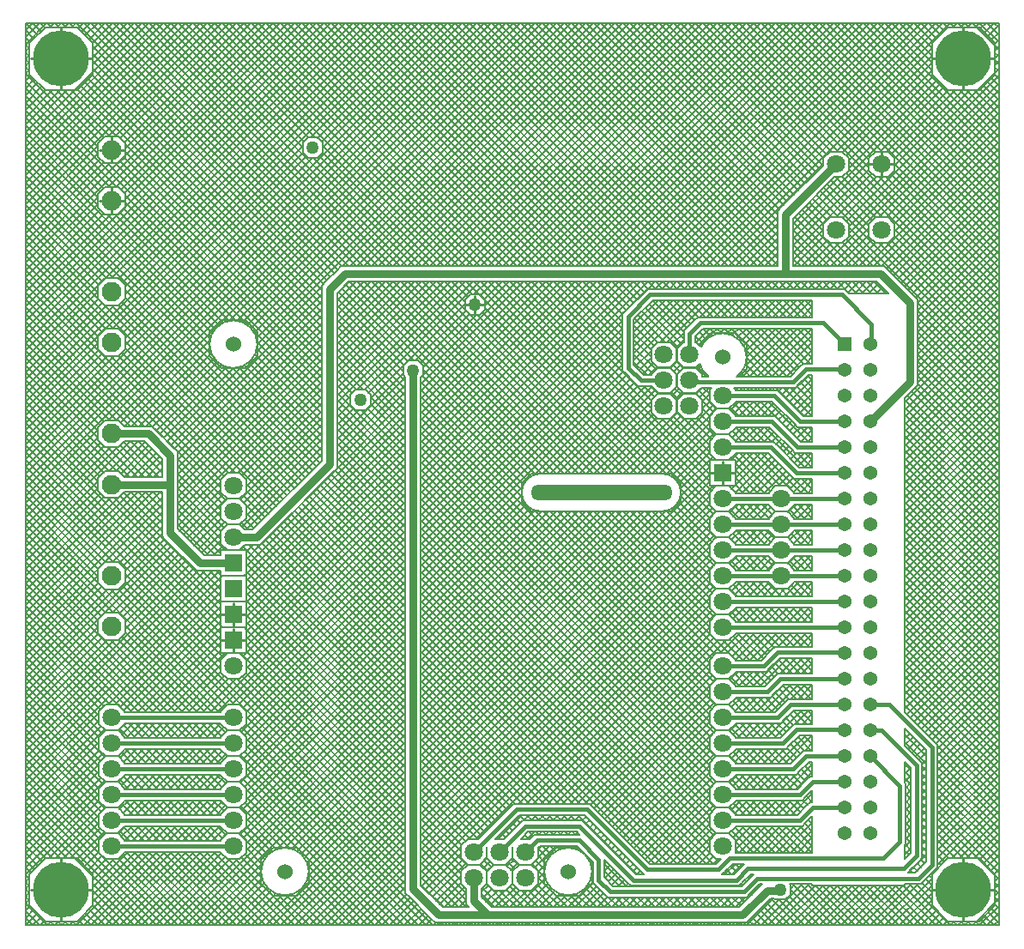
<source format=gbr>
%TF.GenerationSoftware,Altium Limited,Altium Designer,21.8.1 (53)*%
G04 Layer_Physical_Order=1*
G04 Layer_Color=255*
%FSLAX43Y43*%
%MOMM*%
%TF.SameCoordinates,E96829AD-C41B-4C4D-B55E-E99DFAFB1E42*%
%TF.FilePolarity,Positive*%
%TF.FileFunction,Copper,L1,Top,Signal*%
%TF.Part,Single*%
G01*
G75*
%TA.AperFunction,NonConductor*%
%ADD10C,0.203*%
%ADD11C,0.254*%
%TA.AperFunction,Conductor*%
%ADD12C,0.400*%
%ADD13C,0.800*%
%TA.AperFunction,ComponentPad*%
%ADD14C,1.524*%
%ADD15C,1.800*%
%ADD16O,14.000X1.524*%
%ADD17R,1.800X1.800*%
%ADD18R,1.370X1.370*%
%ADD19C,1.370*%
%TA.AperFunction,ViaPad*%
%ADD20C,5.500*%
%TA.AperFunction,ComponentPad*%
%ADD21C,1.950*%
%TA.AperFunction,ViaPad*%
%ADD22C,1.270*%
D10*
X71616Y56555D02*
G03*
X69260Y58911I-2356J0D01*
G01*
X70655Y54657D02*
G03*
X71616Y56555I-1395J1898D01*
G01*
X69260Y58911D02*
G03*
X67126Y57552I0J-2356D01*
G01*
X66995Y55907D02*
G03*
X67865Y54657I2265J648D01*
G01*
X65146Y43195D02*
G03*
X63290Y45051I-1856J0D01*
G01*
Y41339D02*
G03*
X65146Y43195I0J1856D01*
G01*
X51290Y45051D02*
G03*
X49434Y43195I0J-1856D01*
G01*
D02*
G03*
X51290Y41339I1856J0D01*
G01*
X23356Y57825D02*
G03*
X21000Y60181I-2356J0D01*
G01*
D02*
G03*
X18644Y57825I0J-2356D01*
G01*
D02*
G03*
X21000Y55469I2356J0D01*
G01*
D02*
G03*
X23356Y57825I0J2356D01*
G01*
X54020Y8151D02*
G03*
X51664Y5795I0J-2356D01*
G01*
X56376D02*
G03*
X54020Y8151I-2356J0D01*
G01*
Y3439D02*
G03*
X56376Y5795I0J2356D01*
G01*
X51664D02*
G03*
X54020Y3439I2356J0D01*
G01*
X26080D02*
G03*
X28436Y5795I0J2356D01*
G01*
D02*
G03*
X26080Y8151I-2356J0D01*
G01*
X23724Y5795D02*
G03*
X26080Y3439I2356J0D01*
G01*
Y8151D02*
G03*
X23724Y5795I0J-2356D01*
G01*
X96106Y87485D02*
X96517Y87896D01*
X96106Y87300D02*
X96517Y86888D01*
X96043Y89517D02*
X96517Y89043D01*
X95781Y87878D02*
X96517Y88615D01*
X96106Y86581D02*
X96517Y86169D01*
X96106Y86048D02*
X96517Y86460D01*
X96106Y84447D02*
Y87553D01*
Y86766D02*
X96517Y87178D01*
X94606Y89517D02*
X96517Y87606D01*
X95421Y88237D02*
X96517Y89333D01*
X95062Y88596D02*
X95983Y89517D01*
X95325D02*
X96517Y88325D01*
X84548Y89517D02*
X96517Y77548D01*
X83830Y89517D02*
X96517Y76830D01*
X94553Y89106D02*
X96106Y87553D01*
X94300Y89106D02*
X96106Y87300D01*
Y85144D02*
X96517Y84733D01*
X96106Y84611D02*
X96517Y85023D01*
X96106Y85863D02*
X96517Y85451D01*
X96106Y85329D02*
X96517Y85741D01*
X95377Y83718D02*
X96517Y82577D01*
X95017Y83359D02*
X96517Y81859D01*
X96095Y84437D02*
X96517Y84014D01*
X95736Y84077D02*
X96517Y83296D01*
X94553Y82894D02*
X96106Y84447D01*
X94658Y83000D02*
X96517Y81140D01*
X94389Y82894D02*
X96106Y84611D01*
X92608Y82894D02*
X96517Y78985D01*
X91890Y82894D02*
X96517Y78267D01*
X94045Y82894D02*
X96517Y80422D01*
X93327Y82894D02*
X96517Y79704D01*
X92451Y89517D02*
X92863Y89106D01*
X92698D02*
X93110Y89517D01*
X91732D02*
X92144Y89106D01*
X91979D02*
X92391Y89517D01*
X93416Y89106D02*
X93828Y89517D01*
X93888D02*
X94300Y89106D01*
X91014Y89517D02*
X91437Y89095D01*
X93169Y89517D02*
X93581Y89106D01*
X89577Y89517D02*
X90718Y88377D01*
X90296Y89517D02*
X91077Y88736D01*
X88140Y89517D02*
X90000Y87658D01*
X88859Y89517D02*
X90359Y88017D01*
X85985Y89517D02*
X89894Y85608D01*
X85267Y89517D02*
X89894Y84890D01*
X87422Y89517D02*
X89894Y87045D01*
X86704Y89517D02*
X89894Y86327D01*
X94703Y88956D02*
X95265Y89517D01*
X91447Y89106D02*
X94553D01*
X94135D02*
X94546Y89517D01*
X91447Y82894D02*
X94553D01*
X89894Y84447D02*
X91447Y82894D01*
X89894Y87553D02*
X91447Y89106D01*
X84746Y76844D02*
X91122Y83219D01*
X89894Y84447D02*
Y87553D01*
X84307Y76844D02*
X85563D01*
X85465D02*
X91515Y82894D01*
X85873Y76533D02*
X92234Y82894D01*
X83679Y76216D02*
X84307Y76844D01*
X85563D02*
X86191Y76216D01*
X86146Y64593D02*
X96517Y74965D01*
X86182Y74952D02*
X96517Y64617D01*
X85856Y70051D02*
X96517Y80712D01*
X86191Y75662D02*
X96517Y65335D01*
X87224Y63516D02*
X96517Y72810D01*
X87583Y63157D02*
X96517Y72091D01*
X86505Y64234D02*
X96517Y74246D01*
X86864Y63875D02*
X96517Y73528D01*
X85430Y70344D02*
X96517Y81431D01*
X85428Y65312D02*
X96517Y76402D01*
X83111Y89517D02*
X96517Y76111D01*
X84712Y70344D02*
X96517Y82149D01*
X85365Y74332D02*
X96517Y63180D01*
X84646Y74332D02*
X96517Y62461D01*
X85787Y64953D02*
X96517Y75683D01*
X85823Y74593D02*
X96517Y63898D01*
X88474Y59737D02*
X96517Y67781D01*
X88474Y59019D02*
X96517Y67062D01*
X88474Y61174D02*
X96517Y69217D01*
X88474Y60455D02*
X96517Y68499D01*
X88474Y56863D02*
X96517Y64907D01*
X88474Y56145D02*
X96517Y64188D01*
X88474Y58300D02*
X96517Y66344D01*
X88474Y57582D02*
X96517Y65625D01*
X88474Y61892D02*
X96517Y69936D01*
X86191Y69196D02*
X96517Y58869D01*
X87942Y62797D02*
X96517Y71373D01*
X88301Y62438D02*
X96517Y70654D01*
X85399Y67832D02*
X96517Y56714D01*
X84681Y67832D02*
X96517Y55996D01*
X86191Y68478D02*
X96517Y58151D01*
X85840Y68110D02*
X96517Y57432D01*
X86191Y76133D02*
X92952Y82894D01*
X86191Y75414D02*
X93671Y82894D01*
X86191Y74960D02*
Y76216D01*
Y68948D02*
X96517Y79275D01*
X84923Y65526D02*
X96517Y77120D01*
X86191Y69667D02*
X96517Y79994D01*
X85563Y74332D02*
X86191Y74960D01*
X83679D02*
Y76216D01*
X83486Y65526D02*
X96517Y78557D01*
X84205Y65526D02*
X96517Y77838D01*
X83679Y74960D02*
X84307Y74332D01*
X85563D01*
X86191Y68460D02*
Y69716D01*
X85563Y67832D02*
X86191Y68460D01*
X85563Y70344D02*
X86191Y69716D01*
X84458Y65526D02*
X85214D01*
X85592Y65148D02*
X88096Y62643D01*
X84458Y64014D02*
X85608Y62865D01*
X85214Y65526D02*
X85592Y65148D01*
X85214Y65526D02*
X85592Y65148D01*
X84307Y70344D02*
X85563D01*
X83679Y68460D02*
X84307Y67832D01*
X83679Y69716D02*
X84307Y70344D01*
X83679Y68460D02*
Y69716D01*
X84307Y67832D02*
X85563D01*
X84458Y65526D02*
X85214D01*
X82768D02*
X85075Y67832D01*
X81675Y89517D02*
X96517Y74675D01*
X80956Y89517D02*
X96517Y73956D01*
X82393Y89517D02*
X96517Y75393D01*
X80436Y76844D02*
X89894Y86302D01*
X78801Y89517D02*
X96517Y71801D01*
X78082Y89517D02*
X96517Y71082D01*
X80238Y89517D02*
X96517Y73238D01*
X79519Y89517D02*
X96517Y72519D01*
X71617Y89517D02*
X84299Y76835D01*
X72335Y89517D02*
X85009Y76844D01*
X70180Y89517D02*
X83679Y76018D01*
X70898Y89517D02*
X83940Y76476D01*
X76646Y89517D02*
X96517Y69646D01*
X75927Y89517D02*
X96517Y68927D01*
X69461Y89517D02*
X83679Y75299D01*
X77364Y89517D02*
X96517Y70364D01*
X81691Y75943D02*
X90044Y84297D01*
X81691Y75225D02*
X90404Y83938D01*
X81108Y76798D02*
X89894Y85584D01*
X81468Y76439D02*
X89894Y84865D01*
X81691Y69477D02*
X96517Y84304D01*
X81691Y68759D02*
X96517Y83586D01*
X81451Y69956D02*
X94389Y82894D01*
X81091Y70315D02*
X85109Y74332D01*
X80401Y70344D02*
X84390Y74332D01*
X81054D02*
X85043Y70344D01*
X80336Y74332D02*
X84325Y70344D01*
X79965Y73985D02*
X83957Y69993D01*
X76194Y69009D02*
X90763Y83579D01*
X79247Y73266D02*
X83679Y68834D01*
X79606Y73626D02*
X83679Y69552D01*
X81063Y70344D02*
X81691Y69716D01*
X68025Y89517D02*
X80698Y76844D01*
X79807D02*
X81063D01*
X66588Y89517D02*
X79534Y76571D01*
X67306Y89517D02*
X79980Y76844D01*
X65151Y89517D02*
X79179Y75489D01*
Y76216D02*
X79807Y76844D01*
X64433Y89517D02*
X78832Y75118D01*
X65869Y89517D02*
X79179Y76207D01*
X62996Y89517D02*
X78113Y74400D01*
X63714Y89517D02*
X78473Y74759D01*
X61559Y89517D02*
X77395Y73681D01*
X62277Y89517D02*
X77754Y74041D01*
X60122Y89517D02*
X76676Y72963D01*
X60840Y89517D02*
X77036Y73322D01*
X58685Y89517D02*
X75958Y72244D01*
X59404Y89517D02*
X76317Y72604D01*
X81063Y76844D02*
X81691Y76216D01*
Y74960D02*
Y76216D01*
X79179Y75466D02*
Y76216D01*
X80313Y74332D02*
X81063D01*
X81691Y74960D01*
X79807Y70344D02*
X81063D01*
X79179Y69716D02*
X79807Y70344D01*
X79179Y68460D02*
Y69716D01*
X76194Y70213D02*
X80313Y74332D01*
X78528Y72548D02*
X80733Y70344D01*
X75060Y71347D02*
X79179Y75466D01*
X78169Y72189D02*
X80014Y70344D01*
X76194Y69728D02*
X80798Y74332D01*
X77810Y71829D02*
X79551Y70088D01*
X77451Y71470D02*
X79192Y69729D01*
X77091Y71111D02*
X79179Y69023D01*
X74490Y89517D02*
X96517Y67490D01*
X73054Y89517D02*
X96517Y66054D01*
X65526Y65526D02*
X89517Y89517D01*
X75209D02*
X96517Y68209D01*
X66962Y65526D02*
X90954Y89517D01*
X67681Y65526D02*
X91673Y89517D01*
X65526Y65526D02*
X89517Y89517D01*
X66244Y65526D02*
X90236Y89517D01*
X61215Y65526D02*
X85207Y89517D01*
X61933Y65526D02*
X85925Y89517D01*
X59778Y65526D02*
X83770Y89517D01*
X60497Y65526D02*
X84488Y89517D01*
X64089Y65526D02*
X88081Y89517D01*
X64807Y65526D02*
X88799Y89517D01*
X62652Y65526D02*
X86644Y89517D01*
X63370Y65526D02*
X87362Y89517D01*
X81691Y68667D02*
X84832Y65526D01*
X82049D02*
X84356Y67832D01*
X81435Y68204D02*
X84114Y65526D01*
X81331D02*
X83972Y68167D01*
X81418Y74687D02*
X96517Y59588D01*
X81691Y69386D02*
X96517Y54559D01*
X81691Y75851D02*
X96517Y61025D01*
X81691Y75133D02*
X96517Y60306D01*
X73772Y89517D02*
X96517Y66772D01*
X68399Y65526D02*
X89894Y87021D01*
X76194Y66854D02*
X83990Y74650D01*
X76194Y65526D02*
X84458D01*
X68743Y89517D02*
X96517Y61743D01*
X78888Y72907D02*
X96517Y55277D01*
X79176Y65526D02*
X96517Y82867D01*
X75816Y64014D02*
X84458D01*
X76194Y69854D02*
X80522Y65526D01*
X81691Y68460D02*
Y69716D01*
X76194Y69135D02*
X79803Y65526D01*
X76194Y66136D02*
X79179Y69121D01*
X79894Y65526D02*
X83679Y69311D01*
X80612Y65526D02*
X83679Y68593D01*
X76732Y70752D02*
X81959Y65526D01*
X76373Y70393D02*
X81240Y65526D01*
X76194Y68291D02*
X83679Y75777D01*
X76194Y67573D02*
X83679Y75058D01*
X56905Y65526D02*
X80896Y89517D01*
X57623Y65526D02*
X81615Y89517D01*
X58341Y65526D02*
X82333Y89517D01*
X59060Y65526D02*
X83052Y89517D01*
X69118Y65526D02*
X79179Y75587D01*
X76194Y65526D02*
Y70213D01*
X81063Y67832D02*
X81691Y68460D01*
X79807Y67832D02*
X81063D01*
X79179Y68460D02*
X79807Y67832D01*
X78457Y65526D02*
X80764Y67832D01*
X81076Y67845D02*
X83395Y65526D01*
X80370Y67832D02*
X82677Y65526D01*
X78380Y63294D02*
X79101Y64014D01*
X78441D02*
X79162Y63294D01*
X76194Y68417D02*
X79085Y65526D01*
X76194Y67698D02*
X78366Y65526D01*
X76194Y66980D02*
X77648Y65526D01*
X76194Y66262D02*
X76930Y65526D01*
X77020D02*
X79567Y68072D01*
X77739Y65526D02*
X80046Y67832D01*
X76302Y65526D02*
X79208Y68432D01*
X84188Y64014D02*
X85338Y62865D01*
X85136D02*
X85372Y63101D01*
X83699Y62865D02*
X84653Y63819D01*
X84418Y62865D02*
X85013Y63460D01*
X88474Y55427D02*
X96517Y63470D01*
X88474Y54708D02*
X96517Y62752D01*
X88096Y62643D02*
X88474Y62265D01*
X88096Y62643D02*
X88474Y62265D01*
X82033Y64014D02*
X83182Y62865D01*
X81732D02*
X85608D01*
X81314Y64014D02*
X82464Y62865D01*
X81638Y62959D02*
X82693Y64014D01*
X82981Y62865D02*
X84130Y64014D01*
X83470D02*
X84619Y62865D01*
X82262D02*
X83412Y64014D01*
X82751D02*
X83901Y62865D01*
X88474Y61884D02*
X96517Y53840D01*
X88474Y53756D02*
Y54511D01*
Y61510D01*
Y53756D02*
Y54511D01*
Y59729D02*
X96517Y51685D01*
X88474Y59010D02*
X96517Y50967D01*
X88474Y61165D02*
X96517Y53122D01*
X88474Y60447D02*
X96517Y52404D01*
X88474Y53990D02*
X96517Y62033D01*
X88096Y53378D02*
X88474Y53756D01*
Y61510D02*
Y62265D01*
Y61510D02*
Y62265D01*
X87249Y52046D02*
X96517Y61315D01*
X87249Y51328D02*
X96517Y60596D01*
X88096Y53378D02*
X88474Y53756D01*
X87249Y52531D02*
X88096Y53378D01*
X81254Y63294D02*
X81975Y64014D01*
X80748Y63294D02*
X81304D01*
X80536D02*
X81257Y64014D01*
X80748Y63294D02*
X81304D01*
X80596Y64014D02*
X81745Y62865D01*
X81582Y63016D02*
X81732Y62865D01*
X81304Y63294D02*
X81582Y63016D01*
X81304Y63294D02*
X81582Y63016D01*
X77722Y64014D02*
X78443Y63294D01*
X79099D02*
X79820Y64014D01*
X77004D02*
X77725Y63294D01*
X77662D02*
X78383Y64014D01*
X79817Y63294D02*
X80538Y64014D01*
X79878D02*
X80598Y63294D01*
X79159Y64014D02*
X79880Y63294D01*
X78105Y60500D02*
Y62182D01*
X77480Y55928D02*
X78105Y56552D01*
X77748Y55928D02*
X78105D01*
X77742Y60500D02*
X78105Y60863D01*
X78038Y59388D02*
X78105Y59321D01*
Y50761D02*
Y54816D01*
X77664Y54733D02*
X78105Y54292D01*
Y55928D02*
Y59388D01*
X77748Y54816D02*
X78105D01*
X77023Y60500D02*
X78105Y61581D01*
X77319Y59388D02*
X78105Y58603D01*
X77399Y62182D02*
X78105Y61476D01*
X77192Y55928D02*
X77748D01*
X77342Y50761D02*
X78105Y51523D01*
X77200Y50761D02*
X78105D01*
X77192Y55928D02*
X77748D01*
X77305Y54374D02*
X78105Y53574D01*
X88474Y56855D02*
X96517Y48811D01*
X88474Y56137D02*
X96517Y48093D01*
X88474Y58292D02*
X96517Y50248D01*
X88474Y57573D02*
X96517Y49530D01*
X87249Y41988D02*
X96517Y51257D01*
X87249Y50896D02*
X96517Y41627D01*
X88474Y55418D02*
X96517Y47375D01*
X87249Y51614D02*
X96517Y42346D01*
X87249Y49173D02*
X96517Y58441D01*
X87249Y48454D02*
X96517Y57723D01*
X87249Y50610D02*
X96517Y59878D01*
X87249Y49891D02*
X96517Y59160D01*
X87249Y52332D02*
X96517Y43064D01*
X87249Y42707D02*
X96517Y51975D01*
X87249Y47736D02*
X96517Y57004D01*
X87249Y44862D02*
X96517Y54131D01*
X87249Y37678D02*
X96517Y46946D01*
X87249Y46585D02*
X96517Y37317D01*
X87249Y38396D02*
X96517Y47665D01*
X87249Y47304D02*
X96517Y38035D01*
X87249Y36241D02*
X96517Y45509D01*
X87249Y45148D02*
X96517Y35880D01*
X87249Y36960D02*
X96517Y46228D01*
X87249Y45867D02*
X96517Y36598D01*
X87249Y40552D02*
X96517Y49820D01*
X87249Y49459D02*
X96517Y40190D01*
X87249Y41270D02*
X96517Y50538D01*
X87249Y50177D02*
X96517Y40909D01*
X87249Y39115D02*
X96517Y48383D01*
X87249Y48022D02*
X96517Y38754D01*
X87249Y39833D02*
X96517Y49102D01*
X87249Y48740D02*
X96517Y39472D01*
X87249Y45581D02*
X96517Y54849D01*
X88228Y53509D02*
X96517Y45219D01*
X88474Y54700D02*
X96517Y46656D01*
X88474Y53981D02*
X96517Y45938D01*
X87509Y52791D02*
X96517Y43783D01*
X87249Y43425D02*
X96517Y52694D01*
X87249Y44144D02*
X96517Y53412D01*
X87868Y53150D02*
X96517Y44501D01*
X78105Y48221D02*
Y49649D01*
X77676Y48221D02*
X78105Y48650D01*
X77200Y49649D02*
X78105D01*
X77719D02*
X78105Y49263D01*
X87249Y47017D02*
X96517Y56286D01*
X87249Y46299D02*
X96517Y55567D01*
X77385Y47109D02*
X78105Y46390D01*
Y45681D02*
Y47109D01*
Y43141D02*
Y44569D01*
X77625Y43141D02*
X78105Y43621D01*
X78010Y45681D02*
X78105Y45776D01*
X77770Y44569D02*
X78105Y44234D01*
X77821Y39489D02*
X78105Y39205D01*
Y38061D02*
Y39489D01*
Y40601D02*
Y42029D01*
X77959Y40601D02*
X78105Y40747D01*
X77436Y42029D02*
X78105Y41361D01*
X77240Y40601D02*
X78105Y41466D01*
X77291Y45681D02*
X78105Y46494D01*
X77052Y44569D02*
X78105Y43516D01*
X77574Y38061D02*
X78105Y38592D01*
X77487Y36949D02*
X78105Y36332D01*
X77103Y39489D02*
X78105Y38487D01*
X76944Y63294D02*
X77664Y64014D01*
X76681Y62182D02*
X78105Y60758D01*
X75586Y60500D02*
X77269Y62182D01*
X75962D02*
X77645Y60500D01*
X75883Y59388D02*
X78105Y57166D01*
X75164Y59388D02*
X78105Y56448D01*
X76305Y60500D02*
X77988Y62182D01*
X76601Y59388D02*
X78105Y57884D01*
X62381Y63294D02*
X80748D01*
X67334Y59388D02*
X78105D01*
X62381Y62182D02*
X78105D01*
X67334Y60500D02*
X78105D01*
X73336Y54657D02*
X78067Y59388D01*
X74054Y54657D02*
X78105Y58708D01*
X72617Y54657D02*
X77349Y59388D01*
X74446D02*
X77907Y55928D01*
X76193Y51767D02*
X78105Y53679D01*
X76587Y53655D02*
X78105Y52137D01*
X76755Y53823D02*
X77748Y54816D01*
X76946Y54015D02*
X78105Y52855D01*
X76553Y51408D02*
X78105Y52960D01*
X76912Y51049D02*
X78105Y52242D01*
X76644Y49649D02*
X77200D01*
X76644D02*
X77200D01*
X75491Y54657D02*
X78105Y57271D01*
X75834Y52126D02*
X78105Y54397D01*
X74772Y54657D02*
X78105Y57989D01*
X75475Y52485D02*
X77806Y54816D01*
X75260Y53545D02*
X78045Y50761D01*
X75978Y53545D02*
X78105Y51419D01*
X74541Y53545D02*
X77326Y50761D01*
X74938Y53023D02*
X77200Y50761D01*
X75060Y64014D02*
X75816D01*
X75507Y63294D02*
X76228Y64014D01*
X75060D02*
X75816D01*
X75060D02*
X75816D01*
X76225Y63294D02*
X76946Y64014D01*
X76285D02*
X77006Y63294D01*
X75567Y64014D02*
X76288Y63294D01*
X75244Y62182D02*
X76927Y60500D01*
X74868D02*
X76551Y62182D01*
X73009Y59388D02*
X76831Y55566D01*
X74150Y60500D02*
X75832Y62182D01*
X74525D02*
X76208Y60500D01*
X72290Y59388D02*
X76472Y55207D01*
X71899Y54657D02*
X76631Y59388D01*
X71180Y54657D02*
X75912Y59388D01*
X71572D02*
X76113Y54848D01*
X76914Y55650D02*
X77192Y55928D01*
X76914Y55650D02*
X77192Y55928D01*
X75921Y53545D02*
X76477D01*
X75921D02*
X76477D01*
X76755Y53823D01*
X76477Y53545D02*
X76755Y53823D01*
X76366Y49927D02*
X76644Y49649D01*
X76366Y49927D02*
X76644Y49649D01*
X73727Y59388D02*
X77190Y55926D01*
X75921Y54657D02*
X76914Y55650D01*
X70895Y54657D02*
X75921D01*
X70333Y53545D02*
X75921D01*
X74104Y52189D02*
X76366Y49927D01*
X75874Y49292D02*
X76438Y49856D01*
X75116Y52845D02*
X75816Y53545D01*
X75515Y49652D02*
X76078Y50215D01*
X76957Y48221D02*
X78105Y49368D01*
X76946Y48221D02*
X78105D01*
X76592Y48574D02*
X77668Y49649D01*
X77000D02*
X78105Y48545D01*
X76946Y47109D02*
X78105D01*
X76819Y45681D02*
X78105D01*
X76696Y45804D02*
X78002Y47109D01*
X76667D02*
X78096Y45681D01*
X73742Y52189D02*
X77711Y48221D01*
X76337Y46163D02*
X77283Y47109D01*
X73024Y52189D02*
X76992Y48221D01*
X76233Y48933D02*
X76949Y49649D01*
X76283Y43236D02*
X77617Y44569D01*
X76333D02*
X77762Y43141D01*
X73408Y49649D02*
X77377Y45681D01*
X73075Y47109D02*
X77044Y43141D01*
X76906D02*
X78105Y44339D01*
X76718Y42029D02*
X78105Y40642D01*
X76819Y44569D02*
X78105D01*
X76522Y40601D02*
X77950Y42029D01*
X76855Y38061D02*
X78105Y39310D01*
X76306Y36949D02*
X78105D01*
X76384Y39489D02*
X77813Y38061D01*
X76306D02*
X78105D01*
X76306Y43141D02*
X78105D01*
X76306Y42029D02*
X78105D01*
X76091Y40888D02*
X77232Y42029D01*
X76189Y41840D02*
X77428Y40601D01*
X76306D02*
X78105D01*
X76306Y39489D02*
X78105D01*
X76257Y38181D02*
X77566Y39489D01*
X76022Y39133D02*
X77095Y38061D01*
X76390Y47109D02*
X76946D01*
X76390D02*
X76946D01*
X76112Y47387D02*
X76390Y47109D01*
X76112Y47387D02*
X76390Y47109D01*
X75977Y46522D02*
X76565Y47109D01*
X76263Y44569D02*
X76819D01*
X75985Y44847D02*
X76263Y44569D01*
X75985Y44847D02*
X76263Y44569D01*
X74684Y50483D02*
X76946Y48221D01*
X75618Y46881D02*
X76118Y47381D01*
X73850Y49649D02*
X76112Y47387D01*
X75259Y47240D02*
X75759Y47741D01*
X74557Y47943D02*
X76819Y45681D01*
X75451Y43841D02*
X76222Y44611D01*
X73723Y47109D02*
X75985Y44847D01*
X74733Y43841D02*
X75862Y44970D01*
X76263Y44569D02*
X76819D01*
X75924Y43595D02*
X76898Y44569D01*
X75731Y41247D02*
X76514Y42029D01*
X75829Y41481D02*
X76710Y40601D01*
X75898Y38540D02*
X76847Y39489D01*
X75706Y36193D02*
X76463Y36949D01*
X76306Y38131D02*
X76376Y38061D01*
X75678Y36249D02*
X76306Y36877D01*
X75678Y41329D02*
X76306Y41957D01*
X75678Y41301D02*
X76306Y40673D01*
X75678Y43841D02*
X76306Y43213D01*
X75625Y43841D02*
X76306Y43160D01*
X75678Y38761D02*
X76306Y38133D01*
X75676Y38761D02*
X76306Y38131D01*
X75678Y38789D02*
X76306Y39417D01*
X74682Y70969D02*
X75060Y71347D01*
X74682Y70969D02*
X75060Y71347D01*
X74682Y70213D02*
Y70969D01*
Y70213D02*
Y70969D01*
Y65526D02*
Y70213D01*
X74147Y65526D02*
X74682Y66061D01*
X72710Y65526D02*
X74682Y67498D01*
X73428Y65526D02*
X74682Y66780D01*
X71273Y65526D02*
X74682Y68935D01*
X71991Y65526D02*
X74682Y68217D01*
X69836Y65526D02*
X74682Y70372D01*
X70555Y65526D02*
X74682Y69653D01*
X72633Y63294D02*
X73354Y64014D01*
X72693D02*
X73414Y63294D01*
X71915D02*
X72635Y64014D01*
X71975D02*
X72696Y63294D01*
X74070D02*
X74791Y64014D01*
X74130D02*
X74851Y63294D01*
X73352D02*
X74072Y64014D01*
X73412D02*
X74133Y63294D01*
X74788D02*
X75509Y64014D01*
X74849D02*
X75569Y63294D01*
X73431Y60500D02*
X75114Y62182D01*
X73807D02*
X75490Y60500D01*
X71276D02*
X72959Y62182D01*
X71652D02*
X73335Y60500D01*
X70558D02*
X72240Y62182D01*
X70933D02*
X72616Y60500D01*
X72713D02*
X74396Y62182D01*
X73089D02*
X74771Y60500D01*
X71994D02*
X73677Y62182D01*
X72370D02*
X74053Y60500D01*
X69759Y63294D02*
X70480Y64014D01*
X69820D02*
X70540Y63294D01*
X69041D02*
X69762Y64014D01*
X69101D02*
X69822Y63294D01*
X71196D02*
X71917Y64014D01*
X71257D02*
X71977Y63294D01*
X70478D02*
X71199Y64014D01*
X70538D02*
X71259Y63294D01*
X67604D02*
X68325Y64014D01*
X67664D02*
X68385Y63294D01*
X66886D02*
X67607Y64014D01*
X66946D02*
X67667Y63294D01*
X68323D02*
X69043Y64014D01*
X68383D02*
X69104Y63294D01*
X66965Y60500D02*
X68648Y62182D01*
X67341D02*
X69024Y60500D01*
X69496Y62182D02*
X71179Y60500D01*
X69839D02*
X71522Y62182D01*
X68778D02*
X70461Y60500D01*
X69121D02*
X70803Y62182D01*
X70215D02*
X71898Y60500D01*
X69260Y58911D02*
X70438D01*
X68968D02*
X69446Y59388D01*
X69417D02*
X69895Y58911D01*
X68060Y62182D02*
X69742Y60500D01*
X68402D02*
X70085Y62182D01*
X67684Y60500D02*
X69367Y62182D01*
X66778Y60500D02*
X67334D01*
X68698Y59388D02*
X69176Y58911D01*
X68082D02*
X69260D01*
X67980Y59388D02*
X68458Y58911D01*
X68250D02*
X68728Y59388D01*
X71499Y57849D02*
X73038Y59388D01*
X71616Y57247D02*
X73757Y59388D01*
X71330Y57680D02*
X71499Y57849D01*
X71489Y57316D02*
X71616Y57190D01*
Y56529D02*
X74475Y59388D01*
X71616Y55810D02*
X75194Y59388D01*
X71616Y56555D02*
Y57733D01*
X71535Y57166D02*
X71616Y57247D01*
X70781Y58568D02*
X71602Y59388D01*
X71140Y58208D02*
X72320Y59388D01*
X70405Y58911D02*
X70883Y59388D01*
X71035Y58104D02*
X71140Y58208D01*
X70135Y59388D02*
X74867Y54657D01*
X70854Y59388D02*
X75585Y54657D01*
X70438Y58911D02*
X71616Y57733D01*
Y57190D02*
X74149Y54657D01*
X71444Y55206D02*
X71993Y54657D01*
X71616Y55377D02*
Y56555D01*
X71510Y55858D02*
X71616Y55753D01*
Y56471D02*
X73430Y54657D01*
X72698Y53301D02*
X72943Y53545D01*
X71616Y55753D02*
X72712Y54657D01*
X72386Y53545D02*
X72631Y53301D01*
X71420Y55614D02*
X71616Y55810D01*
X71290Y55360D02*
X71444Y55206D01*
X70983Y54949D02*
X71085Y54847D01*
X70895Y54657D02*
X71616Y55377D01*
X71085Y54847D02*
X71275Y54657D01*
X70655D02*
X70895D01*
X70543Y53301D02*
X70788Y53545D01*
X69687Y58911D02*
X70165Y59388D01*
X69895Y58911D02*
X70021Y58784D01*
X67298Y59352D02*
X67911Y58739D01*
X68458Y58911D02*
X68563Y58805D01*
X70207Y58712D02*
X70405Y58911D01*
X70661Y58448D02*
X70781Y58568D01*
X67911Y58739D02*
X68065Y58585D01*
X67552Y58380D02*
X67654Y58278D01*
X66925Y57753D02*
X68082Y58911D01*
X67009Y57669D02*
X68250Y58911D01*
X66938Y58993D02*
X67552Y58380D01*
X67192Y58021D02*
X67321Y57892D01*
X66925Y57753D02*
X67126Y57552D01*
X66904Y55816D02*
X66995Y55907D01*
X67607Y54675D02*
X67711Y54780D01*
X67256Y54657D02*
X67625D01*
X67247Y55034D02*
X67367Y55154D01*
X67256Y54657D02*
Y54883D01*
X67994Y53373D02*
X68167Y53545D01*
X70333D02*
X70506Y53373D01*
X67625Y54657D02*
X67865D01*
X67357Y53545D02*
X67994Y52908D01*
X66904Y55410D02*
X67103Y55608D01*
X67176Y54963D02*
X67247Y55034D01*
X66904Y55377D02*
Y55816D01*
X66817Y55322D02*
X66904Y55410D01*
Y55435D02*
X67683Y54657D01*
X67174Y53545D02*
X68167D01*
X66904Y55377D02*
X67625Y54657D01*
X65449Y63294D02*
X66170Y64014D01*
X65509D02*
X66230Y63294D01*
X64730D02*
X65451Y64014D01*
X64791D02*
X65512Y63294D01*
X66228Y64014D02*
X66948Y63294D01*
X65904Y62182D02*
X67587Y60500D01*
X66167Y63294D02*
X66888Y64014D01*
X65186Y62182D02*
X66869Y60500D01*
X57248Y89517D02*
X75240Y71526D01*
X57967Y89517D02*
X75599Y71885D01*
X56530Y89517D02*
X74880Y71167D01*
X64072Y64014D02*
X64793Y63294D01*
X64467Y62182D02*
X66464Y60186D01*
X63080Y58051D02*
X67211Y62182D01*
X63031D02*
X65746Y59467D01*
X63749Y62182D02*
X66105Y59826D01*
X66623Y62182D02*
X68306Y60500D01*
X66778D02*
X67334D01*
X66500Y60222D02*
X66778Y60500D01*
X66500Y60222D02*
X66778Y60500D01*
X66556Y58610D02*
X67334Y59388D01*
X66650Y58029D02*
X68009Y59388D01*
X65722Y59444D02*
X66500Y60222D01*
X66556Y58051D02*
Y58610D01*
X65444Y59166D02*
X65722Y59444D01*
X65444Y59166D02*
X65722Y59444D01*
X62347Y62148D02*
X65444Y59050D01*
Y58610D02*
Y59166D01*
X63798Y58051D02*
X67930Y62182D01*
X65444Y58051D02*
Y58610D01*
X61987Y61789D02*
X65444Y58332D01*
Y58610D02*
Y59166D01*
X62575Y63294D02*
X63296Y64014D01*
X62635D02*
X63356Y63294D01*
X61857D02*
X62578Y64014D01*
X61917D02*
X62638Y63294D01*
X63354Y64014D02*
X64075Y63294D01*
X64012D02*
X64733Y64014D01*
X63294Y63294D02*
X64014Y64014D01*
X63294Y63294D02*
X64014Y64014D01*
X61199D02*
X61919Y63294D01*
X61547Y63016D02*
X61825Y63294D01*
X59762Y64014D02*
X61154Y62622D01*
X60480Y64014D02*
X61513Y62982D01*
X58325Y64014D02*
X60435Y61904D01*
X59043Y64014D02*
X60795Y62263D01*
X56888Y64014D02*
X59717Y61185D01*
X57607Y64014D02*
X60076Y61545D01*
X61825Y63294D02*
X62381D01*
X60500Y59063D02*
X63619Y62182D01*
X61547Y63016D02*
X61825Y63294D01*
X62381D01*
X60500Y58344D02*
X64338Y62182D01*
X62832Y58051D02*
X64088D01*
X60910Y60711D02*
X63570Y58051D01*
X60550Y60352D02*
X62852Y58051D01*
X59388Y60825D02*
X61857Y63294D01*
X59666Y61135D02*
X61547Y63016D01*
X59388Y60857D02*
X59666Y61135D01*
X59388Y60857D02*
X59666Y61135D01*
X60500Y60301D02*
X62381Y62182D01*
X60500Y59781D02*
X62901Y62182D01*
X59388Y60301D02*
Y60857D01*
Y60301D02*
Y60857D01*
X66579Y58634D02*
X67192Y58021D01*
X66628Y58051D02*
X66925Y57753D01*
X64661Y57477D02*
X65444Y58260D01*
X64744Y57423D02*
X65372Y58051D01*
X64716Y56187D02*
X65392Y55511D01*
X64744Y56167D02*
X65372Y55539D01*
X64716Y56167D02*
Y57423D01*
X64744Y56167D02*
Y57423D01*
X61628Y61430D02*
X65190Y57868D01*
X64302Y57836D02*
X65444Y58979D01*
X60500Y57626D02*
X65056Y62182D01*
X61269Y61070D02*
X64830Y57509D01*
X60500Y56907D02*
X65775Y62182D01*
X60500Y56189D02*
X66493Y62182D01*
X64088Y58051D02*
X64716Y57423D01*
X64088Y55539D02*
X64716Y56167D01*
X66628Y55539D02*
X66904Y55816D01*
X66714Y55625D02*
X66904Y55435D01*
X65372Y55539D02*
X66628D01*
X65372Y55511D02*
X66628D01*
X67256Y54883D01*
X64744Y53627D02*
X65372Y52999D01*
X64744Y54883D02*
X65372Y55511D01*
X64744Y53627D02*
Y54883D01*
X64110Y55489D02*
X64766Y56145D01*
X64366Y55818D02*
X65023Y55161D01*
X62832Y55539D02*
X64088D01*
X62832Y55511D02*
X64088D01*
X64469Y55129D02*
X65126Y55786D01*
X64088Y52999D02*
X64716Y53627D01*
X64088Y55511D02*
X64716Y54883D01*
Y53627D02*
Y54883D01*
X62204Y57423D02*
X62832Y58051D01*
X62204Y56167D02*
X62832Y55539D01*
X62204Y56167D02*
Y57423D01*
X60653Y55624D02*
X62204Y57175D01*
X60500Y56811D02*
X62316Y54994D01*
X61371Y54905D02*
X62419Y55953D01*
X61012Y55265D02*
X62204Y56457D01*
X60500Y56092D02*
X61781Y54811D01*
X60500Y59685D02*
X62483Y57701D01*
X60500Y58248D02*
X62204Y56543D01*
X59388Y55777D02*
Y60301D01*
X60500Y58966D02*
X62204Y57261D01*
X60500Y55777D02*
Y60301D01*
Y57529D02*
X62675Y55354D01*
X59388Y55221D02*
Y55777D01*
Y55221D02*
Y55777D01*
X61995Y54811D02*
X62778Y55594D01*
X62204Y54883D02*
X62832Y55511D01*
X61466Y54811D02*
X62204D01*
X60910Y53699D02*
X61466D01*
X62204Y53669D02*
X62874Y52999D01*
X62204Y53627D02*
X62832Y52999D01*
X61466Y53699D02*
X62204D01*
X61456D02*
X62508Y52647D01*
X60500Y55777D02*
X61466Y54811D01*
X59666Y54943D02*
X60632Y53977D01*
X59388Y55221D02*
X59666Y54943D01*
X59388Y55221D02*
X59666Y54943D01*
X60632Y53977D02*
X60910Y53699D01*
X61466D01*
X60632Y53977D02*
X60910Y53699D01*
X74757Y53204D02*
X75098Y53545D01*
X74104Y53301D02*
X74660D01*
X74135D02*
X74380Y53545D01*
X74104Y53301D02*
X74660D01*
X74437Y50729D02*
X75001Y51293D01*
X74796Y50370D02*
X75360Y50934D01*
X74660Y53301D02*
X74938Y53023D01*
X74660Y53301D02*
X74938Y53023D01*
X70506Y53301D02*
X74104D01*
X70506Y52189D02*
X74104D01*
X73823Y53545D02*
X74068Y53301D01*
X70506Y50761D02*
X73850D01*
X73032D02*
X74282Y52011D01*
X73750Y50761D02*
X74642Y51652D01*
X72305Y52189D02*
X73734Y50761D01*
X72313D02*
X73742Y52189D01*
X74406Y50761D02*
X74684Y50483D01*
X75156Y50011D02*
X75719Y50574D01*
X74406Y50761D02*
X74684Y50483D01*
X74084Y48221D02*
X74681Y48818D01*
X74540Y47959D02*
X75041Y48459D01*
X74900Y47600D02*
X75400Y48100D01*
X74279Y48221D02*
X74557Y47943D01*
X74279Y48221D02*
X74557Y47943D01*
X73850Y50761D02*
X74406D01*
X73850D02*
X74406D01*
X70506Y49649D02*
X73850D01*
X72647Y48221D02*
X73963Y49537D01*
X73365Y48221D02*
X74322Y49177D01*
X73723Y48221D02*
X74279D01*
X72690Y49649D02*
X74119Y48221D01*
X73723D02*
X74279D01*
X71668Y53545D02*
X71912Y53301D01*
X71980D02*
X72224Y53545D01*
X70949D02*
X71194Y53301D01*
X71261D02*
X71506Y53545D01*
X73104D02*
X73349Y53301D01*
X73416D02*
X73661Y53545D01*
X71587Y52189D02*
X73016Y50761D01*
X71595D02*
X73024Y52189D01*
X70368Y50971D02*
X71587Y52189D01*
X70364Y51975D02*
X71579Y50761D01*
X70009Y51330D02*
X70868Y52189D01*
X70005Y51616D02*
X70860Y50761D01*
X70868Y52189D02*
X72297Y50761D01*
X70876D02*
X72305Y52189D01*
X70176Y48623D02*
X71202Y49649D01*
X70506Y48235D02*
X71920Y49649D01*
X71253D02*
X72682Y48221D01*
X71928D02*
X73357Y49649D01*
X70535D02*
X71964Y48221D01*
X71210D02*
X72639Y49649D01*
X70506Y43924D02*
X73691Y47109D01*
X70506D02*
X73723D01*
X71972Y49649D02*
X73400Y48221D01*
X70506Y43869D02*
Y46381D01*
X70197Y49269D02*
X71245Y48221D01*
X70506D02*
X73723D01*
X70089Y46381D02*
X70817Y47109D01*
X70030Y46562D02*
X70211Y46381D01*
X70506Y45361D02*
X72254Y47109D01*
X70506Y44642D02*
X72973Y47109D01*
X70506Y46079D02*
X71536Y47109D01*
X70451Y43869D02*
X70506Y43924D01*
X73314Y43141D02*
X75503Y45329D01*
X74422Y43841D02*
X75678D01*
X73794Y43213D02*
X74422Y43841D01*
X73794Y41957D02*
X74422Y41329D01*
X73648Y40601D02*
X74399Y41352D01*
X74422Y41329D02*
X75678D01*
X73126Y42029D02*
X74138Y41017D01*
X72930Y40601D02*
X74040Y41711D01*
X71638Y47109D02*
X74907Y43841D01*
X72356Y47109D02*
X75625Y43841D01*
X70919Y47109D02*
X74305Y43724D01*
X70389Y46921D02*
X73946Y43364D01*
X71877Y43141D02*
X74785Y46048D01*
X72596Y43141D02*
X75144Y45689D01*
X70506Y43206D02*
X74066Y46766D01*
X71159Y43141D02*
X74426Y46407D01*
X74422Y38789D02*
X75678D01*
X74422Y38761D02*
X75678D01*
X74422Y41301D02*
X75678D01*
X73794Y39417D02*
X74422Y38789D01*
Y36249D02*
X75678D01*
X74422Y36221D02*
X75678D01*
X73794Y38133D02*
X74422Y38761D01*
X73794Y36877D02*
X74422Y36249D01*
X73794Y40673D02*
X74422Y41301D01*
X73510Y39489D02*
X74331Y38669D01*
X72792Y39489D02*
X73972Y38310D01*
X70506Y38061D02*
X73794D01*
X73263D02*
X74207Y39004D01*
X73177Y36949D02*
X74164Y35962D01*
X72545Y38061D02*
X73848Y39364D01*
X70506Y36949D02*
X73794D01*
X70506Y42029D02*
X73794D01*
X72407D02*
X73794Y40642D01*
X70506Y43141D02*
X73794D01*
X70774Y40601D02*
X72203Y42029D01*
X71689D02*
X73118Y40601D01*
X72211D02*
X73640Y42029D01*
X70970D02*
X72399Y40601D01*
X71493D02*
X72922Y42029D01*
X70506Y46086D02*
X73451Y43141D01*
X70506Y45368D02*
X72733Y43141D01*
X70506Y44650D02*
X72015Y43141D01*
X70150Y43568D02*
X70451Y43869D01*
X70506Y43931D02*
X71296Y43141D01*
X70317Y40862D02*
X71485Y42029D01*
X70506Y43213D02*
X70578Y43141D01*
X69958Y41221D02*
X70766Y42029D01*
X70506Y40601D02*
X73794D01*
X70506Y39489D02*
X73794D01*
X70484Y38155D02*
X71818Y39489D01*
X70637D02*
X72066Y38061D01*
X71826D02*
X73255Y39489D01*
X72074D02*
X73502Y38061D01*
X71108D02*
X72537Y39489D01*
X71355D02*
X72784Y38061D01*
X70415Y41867D02*
X71681Y40601D01*
X70124Y38514D02*
X71100Y39489D01*
X70056Y41507D02*
X70962Y40601D01*
X69889Y38800D02*
X70629Y38061D01*
X70248Y39160D02*
X71347Y38061D01*
X69932Y36166D02*
X70715Y36949D01*
X69878Y36249D02*
X70506Y36877D01*
X69878Y51489D02*
X70506Y52117D01*
X68622Y51461D02*
X69878D01*
X67994Y52117D02*
X68622Y51489D01*
X69878D01*
X67994Y50752D02*
X68703Y51461D01*
X69878D02*
X70506Y50833D01*
X67994D02*
X68622Y51461D01*
X67994Y49577D02*
Y50833D01*
X67256Y52210D02*
X68314Y51152D01*
X67994Y52190D02*
X68695Y51489D01*
X67256Y51492D02*
X67994Y50753D01*
X67099Y50930D02*
X67994Y50034D01*
X66739Y50571D02*
X68506Y48804D01*
X63977Y50459D02*
X68056Y46381D01*
X64392Y50763D02*
X67994Y47161D01*
X65414Y50459D02*
X67994Y47879D01*
X69878Y48921D02*
X70506Y48293D01*
X69827Y48921D02*
X70506Y48242D01*
X69878Y48949D02*
X70506Y49577D01*
X68622Y48921D02*
X69878D01*
Y46409D02*
X70506Y47037D01*
X68622Y46409D02*
X69878D01*
X68622Y48949D02*
X69878D01*
X67994Y48293D02*
X68622Y48921D01*
X66133Y50459D02*
X68147Y48445D01*
X67994Y49577D02*
X68622Y48949D01*
X67994Y46381D02*
X70506D01*
X67994Y47037D02*
Y48293D01*
Y47037D02*
X68622Y46409D01*
X66628Y52999D02*
X67174Y53545D01*
X66621Y52971D02*
X67195Y53545D01*
X65372Y52999D02*
X66628D01*
X65372Y52971D02*
X66628D01*
X67994Y52117D02*
Y53373D01*
X66906Y53278D02*
X67994Y52190D01*
X66983Y52615D02*
X67914Y53545D01*
X64744Y52343D02*
X65372Y52971D01*
X64559Y53470D02*
X65215Y52814D01*
X64277Y52782D02*
X64933Y53438D01*
X62832Y52999D02*
X64088D01*
X62832Y52971D02*
X64088D01*
X64199Y53111D02*
X64856Y52454D01*
X64636Y52423D02*
X65292Y53079D01*
X62204Y52343D02*
X62832Y52971D01*
X64088D02*
X64716Y52343D01*
X67256Y52169D02*
X67994Y52908D01*
X67256Y51450D02*
X67994Y52189D01*
X66628Y52971D02*
X67256Y52343D01*
Y51087D02*
Y52343D01*
X66628Y50459D02*
X67256Y51087D01*
X65372Y50459D02*
X66628D01*
X64744Y51129D02*
X65414Y50459D01*
X64744Y51087D02*
X65372Y50459D01*
X64716Y51087D02*
Y52343D01*
X64744Y51087D02*
Y52343D01*
X62204Y51087D02*
Y52343D01*
Y51087D02*
X62832Y50459D01*
X64088D02*
X64716Y51087D01*
X63259Y50459D02*
X67994Y45724D01*
X62832Y50459D02*
X64088D01*
X68622Y43841D02*
X69878D01*
X68412Y43869D02*
X68532Y43750D01*
X67994Y43213D02*
X68622Y43841D01*
X69878D02*
X70506Y43213D01*
X69878Y43841D02*
X70506Y43213D01*
X67994Y41957D02*
Y43213D01*
Y41957D02*
X68622Y41329D01*
X61574Y45051D02*
X68318Y51794D01*
X64333Y44936D02*
X68484Y49087D01*
X63730Y45051D02*
X68125Y49446D01*
X64692Y44576D02*
X67994Y47879D01*
Y43869D02*
X70506D01*
X65065Y42187D02*
X68557Y38695D01*
X65146Y43593D02*
X68292Y46739D01*
X65146Y43544D02*
X68005Y40684D01*
X69878Y41301D02*
X70506Y40673D01*
X69878Y38789D02*
X70506Y39417D01*
X69878Y41329D02*
X70506Y41957D01*
X68622Y38789D02*
X69878D01*
Y38761D02*
X70506Y38133D01*
X68622Y36221D02*
X69878D01*
X68622Y38761D02*
X69878D01*
X68622Y36249D02*
X69878D01*
X68622Y41329D02*
X69878D01*
X68622Y41301D02*
X69878D01*
X67994Y40673D02*
X68622Y41301D01*
X67994Y39417D02*
X68622Y38789D01*
X67994Y38133D02*
X68622Y38761D01*
X67994Y36877D02*
X68622Y36249D01*
X64706Y41828D02*
X68198Y38336D01*
X63039Y41339D02*
X68390Y35989D01*
X63011Y45051D02*
X67994Y50034D01*
X65051Y44217D02*
X67994Y47160D01*
X63290Y45051D02*
X64218D01*
X64206Y44809D02*
X64333Y44936D01*
X67994Y43869D02*
Y46381D01*
X65146Y42875D02*
X67994Y45723D01*
X64218Y45051D02*
X65146Y44123D01*
X58701Y45051D02*
X64744Y51094D01*
X57982Y45051D02*
X63391Y50459D01*
X56545Y45051D02*
X62393Y50898D01*
X57264Y45051D02*
X62752Y50539D01*
X62293Y45051D02*
X67994Y50752D01*
X60856Y45051D02*
X66265Y50459D01*
X59419Y45051D02*
X65100Y50732D01*
X60137Y45051D02*
X65546Y50459D01*
X65146Y43195D02*
Y44123D01*
Y42267D02*
Y43195D01*
X64919Y44084D02*
X65051Y44217D01*
X64928Y42324D02*
X65065Y42187D01*
X67994Y39417D02*
Y40673D01*
Y36877D02*
Y38133D01*
X65146Y42825D02*
X67994Y39977D01*
X64626Y41908D02*
X64706Y41828D01*
X64612Y44497D02*
X64692Y44576D01*
X64224Y41592D02*
X64347Y41469D01*
X63290Y41339D02*
X64218D01*
X64347Y41469D02*
X67994Y37821D01*
X63758Y41339D02*
X67994Y37103D01*
X64218Y41339D02*
X65146Y42267D01*
X87249Y34372D02*
X96517Y25104D01*
X87249Y24746D02*
X96517Y34015D01*
X87249Y35090D02*
X96517Y25822D01*
X87249Y25465D02*
X96517Y34733D01*
X87249Y32935D02*
X96517Y23667D01*
X87249Y23310D02*
X96517Y32578D01*
X87249Y33654D02*
X96517Y24385D01*
X87249Y24028D02*
X96517Y33296D01*
X87249Y34804D02*
X96517Y44073D01*
X87249Y43711D02*
X96517Y34443D01*
X87249Y35523D02*
X96517Y44791D01*
X87249Y44430D02*
X96517Y35161D01*
X87249Y33367D02*
X96517Y42636D01*
X87249Y42275D02*
X96517Y33006D01*
X87249Y34086D02*
X96517Y43354D01*
X87249Y42993D02*
X96517Y33725D01*
X88158Y20626D02*
X96517Y28986D01*
X88517Y20267D02*
X96517Y28267D01*
X87439Y21344D02*
X96517Y30423D01*
X87798Y20985D02*
X96517Y29704D01*
X89594Y19189D02*
X96517Y26112D01*
X89954Y18830D02*
X96517Y25394D01*
X88876Y19907D02*
X96517Y27549D01*
X89235Y19548D02*
X96517Y26831D01*
X87249Y31498D02*
X96517Y22230D01*
X87249Y21873D02*
X96517Y31141D01*
X87249Y32217D02*
X96517Y22948D01*
X87249Y22591D02*
X96517Y31859D01*
X87249Y29343D02*
X96517Y20075D01*
X87249Y28625D02*
X96517Y19356D01*
X87249Y30780D02*
X96517Y21511D01*
X87249Y30061D02*
X96517Y20793D01*
X87249Y29775D02*
X96517Y39044D01*
X87249Y38682D02*
X96517Y29414D01*
X87249Y30494D02*
X96517Y39762D01*
X87249Y39401D02*
X96517Y30132D01*
X87249Y28338D02*
X96517Y37607D01*
X87249Y37246D02*
X96517Y27977D01*
X87249Y29057D02*
X96517Y38325D01*
X87249Y37964D02*
X96517Y28696D01*
X87249Y41556D02*
X96517Y32288D01*
X87249Y31931D02*
X96517Y41199D01*
X87249Y32649D02*
X96517Y41917D01*
X78105Y35521D02*
Y36949D01*
X87249Y31212D02*
X96517Y40481D01*
X87249Y40119D02*
X96517Y30851D01*
X87249Y21534D02*
Y52531D01*
Y40838D02*
X96517Y31569D01*
X87249Y26902D02*
X96517Y36170D01*
X87249Y35809D02*
X96517Y26540D01*
X87249Y27620D02*
X96517Y36888D01*
X87249Y36527D02*
X96517Y27259D01*
X87249Y26183D02*
X96517Y35452D01*
X87249Y18999D02*
X87683Y19433D01*
X78105Y20368D02*
Y21709D01*
X87249Y19717D02*
X87324Y19792D01*
X77923Y29329D02*
X78105Y29148D01*
Y27988D02*
Y29329D01*
Y32981D02*
Y34409D01*
Y30441D02*
Y31869D01*
Y22821D02*
Y24249D01*
X77938Y19256D02*
X78105Y19090D01*
Y25361D02*
Y26876D01*
X77974Y24249D02*
X78105Y24119D01*
X90472Y17193D02*
X96517Y23238D01*
X90472Y16474D02*
X96517Y22520D01*
X90313Y18471D02*
X96517Y24675D01*
X90472Y17911D02*
X96517Y23957D01*
Y483D02*
Y89517D01*
X87249Y22159D02*
X96517Y12890D01*
X90472Y15756D02*
X96517Y21802D01*
X90472Y15037D02*
X96517Y21083D01*
X87249Y26469D02*
X96517Y17201D01*
X87249Y25751D02*
X96517Y16482D01*
X87249Y27906D02*
X96517Y18638D01*
X87249Y27188D02*
X96517Y17919D01*
X87249Y23596D02*
X96517Y14327D01*
X87249Y22877D02*
X96517Y13609D01*
X87249Y25032D02*
X96517Y15764D01*
X87249Y24314D02*
X96517Y15046D01*
X90472Y11445D02*
X96517Y17491D01*
X90472Y16781D02*
X96517Y10735D01*
X90472Y12164D02*
X96517Y18209D01*
X90472Y17499D02*
X96517Y11454D01*
X90472Y16062D02*
X96517Y10017D01*
X90472Y10008D02*
X96517Y16054D01*
X90472Y6755D02*
Y17756D01*
Y10727D02*
X96517Y16773D01*
X90472Y17756D02*
Y18312D01*
Y17756D02*
Y18312D01*
X90194Y18590D02*
X90472Y18312D01*
X90194Y18590D02*
X90472Y18312D01*
Y12882D02*
X96517Y18928D01*
X90472Y18218D02*
X96517Y12172D01*
X90472Y14319D02*
X96517Y20365D01*
X90472Y13601D02*
X96517Y19646D01*
X88303Y17179D02*
X89120Y17996D01*
X88662Y16820D02*
X89360Y17518D01*
X87584Y17897D02*
X88402Y18715D01*
X87943Y17538D02*
X88761Y18356D01*
X89360Y6755D02*
Y17756D01*
X88948Y16387D02*
X89360Y16800D01*
X88670Y16812D02*
X88948Y16534D01*
X88670Y16812D02*
X88948Y16534D01*
X87249Y21534D02*
X90194Y18590D01*
X87249Y19868D02*
X89360Y17756D01*
X87249Y18232D02*
Y19868D01*
Y18281D02*
X88043Y19074D01*
X87249Y19285D02*
X89360Y17174D01*
X87249Y18567D02*
X89360Y16455D01*
X78105Y17741D02*
Y19256D01*
X87249Y18232D02*
X88670Y16812D01*
X88948Y16150D02*
X89360Y15737D01*
X88948Y15669D02*
X89360Y16081D01*
X88948Y15978D02*
Y16534D01*
Y15978D02*
Y16534D01*
Y15431D02*
X89360Y15018D01*
X88948Y14950D02*
X89360Y15363D01*
X87836Y7644D02*
Y15978D01*
X88948Y7644D02*
Y15978D01*
X87249Y16566D02*
X87836Y15978D01*
X87249Y16411D02*
X87836Y15824D01*
X87249Y16125D02*
X87469Y16345D01*
X87249Y15407D02*
X87828Y15986D01*
X87249Y14559D02*
Y16566D01*
Y15693D02*
X87836Y15106D01*
X78105Y15201D02*
Y16629D01*
X77872Y34409D02*
X78105Y34176D01*
X77154Y34409D02*
X78105Y33458D01*
X77189Y35521D02*
X78105Y36437D01*
X77907Y35521D02*
X78105Y35718D01*
X76820Y31869D02*
X78105Y30584D01*
X77138Y30441D02*
X78105Y31408D01*
X77523Y32981D02*
X78105Y33563D01*
X77538Y31869D02*
X78105Y31303D01*
X76306Y35521D02*
X78105D01*
X76306Y34409D02*
X78105D01*
X76471Y35521D02*
X77899Y36949D01*
X76769D02*
X78105Y35613D01*
X76804Y32981D02*
X78105Y34281D01*
X70506Y31869D02*
X78105D01*
X76435Y34409D02*
X77864Y32981D01*
X70506D02*
X78105D01*
X76840Y27988D02*
X78105Y29252D01*
X77559Y27988D02*
X78105Y28534D01*
X77856Y30441D02*
X78105Y30689D01*
X77205Y29329D02*
X78105Y28429D01*
X77805Y25361D02*
X78105Y25660D01*
X77256Y24249D02*
X78105Y23400D01*
X77502Y26876D02*
X78105Y26274D01*
X77087Y25361D02*
X78105Y26379D01*
X74954Y27988D02*
X78105D01*
X74954Y26876D02*
X78105D01*
X70506Y30441D02*
X78105D01*
X70506Y29329D02*
X78105D01*
X75248Y25361D02*
X78105D01*
X75248Y24249D02*
X78105D01*
X76369Y25361D02*
X77884Y26876D01*
X76784D02*
X78105Y25555D01*
X76065Y35833D02*
X77181Y36949D01*
X76214Y36786D02*
X77479Y35521D01*
X75855Y36427D02*
X76761Y35521D01*
X76047Y34079D02*
X77146Y32981D01*
X76102Y31869D02*
X77530Y30441D01*
X76420D02*
X77848Y31869D01*
X76086Y32981D02*
X77515Y34409D01*
X75701Y30441D02*
X77130Y31869D01*
X75367Y32981D02*
X76796Y34409D01*
X75678Y33709D02*
X76306Y34337D01*
X75678Y36221D02*
X76306Y35593D01*
X74980Y33709D02*
X75709Y32981D01*
X75688Y33720D02*
X76427Y32981D01*
X75383Y31869D02*
X76812Y30441D01*
X74665Y31869D02*
X76093Y30441D01*
X74983D02*
X76412Y31869D01*
X76122Y27988D02*
X77464Y29329D01*
X76486D02*
X77828Y27988D01*
X75403D02*
X76745Y29329D01*
X75768D02*
X77110Y27988D01*
X76066Y26876D02*
X77581Y25361D01*
X75984Y22821D02*
X77413Y24249D01*
X75650Y25361D02*
X77166Y26876D01*
X75708Y22821D02*
X76264D01*
X75049Y29329D02*
X76391Y27988D01*
X74932Y25361D02*
X76447Y26876D01*
X74685Y27988D02*
X76027Y29329D01*
X74791Y26714D02*
X76145Y25361D01*
X75347Y26876D02*
X76863Y25361D01*
X75174Y24176D02*
X76529Y22821D01*
X72943Y24091D02*
X75729Y26876D01*
X74815Y23817D02*
X75811Y22821D01*
X76922Y21709D02*
X78105Y20526D01*
X76859Y20368D02*
X78105D01*
X77421Y22821D02*
X78105Y23505D01*
X77640Y21709D02*
X78105Y21245D01*
X76859Y19256D02*
X78105D01*
X77220D02*
X78105Y18371D01*
X77123Y20368D02*
X78105Y21350D01*
X77841Y20368D02*
X78105Y20631D01*
X76702Y22821D02*
X78105Y24223D01*
X76264Y22821D02*
X78105D01*
X75819Y24249D02*
X77248Y22821D01*
X76537Y24249D02*
X77966Y22821D01*
X76404Y20368D02*
X77746Y21709D01*
X76264D02*
X78105D01*
X76234Y21679D02*
X77545Y20368D01*
X74663Y16471D02*
X77449Y19256D01*
X77370Y17741D02*
X78105Y18476D01*
X77788Y17741D02*
X78105D01*
X77232D02*
X77788D01*
X77232D02*
X77788D01*
X77740Y16581D02*
X78105Y16216D01*
X77381Y16222D02*
X78105Y15498D01*
X77788Y16629D02*
X78105D01*
X77021Y15863D02*
X77775Y15109D01*
X75381Y16471D02*
X78105Y19194D01*
X76680Y19078D02*
X78017Y17741D01*
X76321Y18719D02*
X77299Y17741D01*
X76954Y17463D02*
X77232Y17741D01*
X75715Y13931D02*
X78105Y16321D01*
X76433Y13931D02*
X78105Y15602D01*
X76796Y15637D02*
X77788Y16629D01*
X76662Y15504D02*
X77416Y14750D01*
X76303Y20368D02*
X76859D01*
X76303D02*
X76859D01*
X75708Y22821D02*
X76264D01*
X75875Y21320D02*
X76827Y20368D01*
X76025Y20090D02*
X76303Y20368D01*
X75780Y18177D02*
X76859Y19256D01*
X75515Y20961D02*
X76206Y20270D01*
X76025Y20090D02*
X76303Y20368D01*
X73995Y21551D02*
X76694Y24249D01*
X75272Y20717D02*
X76264Y21709D01*
X73277Y21551D02*
X75976Y24249D01*
X75430Y22543D02*
X75708Y22821D01*
X73611Y19011D02*
X76309Y21709D01*
X74329Y19011D02*
X77028Y21709D01*
X75156Y20602D02*
X75847Y19911D01*
X74946Y19011D02*
X76025Y20090D01*
X75962Y18359D02*
X76906Y17415D01*
X76954Y17463D02*
X77232Y17741D01*
X75502Y17899D02*
X75780Y18177D01*
X75603Y18000D02*
X76547Y17056D01*
X75962Y16471D02*
X76954Y17463D01*
X76518Y15359D02*
X76796Y15637D01*
X76518Y15359D02*
X76796Y15637D01*
X75962Y15359D02*
X76518D01*
X74985Y17899D02*
X76188Y16696D01*
X70506Y15359D02*
X75962D01*
X75502Y17899D02*
X75780Y18177D01*
X70506Y16471D02*
X75962D01*
X74996Y13931D02*
X76425Y15359D01*
X75370D02*
X76698Y14031D01*
X74651Y15359D02*
X76080Y13931D01*
X90472Y7135D02*
X96517Y13181D01*
X91879Y7106D02*
X96517Y11744D01*
X90472Y11034D02*
X94400Y7106D01*
X90472Y10315D02*
X93681Y7106D01*
X90472Y12470D02*
X96517Y6425D01*
X90472Y6416D02*
X96517Y12462D01*
X92598Y7106D02*
X96517Y11025D01*
X93316Y7106D02*
X96517Y10307D01*
X90472Y9290D02*
X96517Y15336D01*
X90472Y14626D02*
X96517Y8580D01*
X90472Y15344D02*
X96517Y9298D01*
X88948Y10402D02*
X89360Y9989D01*
X90472Y7853D02*
X96517Y13899D01*
X90472Y13189D02*
X96517Y7143D01*
X90472Y8572D02*
X96517Y14617D01*
X90472Y13907D02*
X96517Y7861D01*
X94653Y7006D02*
X96517Y8870D01*
X95012Y6646D02*
X96517Y8152D01*
X94035Y7106D02*
X96517Y9588D01*
X91447Y7106D02*
X94553D01*
X95371Y6287D02*
X96517Y7433D01*
X95731Y5928D02*
X96517Y6715D01*
X90472Y6199D02*
Y6755D01*
Y6723D02*
X90768Y6427D01*
X90472Y9597D02*
X92963Y7106D01*
X90472Y8878D02*
X92244Y7106D01*
X88948Y8247D02*
X89360Y7834D01*
X90472Y8160D02*
X91526Y7106D01*
X90472Y7441D02*
X91127Y6786D01*
X90194Y5921D02*
X90472Y6199D01*
Y6755D01*
X90194Y5921D02*
X90472Y6199D01*
X88948Y12558D02*
X89360Y12145D01*
X88948Y12077D02*
X89360Y12489D01*
X88948Y13276D02*
X89360Y12863D01*
X88948Y12795D02*
X89360Y13208D01*
X88948Y11121D02*
X89360Y10708D01*
X88948Y10640D02*
X89360Y11052D01*
X88948Y11839D02*
X89360Y11426D01*
X88948Y11358D02*
X89360Y11771D01*
X88948Y14232D02*
X89360Y14645D01*
X88948Y13994D02*
X89360Y13582D01*
X88948Y14713D02*
X89360Y14300D01*
X87297Y13956D02*
Y14512D01*
X88948Y13513D02*
X89360Y13926D01*
X87297Y12772D02*
X87836Y12232D01*
X87297Y13299D02*
X87836Y13839D01*
X87297Y13490D02*
X87836Y12950D01*
X88948Y8965D02*
X89360Y8553D01*
X88948Y8484D02*
X89360Y8897D01*
X88948Y9684D02*
X89360Y9271D01*
X88948Y9203D02*
X89360Y9616D01*
X88948Y7766D02*
X89360Y8179D01*
X88948Y7529D02*
X89360Y7116D01*
X88948Y7088D02*
Y7644D01*
Y7088D02*
Y7644D01*
Y9921D02*
X89360Y10334D01*
X87297Y9898D02*
X87836Y9358D01*
X87297Y10426D02*
X87836Y10965D01*
X87297Y8485D02*
Y9041D01*
X88670Y6810D02*
X88948Y7088D01*
X88809Y6949D02*
X89182Y6576D01*
X88670Y6810D02*
X88948Y7088D01*
X88449Y6590D02*
X88823Y6217D01*
X96106Y4681D02*
X96517Y4269D01*
X96106Y4148D02*
X96517Y4559D01*
X96106Y5400D02*
X96517Y4988D01*
X96106Y4866D02*
X96517Y5278D01*
X96106Y3244D02*
X96517Y2832D01*
X96106Y2711D02*
X96517Y3123D01*
X96106Y3963D02*
X96517Y3551D01*
X96106Y3429D02*
X96517Y3841D01*
X90472Y11752D02*
X96517Y5706D01*
X96090Y5569D02*
X96517Y5996D01*
X94553Y7106D02*
X96106Y5553D01*
X94400Y7106D02*
X96106Y5400D01*
Y2447D02*
Y5553D01*
X94596Y483D02*
X96517Y2404D01*
X95427Y1768D02*
X96517Y677D01*
X96106Y2526D02*
X96517Y2114D01*
X95786Y2127D02*
X96517Y1396D01*
X95314Y483D02*
X96517Y1686D01*
X96033Y483D02*
X96517Y967D01*
X95067Y1409D02*
X95994Y483D01*
X94708Y1050D02*
X95275Y483D01*
X94289Y894D02*
X96106Y2711D01*
X94553Y894D02*
X96106Y2447D01*
X92708Y894D02*
X93120Y483D01*
X91447Y894D02*
X94553D01*
X93877Y483D02*
X94289Y894D01*
X94145D02*
X94557Y483D01*
X93159D02*
X93571Y894D01*
X93427D02*
X93838Y483D01*
X89894Y5553D02*
X91447Y7106D01*
X89094Y4821D02*
X90194Y5921D01*
X89656Y5384D02*
X89894Y5145D01*
X88816Y4543D02*
X89094Y4821D01*
X89894Y2447D02*
Y5553D01*
X88938Y4665D02*
X89894Y3708D01*
X89297Y5024D02*
X89894Y4427D01*
X88816Y4543D02*
X89094Y4821D01*
X87678Y5818D02*
X88670Y6810D01*
X88090Y6231D02*
X88463Y5858D01*
X87514Y5655D02*
X87678Y5818D01*
X87514Y5655D02*
X87678Y5818D01*
X87555Y5655D02*
X89360Y7460D01*
X88260Y5655D02*
X89360Y6755D01*
X87731Y5872D02*
X87948Y5655D01*
X87514D02*
X88260D01*
X89894Y2447D02*
X91447Y894D01*
X89567Y483D02*
X90713Y1629D01*
X90285Y483D02*
X91072Y1269D01*
X91990Y894D02*
X92402Y483D01*
X92441D02*
X92852Y894D01*
X91004Y483D02*
X91431Y910D01*
X91722Y483D02*
X92134Y894D01*
X88341Y4543D02*
X89894Y2990D01*
X87412Y483D02*
X89894Y2965D01*
X88260Y4543D02*
X88816D01*
X88260D02*
X88816D01*
X87622D02*
X91683Y483D01*
X88848D02*
X90354Y1988D01*
X88130Y483D02*
X89994Y2347D01*
X87249Y14975D02*
X87836Y14387D01*
X87297Y14018D02*
X87836Y14557D01*
X87249Y14688D02*
X87836Y15276D01*
X87297Y13956D02*
Y14512D01*
Y12581D02*
X87836Y13121D01*
X87297Y11862D02*
X87836Y12402D01*
X87297Y14209D02*
X87836Y13669D01*
X87297Y9041D02*
Y13956D01*
X77431Y13097D02*
X78105Y13772D01*
X77890Y13557D02*
X78105Y13342D01*
X77867Y15201D02*
X78105D01*
X77867D02*
X78105D01*
Y12661D02*
Y13772D01*
X76049Y11391D02*
X78105Y13447D01*
X77867Y12661D02*
X78105D01*
X77867D02*
X78105D01*
X87297Y11335D02*
X87836Y10795D01*
X87297Y10616D02*
X87836Y10077D01*
X87297Y12053D02*
X87836Y11513D01*
X87297Y11144D02*
X87836Y11684D01*
X87297Y8989D02*
X87836Y9528D01*
X87297Y9180D02*
X87836Y8640D01*
X87297Y9707D02*
X87836Y10247D01*
X87297Y8485D02*
Y9041D01*
X77364Y10491D02*
X78105Y9750D01*
X76857Y10279D02*
X78105Y9032D01*
X77431Y10557D02*
X78105Y11232D01*
X77724Y10850D02*
X78105Y10469D01*
X87249Y8223D02*
X87836Y8810D01*
X87285Y8473D02*
X87836Y7921D01*
X75199Y7668D02*
X78105Y10573D01*
X76139Y10279D02*
X78105Y8313D01*
X77589Y14923D02*
X77867Y15201D01*
X77589Y14923D02*
X77867Y15201D01*
X76088Y15359D02*
X77057Y14390D01*
X76597Y13931D02*
X77589Y14923D01*
X77531Y13198D02*
X78068Y12661D01*
X77172Y12839D02*
X77609Y12402D01*
X77153Y12819D02*
X77431Y13097D01*
X77153Y12819D02*
X77431Y13097D01*
X70506Y12819D02*
X76597D01*
X75754D02*
X76890Y11684D01*
X75962Y15359D02*
X76518D01*
X70506Y13931D02*
X76597D01*
X75036Y12819D02*
X76465Y11391D01*
X75330D02*
X76759Y12819D01*
X74317D02*
X75746Y11391D01*
X74612D02*
X76040Y12819D01*
X78037Y12661D02*
X78105Y12729D01*
X77589Y12383D02*
X77867Y12661D01*
X77589Y12383D02*
X77867Y12661D01*
X76597Y11391D02*
X77589Y12383D01*
X77153Y10279D02*
X77431Y10557D01*
X77153Y10279D02*
X77431Y10557D01*
X76597Y10279D02*
X77153D01*
X76597D02*
X77153D01*
X76597Y12819D02*
X77153D01*
X76473D02*
X77249Y12043D01*
X76597Y12819D02*
X77153D01*
X70506Y11391D02*
X76597D01*
X70506Y10279D02*
X76597D01*
X75421D02*
X78032Y7668D01*
X73265Y10279D02*
X75877Y7668D01*
X87249Y7504D02*
X87836Y8092D01*
X87249Y7056D02*
X87836Y7644D01*
X87249Y7056D02*
Y8438D01*
Y7790D02*
X87616Y7423D01*
X85256Y483D02*
X89894Y5121D01*
X84538Y483D02*
X88599Y4543D01*
X87249Y4445D02*
Y4543D01*
X88260D01*
X79100Y4445D02*
X83062Y483D01*
X79509D02*
X83471Y4445D01*
X78381D02*
X82344Y483D01*
X78791D02*
X82753Y4445D01*
X83819Y483D02*
X87880Y4543D01*
X80537Y4445D02*
X84499Y483D01*
X79818Y4445D02*
X83781Y483D01*
X80227D02*
X84190Y4445D01*
X84847D02*
X88809Y483D01*
X85566Y4445D02*
X89528Y483D01*
X83410Y4445D02*
X87373Y483D01*
X84129Y4445D02*
X88091Y483D01*
X86284Y4445D02*
X90246Y483D01*
X87002Y4445D02*
X90965Y483D01*
X85975D02*
X89894Y4402D01*
X86693Y483D02*
X89894Y3684D01*
X81664Y483D02*
X85627Y4445D01*
X78105D02*
X87249D01*
X80946Y483D02*
X84908Y4445D01*
X81255D02*
X85217Y483D01*
X82692Y4445D02*
X86654Y483D01*
X83101D02*
X87063Y4445D01*
X81973D02*
X85936Y483D01*
X82383D02*
X86345Y4445D01*
X78105Y7668D02*
Y11232D01*
X77354Y7668D02*
X78105Y8418D01*
X75918Y7668D02*
X78105Y9855D01*
X76636Y7668D02*
X78105Y9137D01*
X76128Y4543D02*
X80188Y483D01*
X76846Y4543D02*
X80907Y483D01*
X75921Y4078D02*
X76386Y4543D01*
X78105Y4445D02*
Y4543D01*
X74481Y7668D02*
X77093Y10279D01*
X70506Y7668D02*
X78105D01*
X73762D02*
X76374Y10279D01*
X73984D02*
X76596Y7668D01*
X73762Y483D02*
X77822Y4543D01*
X75882D02*
X78105D01*
X74702Y10279D02*
X77314Y7668D01*
X73043Y483D02*
X77104Y4543D01*
X75917Y483D02*
X79879Y4445D01*
X75921Y4032D02*
X79470Y483D01*
X75921Y3515D02*
Y4505D01*
X75820Y3414D02*
X78752Y483D01*
X77564Y4543D02*
X81625Y483D01*
X78072D02*
X82034Y4445D01*
X76635Y483D02*
X80598Y4445D01*
X77354Y483D02*
X81316Y4445D01*
X74480Y483D02*
X78442Y4445D01*
X73968Y3111D02*
X76596Y483D01*
X75425Y3019D02*
X75921Y3515D01*
X73608Y2752D02*
X75878Y483D01*
X75198D02*
X79161Y4445D01*
X75461Y3055D02*
X78033Y483D01*
X74778Y3019D02*
X77315Y483D01*
X73794Y34337D02*
X74422Y33709D01*
X75678D01*
X73597Y35521D02*
X74374Y36298D01*
X73794Y35593D02*
X74422Y36221D01*
X74649Y32981D02*
X75378Y33709D01*
X74264Y30441D02*
X75693Y31869D01*
X73931Y32981D02*
X74659Y33709D01*
X73946Y31869D02*
X75375Y30441D01*
X72843Y34409D02*
X74272Y32981D01*
X73562Y34409D02*
X74990Y32981D01*
X73212D02*
X74182Y33950D01*
X72827Y30441D02*
X74256Y31869D01*
X73228D02*
X74657Y30441D01*
X73546D02*
X74975Y31869D01*
X72894Y29329D02*
X74317Y27906D01*
X71891Y26631D02*
X74590Y29329D01*
X74331D02*
X75673Y27988D01*
X74432Y26355D02*
X75426Y25361D01*
X74398Y27988D02*
X74954D01*
X74398D02*
X74954D01*
X74692Y25361D02*
X75248D01*
X74692D02*
X75248D01*
X74414Y25083D02*
X74692Y25361D01*
X74414Y25083D02*
X74692Y25361D01*
X73613Y29329D02*
X74954Y27988D01*
X72610Y26631D02*
X75308Y29329D01*
X74120Y27710D02*
X74398Y27988D01*
X74120Y27710D02*
X74398Y27988D01*
X73875Y25797D02*
X74954Y26876D01*
X74073Y25995D02*
X74708Y25361D01*
X73041Y26631D02*
X74120Y27710D01*
X73714Y25636D02*
X74341Y25009D01*
X72160Y35521D02*
X73589Y36949D01*
X72458D02*
X73805Y35603D01*
X71442Y35521D02*
X72870Y36949D01*
X71740D02*
X73169Y35521D01*
X72879D02*
X74015Y36657D01*
X72494Y32981D02*
X73822Y34309D01*
X71775Y32981D02*
X73204Y34409D01*
X72125D02*
X73553Y32981D01*
X71022Y36949D02*
X72450Y35521D01*
X70506D02*
X73794D01*
X70723D02*
X72152Y36949D01*
X70688Y34409D02*
X72117Y32981D01*
X71406Y34409D02*
X72835Y32981D01*
X71073Y31869D02*
X72501Y30441D01*
X71057Y32981D02*
X72486Y34409D01*
X70672Y30441D02*
X72101Y31869D01*
X72509D02*
X73938Y30441D01*
X72176Y29329D02*
X73958Y27547D01*
X73041Y25519D02*
X73597D01*
X73041D02*
X73597D01*
X73875Y25797D01*
X73112Y25519D02*
X73982Y24650D01*
X73597Y25519D02*
X73875Y25797D01*
X72394Y25519D02*
X73622Y24291D01*
X72109Y30441D02*
X73538Y31869D01*
X71457Y29329D02*
X73599Y27188D01*
X71391Y30441D02*
X72819Y31869D01*
X71791D02*
X73220Y30441D01*
X70739Y29329D02*
X73239Y26829D01*
X71173Y26631D02*
X73872Y29329D01*
X70506Y25519D02*
X73041D01*
X71675D02*
X73104Y24091D01*
X74456Y23457D02*
X75400Y22513D01*
X75430Y22543D02*
X75708Y22821D01*
X74256Y23257D02*
X75248Y24249D01*
X73978Y22979D02*
X74256Y23257D01*
X74438Y21551D02*
X75430Y22543D01*
X74994Y20439D02*
X75272Y20717D01*
X74097Y23098D02*
X75041Y22154D01*
X74994Y20439D02*
X75272Y20717D01*
X72225Y24091D02*
X75011Y26876D01*
X73497Y22979D02*
X74682Y21794D01*
X73422Y24091D02*
X74414Y25083D01*
X70506Y21551D02*
X74438D01*
X72559D02*
X75257Y24249D01*
X73163Y20439D02*
X74592Y19011D01*
X72892D02*
X74321Y20439D01*
X70506D02*
X74438D01*
X74600D02*
X75488Y19552D01*
X74946Y17899D02*
X75502D01*
X74438Y20439D02*
X74994D01*
X74438D02*
X74994D01*
X74266Y17899D02*
X75695Y16471D01*
X74278Y13931D02*
X75707Y15359D01*
X73944Y16471D02*
X75373Y17899D01*
X74946D02*
X75502D01*
X73882Y20439D02*
X75128Y19193D01*
X73548Y17899D02*
X74977Y16471D01*
X72830Y17899D02*
X74258Y16471D01*
X73226D02*
X74655Y17899D01*
X73560Y13931D02*
X74988Y15359D01*
X73933D02*
X75361Y13931D01*
X72841D02*
X74270Y15359D01*
X73214D02*
X74643Y13931D01*
X73978Y22979D02*
X74256Y23257D01*
X73422Y22979D02*
X73978D01*
X71506Y24091D02*
X72935Y25519D01*
X73422Y22979D02*
X73978D01*
X72060D02*
X73489Y21551D01*
X72778Y22979D02*
X74207Y21551D01*
X71840D02*
X73269Y22979D01*
X71455Y19011D02*
X72884Y20439D01*
X70957Y25519D02*
X72386Y24091D01*
X70506Y22979D02*
X73422D01*
X70788Y24091D02*
X72217Y25519D01*
X70623Y22979D02*
X72052Y21551D01*
X71122D02*
X72550Y22979D01*
X71342D02*
X72770Y21551D01*
X70737Y19011D02*
X72166Y20439D01*
X71008D02*
X72437Y19011D01*
X72174D02*
X73603Y20439D01*
X72445D02*
X73874Y19011D01*
X71789Y16471D02*
X73218Y17899D01*
X72111D02*
X73540Y16471D01*
X72507D02*
X73936Y17899D01*
X72496Y15359D02*
X73925Y13931D01*
X71777Y15359D02*
X73206Y13931D01*
X72123D02*
X73552Y15359D01*
X71726Y20439D02*
X73155Y19011D01*
X71393Y17899D02*
X72821Y16471D01*
X70674Y17899D02*
X72103Y16471D01*
X71071D02*
X72499Y17899D01*
X71059Y15359D02*
X72488Y13931D01*
X71404D02*
X72833Y15359D01*
X70686Y13931D02*
X72115Y15359D01*
X70458Y33100D02*
X71767Y34409D01*
X70506D02*
X73794D01*
X70291Y35807D02*
X71434Y36949D01*
X70440Y36812D02*
X71732Y35521D01*
X70274Y34105D02*
X71398Y32981D01*
X70466Y31758D02*
X71783Y30441D01*
X70266Y30753D02*
X71383Y31869D01*
X70107Y31398D02*
X71065Y30441D01*
X70081Y36453D02*
X71013Y35521D01*
X70099Y33459D02*
X71049Y34409D01*
X69878Y36221D02*
X70506Y35593D01*
X69878Y33709D02*
X70506Y34337D01*
X69914Y33746D02*
X70680Y32981D01*
X68999Y27331D02*
X70998Y29329D01*
X69907Y31112D02*
X70664Y31869D01*
X69878Y31141D02*
X70506Y30513D01*
Y26682D02*
X73153Y29329D01*
X70299Y29051D02*
X72719Y26631D01*
X70157Y27052D02*
X72435Y29329D01*
X70506Y26689D02*
X70564Y26631D01*
X70506D02*
X73041D01*
X70324Y24345D02*
X71498Y25519D01*
X69964Y24704D02*
X70780Y25519D01*
X70049Y24991D02*
X70949Y24091D01*
X69717Y27331D02*
X71716Y29329D01*
X69864Y27331D02*
X70506Y26689D01*
X69878Y28629D02*
X70506Y29257D01*
X69878Y27331D02*
X70506Y26703D01*
X69940Y28692D02*
X72001Y26631D01*
X69284Y28629D02*
X71282Y26631D01*
X69878Y24819D02*
X70506Y25447D01*
X69878Y24791D02*
X70506Y24163D01*
X67994Y35593D02*
X68622Y36221D01*
X67994Y34337D02*
X68622Y33709D01*
X62321Y41339D02*
X68031Y35629D01*
X67994Y34337D02*
Y35593D01*
X68622Y33681D02*
X69878D01*
X70506Y33053D01*
X68622Y33709D02*
X69878D01*
X67994Y33053D02*
X68622Y33681D01*
X60166Y41339D02*
X68223Y33282D01*
X60884Y41339D02*
X68583Y33641D01*
X61603Y41339D02*
X67994Y34948D01*
X59447Y41339D02*
X67994Y32792D01*
X57292Y41339D02*
X68057Y30575D01*
X58010Y41339D02*
X68416Y30934D01*
X58729Y41339D02*
X67994Y32074D01*
X56574Y41339D02*
X67994Y29919D01*
X69878Y31169D02*
X70506Y31797D01*
X68622Y28629D02*
X69878D01*
X68622Y31169D02*
X69878D01*
X68622Y31141D02*
X69878D01*
X68622Y24819D02*
X69878D01*
X68622Y24791D02*
X69878D01*
X68622Y27331D02*
X69878D01*
X67994Y24163D02*
X68622Y24791D01*
X67994Y31797D02*
X68622Y31169D01*
X67994Y30513D02*
X68622Y31141D01*
X67994Y31797D02*
Y33053D01*
Y29257D02*
Y30513D01*
Y26703D02*
X68622Y27331D01*
X67994Y25447D02*
X68622Y24819D01*
X67994Y29257D02*
X68622Y28629D01*
X67994Y25447D02*
Y26703D01*
X70506Y24091D02*
X73422D01*
X70491Y21638D02*
X71832Y22979D01*
X70408Y25350D02*
X71667Y24091D01*
X70131Y21997D02*
X71114Y22979D01*
X70434Y20295D02*
X71718Y19011D01*
X70506D02*
X74946D01*
X70241Y22643D02*
X71334Y21551D01*
X70298Y19290D02*
X71447Y20439D01*
X69882Y22284D02*
X70615Y21551D01*
X69878Y22251D02*
X70506Y21623D01*
X69878Y22279D02*
X70506Y22907D01*
X68622Y22251D02*
X69878D01*
X69939Y19649D02*
X70729Y20439D01*
X70074Y19936D02*
X71000Y19011D01*
X69878Y19739D02*
X70506Y20367D01*
X69878Y19711D02*
X70506Y19083D01*
X70465Y16583D02*
X71781Y17899D01*
X70506D02*
X74946D01*
X70106Y16943D02*
X71063Y17899D01*
X70267Y17588D02*
X71385Y16471D01*
X70273Y14236D02*
X71396Y15359D01*
X70459Y15241D02*
X71769Y13931D01*
X69913Y14595D02*
X70678Y15359D01*
X70100Y14882D02*
X71051Y13931D01*
X69908Y17229D02*
X70666Y16471D01*
X69878Y17171D02*
X70506Y16543D01*
X69878Y17199D02*
X70506Y17827D01*
X68622Y17199D02*
X69878D01*
Y14659D02*
X70506Y15287D01*
X69878Y14631D02*
X70506Y14003D01*
X68622Y14659D02*
X69878D01*
X68622Y14631D02*
X69878D01*
X68622Y22279D02*
X69878D01*
X67994Y21623D02*
X68622Y22251D01*
X67994Y22907D02*
X68622Y22279D01*
X67994Y20367D02*
Y21623D01*
X68622Y19739D02*
X69878D01*
X68622Y19711D02*
X69878D01*
X67994Y20367D02*
X68622Y19739D01*
X67994Y19083D02*
X68622Y19711D01*
X56956Y11695D02*
X68081Y22821D01*
X57315Y11336D02*
X68440Y22461D01*
X67994Y22907D02*
Y24163D01*
X56597Y12055D02*
X67994Y23452D01*
X58393Y10259D02*
X68248Y20114D01*
X58752Y9899D02*
X68607Y19754D01*
X57674Y10977D02*
X67994Y21297D01*
X58034Y10618D02*
X67994Y20579D01*
Y16543D02*
X68622Y17171D01*
X69878D01*
X67994Y17827D02*
Y19083D01*
Y17827D02*
X68622Y17199D01*
X67994Y15287D02*
X68622Y14659D01*
X67994Y14003D02*
X68622Y14631D01*
X67994Y15287D02*
Y16543D01*
Y12747D02*
Y14003D01*
X59470Y9181D02*
X68056Y17766D01*
X59830Y8822D02*
X68415Y17407D01*
X59111Y9540D02*
X67994Y18423D01*
X60189Y8463D02*
X67994Y16268D01*
X60907Y7744D02*
X68222Y15059D01*
X61266Y7385D02*
X68582Y14700D01*
X60548Y8103D02*
X67994Y15550D01*
X72162Y12819D02*
X73591Y11391D01*
X72456D02*
X73885Y12819D01*
X71444D02*
X72873Y11391D01*
X71738D02*
X73167Y12819D01*
X73599D02*
X75028Y11391D01*
X73893D02*
X75322Y12819D01*
X72881D02*
X74309Y11391D01*
X73175D02*
X74604Y12819D01*
X70725D02*
X72154Y11391D01*
X71020D02*
X72448Y12819D01*
X70439Y11529D02*
X71730Y12819D01*
X70292Y12534D02*
X71436Y11391D01*
X70506Y8003D02*
X72782Y10279D01*
X70889Y7668D02*
X73500Y10279D01*
X70247Y9181D02*
X71345Y10279D01*
X70506Y8721D02*
X72064Y10279D01*
X72326Y7668D02*
X74937Y10279D01*
X72547D02*
X75159Y7668D01*
X71607D02*
X74219Y10279D01*
X71828D02*
X74440Y7668D01*
X73044D02*
X75656Y10279D01*
X72033Y5540D02*
X72271D01*
X71241Y6556D02*
X71311Y6486D01*
X71199Y6374D02*
X71382Y6556D01*
X71110Y10279D02*
X73722Y7668D01*
X70485Y10186D02*
X73003Y7668D01*
X70126Y9827D02*
X72285Y7668D01*
X70506Y8729D02*
X71567Y7668D01*
X70260Y6556D02*
X71382D01*
X71199Y6374D02*
X71382Y6556D01*
X70167Y5509D02*
X71214Y6556D01*
X70334Y5509D02*
X71199Y6374D01*
X70080Y11888D02*
X71012Y12819D01*
X69933Y12175D02*
X70717Y11391D01*
X69878Y12119D02*
X70506Y12747D01*
X69878Y12091D02*
X70506Y11463D01*
X69888Y9541D02*
X70627Y10279D01*
X69878Y9551D02*
X70506Y8923D01*
X69878Y9579D02*
X70506Y10207D01*
X68622Y9551D02*
X69878D01*
X68622Y12119D02*
X69878D01*
X68622Y12091D02*
X69878D01*
X67994Y12747D02*
X68622Y12119D01*
X67994Y11463D02*
X68622Y12091D01*
Y9579D02*
X69878D01*
X67994Y8923D02*
X68622Y9551D01*
X67994Y10207D02*
Y11463D01*
Y10207D02*
X68622Y9579D01*
X70506Y8010D02*
X70848Y7668D01*
X70523Y6556D02*
X70952Y6127D01*
X70506Y7668D02*
Y8923D01*
X70032Y6329D02*
X70593Y5767D01*
X69433Y5730D02*
X70260Y6556D01*
X69448Y5509D02*
X70496Y6556D01*
X69673Y5969D02*
X70133Y5509D01*
X69313Y5610D02*
X69415Y5509D01*
X67994Y7667D02*
X68622Y7039D01*
X69076D01*
X67994Y7667D02*
Y8923D01*
X67629Y6563D02*
X68364Y7298D01*
X69212Y5509D02*
X69433Y5730D01*
X69212Y5509D02*
X70334D01*
X68348Y6563D02*
X68824Y7039D01*
X68600Y6563D02*
X69076Y7039D01*
X72941Y4543D02*
X73133D01*
X72887Y4298D02*
X73133Y4543D01*
X72107Y5377D02*
X72271Y5540D01*
X72107Y5377D02*
X72271Y5540D01*
X72887Y4298D02*
X73133Y4543D01*
X72738Y4341D02*
X72834Y4245D01*
X72379Y3982D02*
X72475Y3885D01*
X72020Y3622D02*
X72116Y3526D01*
X71096Y4366D02*
X72107Y5377D01*
X71930Y3532D02*
X72941Y4543D01*
X71168Y4675D02*
X72033Y5540D01*
X71786Y5293D02*
X71905Y5174D01*
X70869Y2280D02*
X72887Y4298D01*
X71652Y3254D02*
X71930Y3532D01*
X71652Y3254D02*
X71930Y3532D01*
X71661Y3263D02*
X71757Y3167D01*
X74290Y3164D02*
X74435Y3019D01*
X75425D01*
X74021Y3164D02*
X74290D01*
X72172Y1315D02*
X73004Y483D01*
X72325D02*
X74862Y3019D01*
X73249Y2393D02*
X75159Y483D01*
X72890Y2034D02*
X74441Y483D01*
X72531Y1674D02*
X73723Y483D01*
X71096Y3254D02*
X71652D01*
X72003Y1146D02*
X74021Y3164D01*
X71096Y3254D02*
X71652D01*
X70869Y768D02*
X71625D01*
X71606Y483D02*
X74288Y3164D01*
X71812Y956D02*
X72286Y483D01*
X71625Y768D02*
X72003Y1146D01*
X71625Y768D02*
X72003Y1146D01*
X71426Y4934D02*
X71546Y4815D01*
X71067Y4575D02*
X71186Y4456D01*
X70334Y4397D02*
X70890D01*
X70334D02*
X70890D01*
X71168Y4675D01*
X70890Y4397D02*
X71168Y4675D01*
X69811Y2280D02*
X70786Y3254D01*
X70232D02*
X71038Y2449D01*
X69212Y5509D02*
X69433Y5730D01*
X68077Y3254D02*
X69052Y2280D01*
X67359Y3254D02*
X68334Y2280D01*
X67656D02*
X68631Y3254D01*
X69093Y2280D02*
X70068Y3254D01*
X69514D02*
X70489Y2280D01*
X68374D02*
X69349Y3254D01*
X68796D02*
X69770Y2280D01*
X70530D02*
X71504Y3254D01*
X70869Y768D02*
X71625D01*
X70951Y3254D02*
X71397Y2808D01*
X69845Y768D02*
X70131Y483D01*
X70888D02*
X71174Y768D01*
X71282D02*
X71567Y483D01*
X70169D02*
X70455Y768D01*
X70563D02*
X70849Y483D01*
X68014D02*
X68300Y768D01*
X68408D02*
X68694Y483D01*
X67296D02*
X67582Y768D01*
X67689D02*
X67975Y483D01*
X69126Y768D02*
X69412Y483D01*
X69451D02*
X69737Y768D01*
X68733Y483D02*
X69018Y768D01*
X62600Y6563D02*
X68389Y12352D01*
X62088Y6563D02*
X68600D01*
X63319D02*
X67994Y11239D01*
X64037Y6563D02*
X67994Y10521D01*
X64755Y6563D02*
X68197Y10005D01*
X65474Y6563D02*
X68556Y9646D01*
X66192Y6563D02*
X67994Y8365D01*
X66911Y6563D02*
X68004Y7657D01*
X61626Y7026D02*
X67994Y13394D01*
X61985Y6666D02*
X68030Y12712D01*
X58982Y7256D02*
X59355Y7629D01*
X59342Y6897D02*
X59715Y7270D01*
X56436Y12216D02*
X62088Y6563D01*
X59701Y6538D02*
X60074Y6911D01*
X57579Y6993D02*
X59896Y4675D01*
X57579Y6569D02*
X59782Y4366D01*
X61255Y5730D02*
X61476Y5509D01*
X60730D02*
X61476D01*
X60419Y5819D02*
X60792Y6192D01*
X60827Y5509D02*
X61152Y5833D01*
X61255Y5730D02*
X61476Y5509D01*
X60730Y4397D02*
X70334D01*
X60174D02*
X60730D01*
X60174D02*
X60730D01*
X60060Y6178D02*
X60433Y6551D01*
X59896Y4675D02*
X60174Y4397D01*
X58345Y4464D02*
X59227Y5345D01*
X59896Y4675D02*
X60174Y4397D01*
X59684Y4366D02*
X59945Y4627D01*
X58444Y4366D02*
X71096D01*
X57579Y5850D02*
X59063Y4366D01*
X58966D02*
X59586Y4986D01*
X58264Y7974D02*
X58637Y8348D01*
X58623Y7615D02*
X58996Y7988D01*
X57905Y8334D02*
X58278Y8707D01*
X57579Y6707D02*
Y6993D01*
Y6571D02*
X57790Y6782D01*
X57579Y5852D02*
X58149Y6423D01*
X57579Y6707D02*
Y6993D01*
Y5231D02*
Y6707D01*
X57186Y9052D02*
X57559Y9425D01*
X57546Y8693D02*
X57919Y9066D01*
X56468Y9771D02*
X56841Y10144D01*
X56827Y9411D02*
X57200Y9784D01*
X56376Y6799D02*
X56467Y6707D01*
Y5231D02*
Y6707D01*
X56376Y5795D02*
Y6799D01*
X56291Y6419D02*
X56376Y6335D01*
X57627Y5182D02*
X58508Y6063D01*
X57986Y4823D02*
X58867Y5704D01*
X56467Y4675D02*
Y5231D01*
Y4675D02*
Y5231D01*
X57579D02*
X58444Y4366D01*
X56745Y4397D02*
X57610Y3532D01*
X56467Y4675D02*
X56745Y4397D01*
X56467Y4675D02*
X56745Y4397D01*
X56376Y5616D02*
X56467Y5525D01*
X56376Y5368D02*
X56467Y5459D01*
X56376Y6335D02*
X56467Y6243D01*
X56376Y6086D02*
X56467Y6178D01*
X56376Y4898D02*
X56467Y4806D01*
X56376Y4649D02*
X56467Y4741D01*
X56376Y4617D02*
Y5795D01*
X65203Y3254D02*
X66178Y2280D01*
X65501D02*
X66475Y3254D01*
X64485D02*
X65460Y2280D01*
X64782D02*
X65757Y3254D01*
X66640D02*
X67615Y2280D01*
X66938D02*
X67912Y3254D01*
X65922D02*
X66897Y2280D01*
X66219D02*
X67194Y3254D01*
X62330D02*
X63305Y2280D01*
X62627D02*
X63602Y3254D01*
X61611D02*
X62586Y2280D01*
X61909D02*
X62883Y3254D01*
X63767D02*
X64741Y2280D01*
X64064D02*
X65039Y3254D01*
X63048D02*
X64023Y2280D01*
X63345D02*
X64320Y3254D01*
X65141Y483D02*
X65426Y768D01*
X65534D02*
X65820Y483D01*
X64422D02*
X64708Y768D01*
X64816D02*
X65102Y483D01*
X66577D02*
X66863Y768D01*
X66971D02*
X67257Y483D01*
X65859D02*
X66145Y768D01*
X66253D02*
X66538Y483D01*
X58444Y3254D02*
X71096D01*
X62661Y768D02*
X62946Y483D01*
X61942Y768D02*
X62228Y483D01*
X62267D02*
X62553Y768D01*
X63704Y483D02*
X63989Y768D01*
X64097D02*
X64383Y483D01*
X62985D02*
X63271Y768D01*
X63379D02*
X63665Y483D01*
X59456Y3254D02*
X60431Y2280D01*
X59753D02*
X60728Y3254D01*
X58738D02*
X59712Y2280D01*
X59035D02*
X60010Y3254D01*
X60893D02*
X61868Y2280D01*
X61190D02*
X62165Y3254D01*
X60175D02*
X61149Y2280D01*
X60472D02*
X61447Y3254D01*
X57888D02*
X58444D01*
X57888D02*
X58444D01*
X57610Y3532D02*
X57888Y3254D01*
X57610Y3532D02*
X57888Y3254D01*
X58019D02*
X58994Y2280D01*
X58316D02*
X59291Y3254D01*
X56880Y2280D02*
X57871Y3271D01*
X57598Y2280D02*
X58573Y3254D01*
X59787Y768D02*
X60073Y483D01*
X60112D02*
X60397Y768D01*
X59068D02*
X59354Y483D01*
X59393D02*
X59679Y768D01*
X61224D02*
X61509Y483D01*
X61548D02*
X61834Y768D01*
X60505D02*
X60791Y483D01*
X60830D02*
X61116Y768D01*
X57238Y483D02*
X57524Y768D01*
X57632D02*
X57917Y483D01*
X56519D02*
X56805Y768D01*
X56913D02*
X57199Y483D01*
X58350Y768D02*
X58636Y483D01*
X58675D02*
X58961Y768D01*
X57956Y483D02*
X58242Y768D01*
X49002Y65526D02*
X72994Y89517D01*
X55811D02*
X74682Y70646D01*
X48283Y65526D02*
X72275Y89517D01*
X48627D02*
X72619Y65526D01*
X50064Y89517D02*
X74056Y65526D01*
X50439D02*
X74431Y89517D01*
X49346D02*
X73337Y65526D01*
X49720D02*
X73712Y89517D01*
X46128Y65526D02*
X70120Y89517D01*
X46472D02*
X70464Y65526D01*
X45410D02*
X69402Y89517D01*
X45754D02*
X69745Y65526D01*
X47565D02*
X71557Y89517D01*
X47909D02*
X71901Y65526D01*
X46847D02*
X70838Y89517D01*
X47190D02*
X71182Y65526D01*
X53656Y89517D02*
X74682Y68491D01*
X53312Y65526D02*
X77304Y89517D01*
X55093D02*
X74682Y69928D01*
X54375Y89517D02*
X74682Y69210D01*
X55468Y65526D02*
X79460Y89517D01*
X56186Y65526D02*
X80178Y89517D01*
X54031Y65526D02*
X78023Y89517D01*
X54749Y65526D02*
X78741Y89517D01*
X51501D02*
X74682Y66336D01*
X50782Y89517D02*
X74682Y65617D01*
X52938Y89517D02*
X74682Y67773D01*
X52219Y89517D02*
X74682Y67054D01*
X51876Y65526D02*
X75867Y89517D01*
X52594Y65526D02*
X76586Y89517D01*
X51157Y65526D02*
X75149Y89517D01*
X32382Y65526D02*
X74682D01*
X34977Y89517D02*
X58969Y65526D01*
X35352D02*
X59344Y89517D01*
X34259D02*
X58251Y65526D01*
X34633D02*
X58625Y89517D01*
X36414D02*
X60406Y65526D01*
X36789D02*
X60781Y89517D01*
X35696D02*
X59687Y65526D01*
X36070D02*
X60062Y89517D01*
X32104D02*
X56095Y65526D01*
X32478D02*
X56470Y89517D01*
X31385D02*
X55377Y65526D01*
X31760D02*
X55752Y89517D01*
X33540D02*
X57532Y65526D01*
X33915D02*
X57907Y89517D01*
X32822D02*
X56814Y65526D01*
X33197D02*
X57188Y89517D01*
X40006D02*
X63998Y65526D01*
X40381D02*
X64373Y89517D01*
X39288D02*
X63280Y65526D01*
X39662D02*
X63654Y89517D01*
X44691Y65526D02*
X68683Y89517D01*
X45035D02*
X69027Y65526D01*
X40725Y89517D02*
X64716Y65526D01*
X44317Y89517D02*
X68309Y65526D01*
X37132Y89517D02*
X61124Y65526D01*
X37507D02*
X61499Y89517D01*
X31626Y65526D02*
X32382D01*
X31626D02*
X32382D01*
X38569Y89517D02*
X62561Y65526D01*
X38944D02*
X62936Y89517D01*
X37851D02*
X61843Y65526D01*
X38226D02*
X62217Y89517D01*
X43598D02*
X67590Y65526D01*
X43973D02*
X67965Y89517D01*
X56170Y64014D02*
X59388Y60796D01*
X55451Y64014D02*
X59388Y60077D01*
X51859Y64014D02*
X59388Y56485D01*
X51141Y64014D02*
X59388Y55767D01*
X54733Y64014D02*
X59388Y59359D01*
X52578Y64014D02*
X59388Y57204D01*
X41818Y65526D02*
X65810Y89517D01*
X42161D02*
X66153Y65526D01*
X41099D02*
X65091Y89517D01*
X41443D02*
X65435Y65526D01*
X42880Y89517D02*
X66872Y65526D01*
X43255D02*
X67246Y89517D01*
X42536Y65526D02*
X66528Y89517D01*
X40364Y64014D02*
X59328Y45051D01*
X50422Y64014D02*
X62204Y52232D01*
X49704Y64014D02*
X62204Y51514D01*
X54014Y64014D02*
X59388Y58640D01*
X53296Y64014D02*
X59388Y57922D01*
X46830Y64014D02*
X67994Y42850D01*
X47549Y64014D02*
X68172Y43391D01*
X48985Y64014D02*
X67994Y45005D01*
X48267Y64014D02*
X67994Y44287D01*
X44675Y64014D02*
X63639Y45051D01*
X32382Y64014D02*
X75060D01*
X39491Y43801D02*
X59704Y64014D01*
X39491Y43083D02*
X60422Y64014D01*
X46112D02*
X67994Y42132D01*
X45393Y64014D02*
X68365Y41043D01*
X39491Y42364D02*
X61141Y64014D01*
X39491Y41646D02*
X61859Y64014D01*
X42520D02*
X44079Y62456D01*
X39491Y52422D02*
X51083Y64014D01*
X41801D02*
X43840Y61975D01*
X41083Y64014D02*
X43840Y61257D01*
X39491Y50267D02*
X53238Y64014D01*
X34617D02*
X53581Y45051D01*
X39491Y51704D02*
X51801Y64014D01*
X39491Y50985D02*
X52520Y64014D01*
X31236Y59972D02*
X35278Y64014D01*
X31236Y57099D02*
X38151Y64014D01*
X31248Y65148D02*
X31626Y65526D01*
X31248Y65148D02*
X31626Y65526D01*
X33180Y64014D02*
X52144Y45051D01*
X33899Y64014D02*
X52862Y45051D01*
X33199Y53315D02*
X43899Y64014D01*
X32462D02*
X51426Y45051D01*
X39491Y47393D02*
X56112Y64014D01*
X39491Y46675D02*
X56830Y64014D01*
X39491Y48830D02*
X54675Y64014D01*
X39491Y48112D02*
X55393Y64014D01*
X39646D02*
X58610Y45051D01*
X39491Y44520D02*
X58985Y64014D01*
X39491Y45956D02*
X57549Y64014D01*
X39491Y45238D02*
X58267Y64014D01*
X36054D02*
X55018Y45051D01*
X36772Y64014D02*
X55736Y45051D01*
X39491Y49549D02*
X53957Y64014D01*
X35335D02*
X54299Y45051D01*
X38209Y64014D02*
X57173Y45051D01*
X38928Y64014D02*
X57891Y45051D01*
X37491Y64014D02*
X56455Y45051D01*
X29698Y77833D02*
X41383Y89517D01*
X29820Y77235D02*
X42102Y89517D01*
X28636Y78207D02*
X39946Y89517D01*
X29339Y78192D02*
X40665Y89517D01*
X22046D02*
X46037Y65526D01*
X22764Y89517D02*
X46756Y65526D01*
X20609Y89517D02*
X44601Y65526D01*
X21327Y89517D02*
X45319Y65526D01*
X14143Y89517D02*
X38135Y65526D01*
X14861Y89517D02*
X38853Y65526D01*
X12706Y89517D02*
X36698Y65526D01*
X13425Y89517D02*
X37416Y65526D01*
X19172Y89517D02*
X43164Y65526D01*
X19890Y89517D02*
X43882Y65526D01*
X10331Y63494D02*
X36354Y89517D01*
X18454D02*
X42445Y65526D01*
X28511Y89517D02*
X52503Y65526D01*
X29230Y89517D02*
X53222Y65526D01*
X29457Y76358D02*
X40290Y65526D01*
X28872Y76225D02*
X39572Y65526D01*
X29948Y89517D02*
X53940Y65526D01*
X30667Y89517D02*
X54659Y65526D01*
X29820Y77433D02*
X41727Y65526D01*
X29816Y76718D02*
X41008Y65526D01*
X24919Y89517D02*
X48911Y65526D01*
X483Y89517D02*
X96517D01*
X23482D02*
X47474Y65526D01*
X24201Y89517D02*
X48193Y65526D01*
X27075Y89517D02*
X51066Y65526D01*
X27793Y89517D02*
X51785Y65526D01*
X25638Y89517D02*
X49630Y65526D01*
X26356Y89517D02*
X50348Y65526D01*
X17017Y89517D02*
X28331Y78203D01*
X17735Y89517D02*
X29046Y78207D01*
X15580Y89517D02*
X27838Y77259D01*
X16298Y89517D02*
X27971Y77844D01*
X9832Y89517D02*
X33824Y65526D01*
X10551Y89517D02*
X34543Y65526D01*
X10331Y72115D02*
X27733Y89517D01*
X10331Y71396D02*
X28452Y89517D01*
X8396D02*
X32387Y65526D01*
X9114Y89517D02*
X33106Y65526D01*
X6959Y89517D02*
X31288Y65188D01*
X7677Y89517D02*
X31669Y65526D01*
X9007Y64326D02*
X34199Y89517D01*
X9695Y64295D02*
X34917Y89517D01*
X5522D02*
X30570Y64469D01*
X6240Y89517D02*
X30929Y64829D01*
X29324Y78207D02*
X29820Y77711D01*
Y76721D02*
Y77711D01*
X28334Y78207D02*
X29324D01*
X27838Y76721D02*
X28334Y76225D01*
X30102Y64002D02*
X31248Y65148D01*
X31236Y62868D02*
X32382Y64014D01*
X29324Y76225D02*
X29820Y76721D01*
X28334Y76225D02*
X29324D01*
X11269Y89517D02*
X35261Y65526D01*
X11988Y89517D02*
X35980Y65526D01*
X27838Y77711D02*
X28334Y78207D01*
X27838Y76721D02*
Y77711D01*
X10055Y63936D02*
X35636Y89517D01*
X7106Y87215D02*
X30211Y64110D01*
X7106Y86497D02*
X29852Y63751D01*
X7106Y85779D02*
X29724Y63160D01*
X20667Y60181D02*
X50004Y89517D01*
X21386Y60181D02*
X50723Y89517D01*
X10331Y62775D02*
X37073Y89517D01*
X19949Y60181D02*
X49286Y89517D01*
X8657Y50326D02*
X47849Y89517D01*
X9376Y50326D02*
X48567Y89517D01*
X9036Y59326D02*
X39228Y89517D01*
X483Y42869D02*
X47131Y89517D01*
X483Y47180D02*
X42820Y89517D01*
X483Y46462D02*
X43538Y89517D01*
X483Y52209D02*
X37791Y89517D01*
X483Y51491D02*
X38509Y89517D01*
X483Y44306D02*
X45694Y89517D01*
X483Y43588D02*
X46412Y89517D01*
X483Y45743D02*
X44257Y89517D01*
X483Y45025D02*
X44975Y89517D01*
X31236Y55662D02*
X39588Y64014D01*
X31236Y54944D02*
X40306Y64014D01*
X31236Y57817D02*
X37433Y64014D01*
X31236Y56380D02*
X38870Y64014D01*
X31236Y52788D02*
X42462Y64014D01*
X31236Y52070D02*
X43180Y64014D01*
X31236Y54225D02*
X41025Y64014D01*
X31236Y53507D02*
X41743Y64014D01*
X22500Y59858D02*
X52160Y89517D01*
X22859Y59499D02*
X52878Y89517D01*
X22104Y60181D02*
X51441Y89517D01*
X31236Y59254D02*
X35996Y64014D01*
X23356Y58558D02*
X54315Y89517D01*
X23356Y57840D02*
X55033Y89517D01*
X23219Y59140D02*
X53596Y89517D01*
X31236Y58536D02*
X36714Y64014D01*
X6694Y84035D02*
X29724Y61005D01*
X6334Y83676D02*
X29724Y60286D01*
X7106Y85060D02*
X29724Y62441D01*
X7053Y84394D02*
X29724Y61723D01*
X5616Y82958D02*
X29724Y58849D01*
X10331Y77525D02*
X29724Y58131D01*
X5975Y83317D02*
X29724Y59568D01*
X9710Y59281D02*
X27838Y77409D01*
X483Y59393D02*
X30607Y89517D01*
X483Y58675D02*
X31325Y89517D01*
X483Y60830D02*
X29170Y89517D01*
X483Y60112D02*
X29888Y89517D01*
X483Y57238D02*
X32762Y89517D01*
X483Y56519D02*
X33481Y89517D01*
X483Y57956D02*
X32044Y89517D01*
X483Y83062D02*
X29724Y53820D01*
X31236Y61409D02*
X33841Y64014D01*
X31236Y60691D02*
X34559Y64014D01*
X31236Y62846D02*
X32404Y64014D01*
X31236Y62128D02*
X33122Y64014D01*
X10331Y76806D02*
X29724Y57412D01*
X10331Y72496D02*
X29724Y53102D01*
X10331Y58465D02*
X28212Y76347D01*
X10331Y57746D02*
X28810Y76225D01*
X9850Y75850D02*
X29724Y55976D01*
X9317Y75664D02*
X29724Y55257D01*
X10069Y58922D02*
X27853Y76706D01*
X10210Y76209D02*
X29724Y56694D01*
X8599Y75664D02*
X29724Y54539D01*
X483Y74441D02*
X29148Y45776D01*
X483Y73723D02*
X28789Y45416D01*
X45398Y62640D02*
X46772Y64014D01*
X45758Y62281D02*
X47491Y64014D01*
X45326Y62713D02*
X45822Y62217D01*
X45258Y62713D02*
X45822Y62149D01*
X62920Y45051D01*
X45822Y61431D02*
X62202Y45051D01*
X45822Y61627D02*
X48209Y64014D01*
X45822Y61227D02*
Y62217D01*
X44752Y62713D02*
X46054Y64014D01*
X43957D02*
X45258Y62713D01*
X44336D02*
X45326D01*
X39491Y53859D02*
X49646Y64014D01*
X39491Y53141D02*
X50364Y64014D01*
X34329Y53008D02*
X45335Y64014D01*
X39726Y54812D02*
X48928Y64014D01*
X51290Y45051D02*
X63290D01*
X51290D02*
X63290D01*
X51516D02*
X60538Y54072D01*
X52235Y45051D02*
X60897Y53713D01*
X53672Y45051D02*
X62226Y53605D01*
X54390Y45051D02*
X62586Y53246D01*
X52953Y45051D02*
X61602Y53699D01*
X55827Y45051D02*
X62204Y51428D01*
X45326Y60731D02*
X45822Y61227D01*
X44366Y60731D02*
X60047Y45051D01*
X39726Y55531D02*
X44926Y60731D01*
X44336D02*
X45326D01*
X45564Y60970D02*
X61484Y45051D01*
X45084Y60731D02*
X60765Y45051D01*
X50798D02*
X60178Y54431D01*
X50362Y45051D02*
X51290D01*
X43238Y64014D02*
X44540Y62713D01*
X43840Y62217D02*
X44336Y62713D01*
X43840Y61257D02*
X44366Y60731D01*
X43840Y61227D02*
Y62217D01*
Y61227D02*
X44336Y60731D01*
X38993Y56236D02*
X43912Y61155D01*
X39471Y55995D02*
X44272Y60795D01*
X38275Y56236D02*
X43840Y61801D01*
X38240Y56236D02*
X39230D01*
X33917Y53315D02*
X44617Y64014D01*
X39230Y56236D02*
X39726Y55740D01*
X37744D02*
X38240Y56236D01*
X37744Y55705D02*
X38275Y56236D01*
X39726Y54750D02*
Y55740D01*
X39491Y54515D02*
X39726Y54750D01*
X37744D02*
Y55740D01*
Y54750D02*
X37979Y54515D01*
X34519Y52618D02*
X37979Y49157D01*
X34519Y51900D02*
X37979Y48439D01*
X34519Y52479D02*
X37744Y55705D01*
X34519Y51829D02*
Y52819D01*
X33033Y53315D02*
X34023D01*
X34519Y52819D01*
X32537D02*
X33033Y53315D01*
X32537Y51829D02*
X33033Y51333D01*
X34195Y51505D02*
X37979Y47721D01*
X33648Y51333D02*
X37979Y47002D01*
X34023Y51333D02*
X34519Y51829D01*
X33033Y51333D02*
X34023D01*
X39491Y34462D02*
X59819Y54790D01*
X55109Y45051D02*
X62204Y52146D01*
X39491Y35898D02*
X59388Y55796D01*
X39491Y35180D02*
X59460Y55150D01*
X39491Y51957D02*
X67994Y23453D01*
X39491Y27277D02*
X53553Y41339D01*
X39491Y28714D02*
X52116Y41339D01*
X39491Y27996D02*
X52834Y41339D01*
X39491Y39491D02*
X59388Y59388D01*
X39491Y39491D02*
X59388Y59388D01*
X39491Y40927D02*
X59388Y60825D01*
X39491Y40209D02*
X59388Y60107D01*
X39491Y37335D02*
X59388Y57233D01*
X39491Y36617D02*
X59388Y56515D01*
X39491Y38772D02*
X59388Y58670D01*
X39491Y38054D02*
X59388Y57952D01*
X55137Y41339D02*
X69146Y27331D01*
X55855Y41339D02*
X69864Y27331D01*
X51290Y41339D02*
X63290D01*
X54418D02*
X68525Y27233D01*
X53700Y41339D02*
X68166Y26874D01*
X51545Y41339D02*
X68358Y24526D01*
X52982Y41339D02*
X67994Y26327D01*
X52263Y41339D02*
X67994Y25608D01*
X39491Y25122D02*
X55708Y41339D01*
X51290D02*
X63290D01*
X39491Y26559D02*
X54271Y41339D01*
X39491Y25841D02*
X54989Y41339D01*
X39491Y22967D02*
X57863Y41339D01*
X50826D02*
X67999Y24167D01*
X39491Y24404D02*
X56426Y41339D01*
X39491Y23685D02*
X57145Y41339D01*
X50707Y45051D02*
X50779Y44979D01*
X50703Y44955D02*
X50798Y45051D01*
X50176Y44864D02*
X50285Y44755D01*
X49816Y44505D02*
X49898Y44423D01*
X49457Y44146D02*
X49613Y43990D01*
X49434Y43687D02*
X49530Y43782D01*
X49434Y43195D02*
Y44123D01*
Y42267D02*
Y43195D01*
X39726Y55314D02*
X50176Y44864D01*
X49434Y44123D02*
X50362Y45051D01*
X39648Y54673D02*
X49816Y44505D01*
X39491Y54112D02*
X49457Y44146D01*
X39491Y33743D02*
X49434Y43687D01*
X39491Y53394D02*
X49434Y43450D01*
X39491Y52675D02*
X49434Y42731D01*
X49802Y41899D02*
X49885Y41983D01*
X50161Y41540D02*
X50268Y41646D01*
X49434Y42731D02*
X49516Y42649D01*
X49443Y42259D02*
X49604Y42420D01*
X50744Y41421D02*
X50826Y41339D01*
X50362D02*
X51290D01*
X49434Y42267D02*
X50362Y41339D01*
X50679D02*
X50757Y41418D01*
X39491Y31588D02*
X49802Y41899D01*
X39491Y33025D02*
X49434Y42969D01*
X39491Y32306D02*
X49443Y42259D01*
X39491Y30151D02*
X50679Y41339D01*
X39491Y29433D02*
X51397Y41339D01*
X39491Y30870D02*
X50161Y41540D01*
X31703Y63336D02*
X38804Y56236D01*
X31344Y62977D02*
X38163Y56158D01*
X31236Y55901D02*
X33822Y53315D01*
X31236Y55183D02*
X33104Y53315D01*
X32063Y63695D02*
X50707Y45051D01*
X31236Y56620D02*
X37979Y49876D01*
X31236Y57338D02*
X37979Y50594D01*
X31236Y48478D02*
X37744Y54987D01*
X31236Y60930D02*
X37979Y54186D01*
X31236Y60212D02*
X37979Y53468D01*
X31236Y62367D02*
X37803Y55799D01*
X31236Y61649D02*
X37744Y55140D01*
X31236Y58775D02*
X37979Y52031D01*
X31236Y58056D02*
X37979Y51313D01*
X31236Y46352D02*
Y62868D01*
Y59493D02*
X37979Y52750D01*
X31236Y50633D02*
X32537Y51935D01*
X31236Y49915D02*
X32844Y51523D01*
X32537Y51829D02*
Y52819D01*
X31236Y51351D02*
X32537Y52653D01*
X31236Y52309D02*
X37979Y45565D01*
X31236Y51591D02*
X37979Y44847D01*
X31236Y45604D02*
X37979Y52348D01*
X31236Y49196D02*
X33373Y51333D01*
X31236Y47759D02*
X37979Y54503D01*
X31236Y47041D02*
X37979Y53785D01*
X31236Y54464D02*
X32709Y52991D01*
X31236Y53746D02*
X32537Y52444D01*
X31236Y46322D02*
X37979Y53066D01*
X31236Y53028D02*
X37979Y46284D01*
X30858Y45218D02*
X31236Y45596D01*
X30858Y45218D02*
X31236Y45596D01*
X29724Y63624D02*
X30102Y64002D01*
X29724Y63624D02*
X30102Y64002D01*
X29724Y62868D02*
Y63624D01*
Y62868D02*
Y63624D01*
Y46352D02*
Y62868D01*
X15488Y44943D02*
X29724Y59180D01*
X23356Y57121D02*
X29724Y63490D01*
X23356Y58752D02*
X29724Y52383D01*
X15488Y47098D02*
X29724Y61335D01*
X15488Y46380D02*
X29724Y60617D01*
X14841Y47888D02*
X29724Y62772D01*
X15200Y47529D02*
X29724Y62053D01*
X10331Y63156D02*
X28430Y45057D01*
X15488Y45661D02*
X29724Y59898D01*
X10331Y62438D02*
X28070Y44698D01*
X10025Y62025D02*
X27711Y44339D01*
X23331Y56622D02*
X29724Y50228D01*
X22971Y56263D02*
X29724Y49510D01*
X23356Y58034D02*
X29724Y51665D01*
X23356Y57315D02*
X29724Y50947D01*
X31236Y45596D02*
Y46352D01*
Y45596D02*
Y46352D01*
X22612Y55904D02*
X29724Y48791D01*
X22253Y55544D02*
X29724Y48073D01*
X20891Y55469D02*
X29724Y46636D01*
X20684Y45111D02*
X29724Y54151D01*
X20173Y55469D02*
X29507Y46135D01*
X21610Y55469D02*
X29724Y47355D01*
X15488Y44224D02*
X29724Y58461D01*
X22234Y44505D02*
X29724Y51995D01*
X21403Y45111D02*
X29724Y53432D01*
X21874Y44864D02*
X29724Y52714D01*
X28485Y42846D02*
X37979Y33352D01*
X28126Y42487D02*
X37979Y32634D01*
X29204Y43564D02*
X37979Y34789D01*
X28845Y43205D02*
X37979Y34071D01*
X22256Y28003D02*
X37979Y43727D01*
X22256Y26566D02*
X37979Y42290D01*
X22256Y29440D02*
X37979Y45164D01*
X22256Y28721D02*
X37979Y44445D01*
X22256Y33032D02*
X37979Y48756D01*
X22256Y32313D02*
X37979Y48037D01*
X22256Y34469D02*
X37979Y50193D01*
X22256Y33750D02*
X37979Y49474D01*
X22256Y30158D02*
X37979Y45882D01*
X21965Y26994D02*
X37979Y43008D01*
X22256Y31595D02*
X37979Y47319D01*
X22256Y30877D02*
X37979Y46600D01*
X27049Y41409D02*
X37979Y30478D01*
X26689Y41050D02*
X37979Y29760D01*
X27767Y42128D02*
X37979Y31915D01*
X27408Y41768D02*
X37979Y31197D01*
X25612Y39972D02*
X37979Y27605D01*
X25253Y39613D02*
X37979Y26886D01*
X26330Y40691D02*
X37979Y29042D01*
X25971Y40332D02*
X37979Y28323D01*
X24534Y38895D02*
X37979Y25450D01*
X24175Y38536D02*
X37979Y24731D01*
X22256Y25848D02*
X37979Y41572D01*
X24893Y39254D02*
X37979Y26168D01*
X21532Y22251D02*
X37979Y38698D01*
X22536Y38019D02*
X37979Y22576D01*
X23816Y38176D02*
X37979Y24013D01*
X23254Y38019D02*
X37979Y23294D01*
X31236Y50154D02*
X37979Y43410D01*
X31236Y49435D02*
X37979Y42692D01*
X22256Y43808D02*
X29724Y51277D01*
X31236Y50872D02*
X37979Y44128D01*
X22256Y35906D02*
X37979Y51629D01*
X22256Y35187D02*
X37979Y50911D01*
X22256Y41653D02*
X29724Y49122D01*
X31236Y48717D02*
X37979Y41973D01*
X15488Y42788D02*
X29724Y57024D01*
X21682Y42516D02*
X29724Y50559D01*
X9666Y61665D02*
X27352Y43979D01*
X15488Y43506D02*
X29724Y57743D01*
X15488Y41351D02*
X29724Y55588D01*
X15488Y40632D02*
X29724Y54869D01*
X15488Y42069D02*
X29724Y56306D01*
X22041Y42157D02*
X29724Y49840D01*
X31236Y46562D02*
X37979Y39818D01*
X31236Y45843D02*
X37979Y39100D01*
X31236Y47999D02*
X37979Y41255D01*
X31236Y47280D02*
X37979Y40536D01*
X30282Y44642D02*
X37979Y36944D01*
X29922Y44283D02*
X37979Y36226D01*
X31000Y45361D02*
X37979Y38381D01*
X30641Y45001D02*
X37979Y37663D01*
X22288Y39531D02*
X29724Y46967D01*
X22903Y39531D02*
X29724Y46352D01*
X22256Y40935D02*
X29724Y48403D01*
X21849Y39809D02*
X29724Y47685D01*
X23651Y38019D02*
X31236Y45604D01*
X29563Y43924D02*
X37979Y35507D01*
X24037Y38397D02*
X30858Y45218D01*
X10331Y77144D02*
X22704Y89517D01*
X10331Y76425D02*
X23423Y89517D01*
X9870Y78120D02*
X21267Y89517D01*
X10230Y77761D02*
X21986Y89517D01*
X9885Y73106D02*
X26296Y89517D01*
X10244Y72747D02*
X27015Y89517D01*
X10331Y76330D02*
Y77660D01*
X9665Y73326D02*
X10331Y72660D01*
X7106Y84695D02*
X11928Y89517D01*
X8639Y78326D02*
X19831Y89517D01*
X7106Y86132D02*
X10491Y89517D01*
X7106Y85414D02*
X11209Y89517D01*
X8668Y73326D02*
X24859Y89517D01*
X9386Y73326D02*
X25578Y89517D01*
X9357Y78326D02*
X20549Y89517D01*
X9665Y78326D02*
X10331Y77660D01*
Y71777D02*
X21927Y60181D01*
X19822D02*
X21000D01*
X10331Y71330D02*
Y72660D01*
Y62330D02*
Y63660D01*
X21000Y60181D02*
X22178D01*
X21927D02*
X22358Y59749D01*
X21918Y59994D02*
X22104Y60181D01*
X19797Y60156D02*
X19996Y59956D01*
X9665Y64326D02*
X10331Y63660D01*
X9665Y61664D02*
X10331Y62330D01*
X9599Y70664D02*
X10331Y71396D01*
X9665Y70664D02*
X10331Y71330D01*
X10195Y71194D02*
X21209Y60181D01*
X9836Y70835D02*
X20490Y60181D01*
X8570Y70664D02*
X19438Y59796D01*
X9288Y70664D02*
X19797Y60156D01*
X8335Y78326D02*
X9665D01*
X9570Y75664D02*
X10331Y76425D01*
X7669Y76330D02*
Y77660D01*
Y76330D02*
X8335Y75664D01*
X6379Y88279D02*
X7617Y89517D01*
X6738Y87920D02*
X8336Y89517D01*
X5661Y88998D02*
X6181Y89517D01*
X6020Y88638D02*
X6899Y89517D01*
X7098Y87561D02*
X9054Y89517D01*
X7106Y86850D02*
X9773Y89517D01*
X7106Y84447D02*
Y87553D01*
X7669Y77660D02*
X8335Y78326D01*
X9665Y75664D02*
X10331Y76330D01*
X8335Y73326D02*
X9665D01*
X8335Y64326D02*
X9665D01*
X8335Y61664D02*
X9665D01*
X8335Y70664D02*
X9665D01*
X8335Y75664D02*
X9665D01*
X7669Y72660D02*
X8335Y73326D01*
X7669Y71330D02*
Y72660D01*
Y63660D02*
X8335Y64326D01*
X7669Y62330D02*
X8335Y61664D01*
X7669Y71330D02*
X8335Y70664D01*
X7669Y62330D02*
Y63660D01*
X22924Y59183D02*
X23356Y58752D01*
X23055Y58976D02*
X23219Y59140D01*
X22378Y59736D02*
X22500Y59858D01*
X22756Y59395D02*
X22859Y59499D01*
X23356Y56647D02*
Y57825D01*
X23189Y56955D02*
X23356Y57121D01*
Y57825D02*
Y59003D01*
X23266Y58469D02*
X23356Y58558D01*
X22178Y60181D02*
X23356Y59003D01*
X8949Y61664D02*
X26993Y43620D01*
X10331Y58127D02*
X25915Y42543D01*
X10331Y57409D02*
X25556Y42183D01*
X23131Y56821D02*
X23331Y56622D01*
X22858Y56377D02*
X22971Y56263D01*
X22504Y56012D02*
X22612Y55904D01*
X22071Y55727D02*
X22253Y55544D01*
X22178Y55469D02*
X23356Y56647D01*
X21000Y55469D02*
X22178D01*
X21704D02*
X21870Y55636D01*
X21545Y55533D02*
X21610Y55469D01*
X14122Y48606D02*
X20985Y55469D01*
X19822D02*
X21000D01*
X20267D02*
X20356Y55559D01*
X13763Y48966D02*
X20267Y55469D01*
X10011Y57010D02*
X25197Y41824D01*
X14481Y48247D02*
X21704Y55469D01*
X8920Y56664D02*
X20474Y45111D01*
X9638Y56664D02*
X21192Y45111D01*
X18644Y59003D02*
X19822Y60181D01*
X19438Y59796D02*
X19552Y59683D01*
X19079Y59437D02*
X19187Y59329D01*
X18719Y59078D02*
X18902Y58896D01*
X18644Y58876D02*
X19949Y60181D01*
X18644Y58435D02*
X18708Y58370D01*
X18644Y57825D02*
Y59003D01*
Y56647D02*
Y57825D01*
X8335Y59326D02*
X9665D01*
X10331Y58660D01*
X7669D02*
X8335Y59326D01*
X7669Y57330D02*
Y58660D01*
X10239Y49752D02*
X18644Y58158D01*
X10956Y49751D02*
X18644Y57439D01*
X9880Y50111D02*
X18644Y58876D01*
X10331Y57330D02*
Y58660D01*
X18967Y56325D02*
X19089Y56447D01*
X19326Y55966D02*
X19430Y56069D01*
X18644Y56998D02*
X18917Y56725D01*
X18644Y56721D02*
X18831Y56907D01*
X19685Y55606D02*
X19849Y55770D01*
X19900Y55742D02*
X20173Y55469D01*
X18644Y56647D02*
X19822Y55469D01*
X13404Y49325D02*
X19685Y55606D01*
X9665Y56664D02*
X10331Y57330D01*
X9665Y50326D02*
X10240Y49751D01*
X7669Y57330D02*
X8335Y56664D01*
X9665D01*
X12393Y49751D02*
X18967Y56325D01*
X13044Y49684D02*
X19326Y55966D01*
X11674Y49751D02*
X18644Y56721D01*
X4804Y89517D02*
X5215Y89106D01*
X2447D02*
X5553D01*
X4085Y89517D02*
X4497Y89106D01*
X4332D02*
X4744Y89517D01*
X5553Y89106D02*
X7106Y87553D01*
X5050Y89106D02*
X5462Y89517D01*
X483Y75917D02*
X14083Y89517D01*
X483Y75198D02*
X14802Y89517D01*
X483Y77354D02*
X12646Y89517D01*
X483Y76635D02*
X13365Y89517D01*
X483Y73043D02*
X16957Y89517D01*
X483Y72325D02*
X17675Y89517D01*
X483Y74480D02*
X15520Y89517D01*
X483Y73762D02*
X16238Y89517D01*
X5553Y82894D02*
X7106Y84447D01*
X4242Y82894D02*
X8811Y78326D01*
X5305Y82894D02*
X7106Y84695D01*
X2447Y82894D02*
X5553D01*
X3524D02*
X8214Y78205D01*
X4961Y82894D02*
X9530Y78326D01*
X2806Y82894D02*
X7855Y77845D01*
X483Y79470D02*
X7669Y72283D01*
X483Y84499D02*
X7669Y77312D01*
X483Y83781D02*
X7669Y76594D01*
X483Y78791D02*
X4586Y82894D01*
X483Y78072D02*
X5305Y82894D01*
X483Y82344D02*
X9501Y73326D01*
X483Y81625D02*
X8782Y73326D01*
X483Y80907D02*
X8199Y73190D01*
X483Y80188D02*
X7840Y72831D01*
X3367Y89517D02*
X3779Y89106D01*
X3613D02*
X4025Y89517D01*
X2648D02*
X3060Y89106D01*
X2895D02*
X3307Y89517D01*
X1930D02*
X2394Y89053D01*
X1212Y89517D02*
X2035Y88694D01*
X894Y84447D02*
Y87553D01*
X493Y89517D02*
X1676Y88334D01*
X483Y88130D02*
X1870Y89517D01*
X483Y88848D02*
X1152Y89517D01*
X483Y88809D02*
X1317Y87975D01*
X483Y87412D02*
X2588Y89517D01*
X894Y87553D02*
X2447Y89106D01*
X483Y88091D02*
X958Y87616D01*
X483Y87373D02*
X894Y86961D01*
Y84447D02*
X2447Y82894D01*
X483Y83101D02*
X1362Y83980D01*
X483Y82383D02*
X1721Y83621D01*
X483Y80227D02*
X3150Y82894D01*
X483Y79509D02*
X3868Y82894D01*
X483Y81664D02*
X2080Y83262D01*
X483Y80946D02*
X2439Y82902D01*
X483Y85975D02*
X894Y86387D01*
X483Y85936D02*
X894Y85524D01*
X483Y86693D02*
X894Y87105D01*
X483Y86654D02*
X894Y86242D01*
X483Y84538D02*
X894Y84950D01*
X483Y83819D02*
X1002Y84339D01*
X483Y85256D02*
X894Y85668D01*
X483Y85217D02*
X894Y84806D01*
X483Y66577D02*
X9570Y75664D01*
X483Y61548D02*
X9599Y70664D01*
X483Y73004D02*
X9161Y64326D01*
X483Y62267D02*
X8880Y70664D01*
X483Y69412D02*
X26634Y43261D01*
X483Y68694D02*
X26274Y42902D01*
X483Y75159D02*
X18644Y56998D01*
X483Y67975D02*
X9132Y59326D01*
X483Y70888D02*
X19112Y89517D01*
X483Y65859D02*
X24141Y89517D01*
X483Y71606D02*
X18394Y89517D01*
X483Y67296D02*
X8851Y75664D01*
X483Y78033D02*
X19079Y59437D01*
X483Y77315D02*
X18719Y59078D01*
X483Y76596D02*
X18644Y58435D01*
X483Y75878D02*
X18644Y57716D01*
X483Y60073D02*
X10805Y49751D01*
X483Y59354D02*
X9511Y50326D01*
X483Y58636D02*
X8793Y50326D01*
X483Y48617D02*
X8530Y56664D01*
X483Y55044D02*
X10776Y44751D01*
X483Y54325D02*
X9482Y45326D01*
X483Y47898D02*
X9249Y56664D01*
X483Y53607D02*
X8764Y45326D01*
X483Y62228D02*
X12960Y49751D01*
X483Y61509D02*
X12241Y49751D01*
X483Y53646D02*
X8501Y61664D01*
X483Y52927D02*
X9220Y61664D01*
X483Y64383D02*
X20064Y44802D01*
X483Y62946D02*
X19744Y43685D01*
X483Y63665D02*
X19744Y44403D01*
X483Y60791D02*
X11523Y49751D01*
X483Y71567D02*
X8030Y64020D01*
X483Y62985D02*
X8248Y70751D01*
X483Y63704D02*
X7889Y71110D01*
X483Y70849D02*
X7670Y63661D01*
X483Y67257D02*
X8414Y59326D01*
X483Y66538D02*
X8015Y59006D01*
X483Y70131D02*
X7669Y62944D01*
X483Y65820D02*
X7669Y58633D01*
X483Y69451D02*
X7669Y76638D01*
X483Y68733D02*
X7875Y76125D01*
X483Y78752D02*
X7669Y71565D01*
X483Y70169D02*
X7669Y77356D01*
X483Y68014D02*
X8234Y75765D01*
X483Y72286D02*
X8443Y64326D01*
X483Y65141D02*
X7669Y72327D01*
X483Y64422D02*
X7669Y71609D01*
X483Y57199D02*
X7845Y49836D01*
X483Y49335D02*
X8073Y56926D01*
X483Y56481D02*
X7669Y49294D01*
X483Y55762D02*
X7669Y48575D01*
X483Y52888D02*
X8190Y45181D01*
X483Y52170D02*
X7831Y44822D01*
X483Y51452D02*
X7669Y44265D01*
X483Y50733D02*
X7669Y43546D01*
X483Y55083D02*
X7700Y62300D01*
X483Y54364D02*
X8059Y61940D01*
X483Y65102D02*
X7669Y57915D01*
X483Y55801D02*
X7669Y62988D01*
X483Y57917D02*
X8205Y50195D01*
X483Y50054D02*
X7714Y57285D01*
X483Y50772D02*
X7669Y57959D01*
X22256Y44047D02*
X24838Y41465D01*
X22256Y43329D02*
X24478Y41106D01*
X22256Y43227D02*
Y44483D01*
X21628Y42571D02*
X22256Y41943D01*
X21947Y42919D02*
X24119Y40747D01*
X22256Y41892D02*
X23760Y40387D01*
X22256Y40687D02*
Y41943D01*
Y41173D02*
X23401Y40028D01*
X20372Y45111D02*
X21628D01*
X22256Y44483D01*
X19744D02*
X20372Y45111D01*
X19744Y43227D02*
X20372Y42599D01*
X21628D02*
X22256Y43227D01*
X21577Y42571D02*
X22256Y41892D01*
X20372Y42599D02*
X21628D01*
X20372Y42571D02*
X21628D01*
X22139Y40571D02*
X23042Y39669D01*
X22128Y38019D02*
X22903D01*
X21780Y40212D02*
X22461Y39531D01*
X22128D02*
X22903D01*
X23659Y38019D02*
X24037Y38397D01*
X23659Y38019D02*
X24037Y38397D01*
X22903Y38019D02*
X23659D01*
X22903D02*
X23659D01*
X21628Y40059D02*
X22256Y40687D01*
X21628Y40031D02*
X22128Y39531D01*
X20372Y40059D02*
X21628D01*
X20372Y40031D02*
X21628D01*
Y37519D02*
X22128Y38019D01*
X20372Y37519D02*
X21628D01*
X19744Y39403D02*
X20372Y40031D01*
X19744Y38147D02*
X20372Y37519D01*
X19744Y43227D02*
Y44483D01*
X15488Y43617D02*
Y44373D01*
Y43617D02*
Y44373D01*
Y43617D02*
Y44373D01*
Y44349D02*
X20089Y39748D01*
X15488Y39914D02*
X19744Y44171D01*
X15488Y45786D02*
X19744Y41529D01*
X15488Y45068D02*
X19744Y40811D01*
X15488Y46485D02*
Y47241D01*
Y46485D02*
Y47241D01*
X15110Y47619D02*
X15488Y47241D01*
X15110Y47619D02*
X15488Y47241D01*
Y47223D02*
X20256Y42454D01*
X15488Y46504D02*
X19897Y42095D01*
X13976Y44751D02*
Y46485D01*
X15488Y44373D02*
Y46485D01*
X19744Y41943D02*
X20372Y42571D01*
X19744Y40687D02*
X20372Y40059D01*
X16419Y38690D02*
X20350Y42621D01*
X19744Y40687D02*
Y41943D01*
X17137Y37971D02*
X19799Y40633D01*
X17496Y37612D02*
X20158Y40274D01*
X16778Y38331D02*
X19744Y41297D01*
Y38147D02*
Y39403D01*
X15488Y43631D02*
X19744Y39374D01*
X16059Y39049D02*
X19991Y42981D01*
X15488Y39621D02*
Y43617D01*
X15700Y39408D02*
X19744Y43452D01*
X15488Y42912D02*
X19744Y38656D01*
X13976Y38865D02*
X14354Y38487D01*
X13976Y38865D02*
Y39621D01*
Y38865D02*
X14354Y38487D01*
X22256Y37342D02*
X22933Y38019D01*
X22256Y36624D02*
X23651Y38019D01*
X21685Y37491D02*
X22214Y38019D01*
X22048Y34979D02*
X22256Y35187D01*
Y32439D02*
Y34951D01*
Y29899D02*
Y32411D01*
Y34979D02*
Y37491D01*
X19744Y34951D02*
X22256D01*
X19744Y32439D02*
X22256D01*
X19744Y37491D02*
X22256D01*
X19744Y34979D02*
X22256D01*
X19744Y32411D02*
X22256D01*
X22064Y29871D02*
X22256Y29679D01*
Y25447D02*
Y26703D01*
X21628Y24819D02*
X22256Y25447D01*
Y27359D02*
Y29871D01*
X21628Y27331D02*
X22256Y26703D01*
X19744Y29871D02*
X22256D01*
X19744Y27359D02*
X22256D01*
X19744Y29899D02*
X22256D01*
X20372Y24819D02*
X21628D01*
X20372Y22251D02*
X21628D01*
X20372Y27331D02*
X21628D01*
X19744Y25447D02*
X20372Y24819D01*
X18312Y36991D02*
X19744Y38423D01*
X20248Y37491D02*
X20325Y37567D01*
X17856Y37253D02*
X19744Y39142D01*
X18118Y36991D02*
X19744D01*
X19030D02*
X19966Y37926D01*
X19744Y36991D02*
Y37491D01*
X17362Y35479D02*
X18118D01*
X17362D02*
X18118D01*
X15488Y42194D02*
X20191Y37491D01*
X15488Y41476D02*
X19744Y37219D01*
X15488Y40757D02*
X19254Y36991D01*
X15488Y40039D02*
X18536Y36991D01*
X15488Y39621D02*
X18118Y36991D01*
X16984Y35857D02*
X17362Y35479D01*
X14354Y38487D02*
X16984Y35857D01*
X17362Y35479D01*
X19744Y34831D02*
X19864Y34951D01*
X19744Y30035D02*
X19880Y29899D01*
X19744D02*
Y32411D01*
Y29802D02*
X19813Y29871D01*
X20264Y27359D02*
X20333Y27291D01*
X19744Y26703D02*
X20372Y27331D01*
X19744Y27359D02*
Y29871D01*
Y25447D02*
Y26703D01*
Y34979D02*
Y35479D01*
Y35063D02*
X19828Y34979D01*
X18118Y35479D02*
X19744D01*
X19328D02*
X19744Y35063D01*
X17892Y35479D02*
X19744Y33627D01*
Y32439D02*
Y34951D01*
X18610Y35479D02*
X19744Y34345D01*
X12978Y49751D02*
X13356Y49373D01*
X12978Y49751D02*
X13356Y49373D01*
X12222Y49751D02*
X12978D01*
X12222D02*
X12978D01*
X12960D02*
X15488Y47223D01*
X13356Y49373D02*
X15110Y47619D01*
X12222Y48239D02*
X13976Y46485D01*
X11703Y44751D02*
X13707Y46754D01*
X11597Y48239D02*
X13976Y45860D01*
X10879Y48239D02*
X13976Y45142D01*
X9405Y45326D02*
X12270Y48191D01*
X9894Y45097D02*
X12629Y47832D01*
X10200Y48200D02*
X13649Y44751D01*
X10985D02*
X13348Y47114D01*
X9841Y47840D02*
X12931Y44751D01*
X10266D02*
X12989Y47473D01*
X13858Y44751D02*
X13976Y44869D01*
X13724Y43239D02*
X13976Y42987D01*
X12422Y44751D02*
X13976Y46305D01*
X13140Y44751D02*
X13976Y45587D01*
Y39621D02*
Y43239D01*
Y38865D02*
Y39621D01*
X13005Y43239D02*
X13976Y42268D01*
X12287Y43239D02*
X13976Y41550D01*
X11568Y43239D02*
X13976Y40831D01*
X10850Y43239D02*
X13976Y40113D01*
X10240Y44751D02*
X13976D01*
X10240Y43239D02*
X13976D01*
X9705Y36286D02*
X13976Y40558D01*
X10064Y35927D02*
X13976Y39840D01*
X10186Y43185D02*
X13976Y39395D01*
X9026Y36326D02*
X13976Y41276D01*
X10240Y49751D02*
X12222D01*
X10240Y48239D02*
X12222D01*
X8335Y50326D02*
X9665D01*
X7669Y48330D02*
Y49660D01*
X9665Y47664D02*
X10240Y48239D01*
X8686Y45326D02*
X11600Y48239D01*
X7669Y48330D02*
X8335Y47664D01*
X9665D01*
X7669Y49660D02*
X8335Y50326D01*
X483Y40714D02*
X7884Y48115D01*
X483Y42151D02*
X7669Y49338D01*
X483Y41433D02*
X7669Y48619D01*
X483Y37840D02*
X10882Y48239D01*
X483Y38559D02*
X9588Y47664D01*
X483Y39996D02*
X8243Y47756D01*
X483Y39277D02*
X8870Y47664D01*
X8580D02*
X11494Y44751D01*
X9299Y47664D02*
X12213Y44751D01*
X8335Y45326D02*
X9665D01*
X10240Y44751D01*
X9665Y42664D02*
X10240Y43239D01*
X8335Y36326D02*
X9665D01*
X7669Y43330D02*
X8335Y42664D01*
X9665D01*
X7669Y44660D02*
X8335Y45326D01*
X483Y36404D02*
X7669Y43590D01*
Y43330D02*
Y44660D01*
X483Y37122D02*
X7669Y44309D01*
X483Y44986D02*
X9143Y36326D01*
X483Y44267D02*
X8424Y36326D01*
X483Y43549D02*
X8020Y36011D01*
X9270Y42664D02*
X19744Y32190D01*
X8551Y42664D02*
X19744Y31471D01*
X483Y32093D02*
X11629Y43239D01*
X9827Y42826D02*
X19744Y32908D01*
X483Y29938D02*
X13784Y43239D01*
X483Y29219D02*
X13976Y42713D01*
X483Y31375D02*
X12347Y43239D01*
X483Y30656D02*
X13066Y43239D01*
X483Y49296D02*
X19744Y30035D01*
X483Y48578D02*
X19744Y29316D01*
X483Y50015D02*
X19744Y30753D01*
X483Y32812D02*
X10910Y43239D01*
X483Y46423D02*
X19973Y26932D01*
X483Y45704D02*
X19744Y26442D01*
X483Y47859D02*
X19744Y28598D01*
X483Y47141D02*
X19744Y27879D01*
X9719Y31272D02*
X15644Y37197D01*
X10078Y30913D02*
X16004Y36838D01*
X10331Y35475D02*
X13976Y39121D01*
X10331Y34757D02*
X14208Y38634D01*
X10331Y29728D02*
X16722Y36119D01*
X10331Y35138D02*
X19744Y25724D01*
X10331Y30446D02*
X16363Y36479D01*
X10331Y29330D02*
Y30660D01*
X8336Y31326D02*
X14926Y37916D01*
X9055Y31326D02*
X15285Y37556D01*
X9665Y36326D02*
X10331Y35660D01*
X9665Y33664D02*
X10331Y34330D01*
X483Y24191D02*
X14567Y38275D01*
X9319Y22251D02*
X19744Y32676D01*
X483Y28501D02*
X13976Y41995D01*
X9665Y28664D02*
X10331Y29330D01*
Y34330D02*
Y35660D01*
X7669Y34330D02*
X8335Y33664D01*
X7669Y35660D02*
X8335Y36326D01*
X7669Y34330D02*
Y35660D01*
X483Y38520D02*
X8006Y30997D01*
X483Y27783D02*
X7669Y34969D01*
X483Y37802D02*
X7669Y30615D01*
X483Y37083D02*
X7669Y29896D01*
X483Y35685D02*
X7898Y43101D01*
X483Y34967D02*
X8257Y42742D01*
X483Y42831D02*
X7669Y35644D01*
X483Y42112D02*
X7669Y34925D01*
X483Y33530D02*
X9617Y42664D01*
X483Y39957D02*
X9114Y31326D01*
X483Y34248D02*
X8899Y42664D01*
X483Y39238D02*
X8395Y31326D01*
X8335D02*
X9665D01*
X10331Y30660D01*
X8335Y33664D02*
X9665D01*
X7669Y30660D02*
X8335Y31326D01*
X7669Y30659D02*
X8336Y31326D01*
X8335Y28664D02*
X9665D01*
X7669Y29330D02*
Y30660D01*
Y29330D02*
X8335Y28664D01*
X483Y25627D02*
X8520Y33664D01*
X483Y24909D02*
X9238Y33664D01*
X483Y27064D02*
X7709Y34290D01*
X483Y26346D02*
X8068Y33931D01*
X483Y31336D02*
X9568Y22251D01*
X483Y22754D02*
X7669Y29940D01*
X483Y23472D02*
X7669Y30659D01*
X52725Y12494D02*
X68861Y28629D01*
X53444Y12494D02*
X69579Y28629D01*
X51288Y12494D02*
X68023Y29228D01*
X52007Y12494D02*
X68382Y28869D01*
X55599Y12494D02*
X68273Y25168D01*
X56238Y12414D02*
X68643Y24819D01*
X54162Y12494D02*
X67994Y26326D01*
X54880Y12494D02*
X67994Y25608D01*
X39491Y28967D02*
X55964Y12494D01*
X39491Y28249D02*
X55246Y12494D01*
X39491Y27530D02*
X54527Y12494D01*
X39491Y26812D02*
X53809Y12494D01*
X39491Y41180D02*
X68601Y12070D01*
X49852Y12494D02*
X68575Y31217D01*
X49133Y12494D02*
X68216Y31576D01*
X50570Y12494D02*
X67994Y29918D01*
X56158Y12494D02*
X56436Y12216D01*
X56158Y12494D02*
X56436Y12216D01*
X55602Y12494D02*
X56158D01*
X55602D02*
X56158D01*
X55385Y10843D02*
X55763Y11221D01*
X55396Y10843D02*
X55674Y10565D01*
X54840Y10843D02*
X55396D01*
X55674Y10565D01*
X49191Y12494D02*
X55602D01*
X49191Y11382D02*
X55602D01*
X53483D02*
X54023Y10843D01*
X50080D02*
X54840D01*
X54666D02*
X55206Y11382D01*
X54840Y10843D02*
X55396D01*
X53948D02*
X54488Y11382D01*
X54202D02*
X54742Y10843D01*
X48635Y12494D02*
X49191D01*
X48635D02*
X49191D01*
X48357Y12216D02*
X48635Y12494D01*
X48357Y12216D02*
X48635Y12494D01*
X39491Y20346D02*
X47989Y11848D01*
X39491Y19628D02*
X47630Y11488D01*
X39491Y18909D02*
X47271Y11129D01*
X39491Y18191D02*
X46912Y10770D01*
X39491Y26094D02*
X53091Y12494D01*
X39491Y25375D02*
X52372Y12494D01*
X39491Y24657D02*
X51654Y12494D01*
X39491Y23938D02*
X50935Y12494D01*
X39491Y23220D02*
X50217Y12494D01*
X39491Y22501D02*
X49498Y12494D01*
X39491Y21783D02*
X48780Y12494D01*
X39491Y21065D02*
X48348Y12207D01*
X51328Y11382D02*
X51868Y10843D01*
X51793D02*
X52332Y11382D01*
X50610D02*
X51149Y10843D01*
X51074D02*
X51614Y11382D01*
X52765D02*
X53305Y10843D01*
X53229D02*
X53769Y11382D01*
X52047D02*
X52586Y10843D01*
X52511D02*
X53051Y11382D01*
X49637Y10843D02*
X50177Y11382D01*
X49524Y10843D02*
X50080D01*
X49182Y11373D02*
X49713Y10843D01*
X49524D02*
X50080D01*
X49891Y11382D02*
X50431Y10843D01*
X50356D02*
X50896Y11382D01*
X48823Y11014D02*
X49259Y10578D01*
X49246Y10565D02*
X49524Y10843D01*
X44193Y8991D02*
X67994Y32792D01*
X44912Y8991D02*
X67994Y32073D01*
X39491Y30404D02*
X63331Y6563D01*
X55749Y10489D02*
X56123Y10862D01*
X39491Y29686D02*
X62613Y6563D01*
X55602Y11382D02*
X61255Y5730D01*
X54920Y11382D02*
X60794Y5509D01*
X55674Y10565D02*
X60730Y5509D01*
X39491Y34715D02*
X67642Y6563D01*
X39491Y33996D02*
X66924Y6563D01*
X39491Y33278D02*
X66205Y6563D01*
X39491Y32559D02*
X65487Y6563D01*
X39491Y5725D02*
X68049Y34283D01*
X39491Y5006D02*
X68408Y33924D01*
X39491Y31841D02*
X64768Y6563D01*
X39491Y31123D02*
X64050Y6563D01*
X56109Y10130D02*
X56482Y10503D01*
X54416Y9731D02*
X54702Y9446D01*
X53698Y9731D02*
X53983Y9446D01*
X53988D02*
X54274Y9731D01*
X54840Y9446D02*
X55126D01*
X54840D02*
X55126D01*
X54840Y9731D02*
X55126Y9446D01*
X54706D02*
X54916Y9656D01*
X50080Y9731D02*
X54840D01*
X51223Y9446D02*
X54840D01*
X51542Y9731D02*
X51828Y9446D01*
X51832D02*
X52118Y9731D01*
X52979D02*
X53265Y9446D01*
X53269D02*
X53555Y9731D01*
X52261D02*
X52546Y9446D01*
X52551D02*
X52837Y9731D01*
X46799Y8991D02*
X49191Y11382D01*
X49246Y10565D02*
X49524Y10843D01*
X45132Y8991D02*
X48357Y12216D01*
X48463Y10655D02*
X48900Y10218D01*
X47067Y8991D02*
X49459Y11382D01*
X47672Y8991D02*
X49246Y10565D01*
X39491Y11725D02*
X43454Y7761D01*
X39491Y11007D02*
X44064Y6433D01*
X39491Y17473D02*
X46552Y10411D01*
X39491Y16754D02*
X46193Y10052D01*
X39491Y16036D02*
X45834Y9692D01*
X39491Y15317D02*
X45475Y9333D01*
X39491Y14599D02*
X45099Y8991D01*
X39491Y13880D02*
X44380Y8991D01*
X39491Y13162D02*
X43872Y8781D01*
X39491Y12444D02*
X43513Y8421D01*
X51114Y9446D02*
X51400Y9731D01*
X50667Y9446D02*
X51223D01*
X50824Y9731D02*
X51110Y9446D01*
X50667D02*
X51223D01*
X49941Y8991D02*
X50681Y9731D01*
X50389Y9168D02*
X50667Y9446D01*
X50105Y9731D02*
X50529Y9308D01*
X50389Y9168D02*
X50667Y9446D01*
X48104Y10296D02*
X48541Y9859D01*
X49339Y8991D02*
X50080Y9731D01*
X47745Y9937D02*
X48182Y9500D01*
X47386Y9577D02*
X47822Y9141D01*
X39491Y10288D02*
X43705Y6074D01*
X49733Y9385D02*
X50128Y8991D01*
X39491Y9570D02*
X43454Y5606D01*
X39491Y45491D02*
X68217Y16765D01*
X39491Y15783D02*
X67994Y44286D01*
X39491Y16501D02*
X67994Y45005D01*
X39491Y44773D02*
X67994Y16269D01*
X39491Y15064D02*
X68296Y43869D01*
X39491Y43336D02*
X68409Y14417D01*
X39491Y44054D02*
X67994Y15550D01*
X39491Y14346D02*
X67994Y42850D01*
X39491Y51238D02*
X68550Y22179D01*
X39491Y50520D02*
X68191Y21819D01*
X39491Y49801D02*
X67994Y21298D01*
X39491Y49083D02*
X67994Y20579D01*
X39491Y48365D02*
X68383Y19472D01*
X39491Y46209D02*
X68576Y17124D01*
X39491Y47646D02*
X68024Y19113D01*
X39491Y46928D02*
X67994Y18424D01*
X39491Y19375D02*
X61455Y41339D01*
X39491Y18656D02*
X62174Y41339D01*
X39491Y20812D02*
X60018Y41339D01*
X39491Y20093D02*
X60737Y41339D01*
X39491Y12191D02*
X68629Y41329D01*
X39491Y40462D02*
X68242Y11711D01*
X39491Y17938D02*
X62892Y41339D01*
X39491Y17220D02*
X63610Y41339D01*
X39491Y22248D02*
X58582Y41339D01*
X39491Y21530D02*
X59300Y41339D01*
X21914Y16885D02*
X37979Y32950D01*
X22256Y31834D02*
X37979Y16110D01*
X39491Y42617D02*
X68050Y14058D01*
X39491Y12909D02*
X68267Y41685D01*
X39491Y13627D02*
X67994Y42131D01*
X39491Y41899D02*
X67994Y13395D01*
X22256Y20819D02*
X37979Y36543D01*
X22256Y36144D02*
X37979Y20421D01*
X22256Y21537D02*
X37979Y37261D01*
X22256Y36863D02*
X37979Y21139D01*
X22256Y18663D02*
X37979Y34387D01*
X22256Y33989D02*
X37979Y18265D01*
X22256Y35426D02*
X37979Y19702D01*
X22256Y34708D02*
X37979Y18984D01*
X21939Y21939D02*
X37979Y37979D01*
X21973Y37864D02*
X37979Y21857D01*
X20814Y22251D02*
X37979Y39416D01*
X21939Y21939D02*
X37979Y37979D01*
X21747Y19592D02*
X37979Y35824D01*
X22106Y19232D02*
X37979Y35106D01*
X18677Y21551D02*
X37979Y40853D01*
X19395Y21551D02*
X37979Y40135D01*
X22256Y29679D02*
X37979Y13955D01*
X22256Y13635D02*
X37979Y29358D01*
X22256Y31115D02*
X37979Y15392D01*
X22256Y30397D02*
X37979Y14673D01*
X22256Y28242D02*
X37979Y12518D01*
X22256Y27523D02*
X37979Y11800D01*
X22256Y28960D02*
X37979Y13236D01*
X22256Y12916D02*
X37979Y28640D01*
X22256Y32552D02*
X37979Y16828D01*
X22256Y16508D02*
X37979Y32232D01*
X22256Y17945D02*
X37979Y33669D01*
X22256Y33271D02*
X37979Y17547D01*
X22081Y14178D02*
X37979Y30077D01*
X21888Y11830D02*
X37979Y27921D01*
X22256Y15790D02*
X37979Y31514D01*
X21721Y14537D02*
X37979Y30795D01*
X39491Y37588D02*
X68075Y9004D01*
X39491Y7880D02*
X68241Y36631D01*
X39491Y8598D02*
X67994Y37102D01*
X39491Y36870D02*
X67994Y8366D01*
X39491Y7162D02*
X68600Y36271D01*
X39491Y36151D02*
X68839Y6803D01*
X39491Y35433D02*
X68360Y6563D01*
X39491Y6443D02*
X67994Y34947D01*
X39491Y10754D02*
X68074Y39337D01*
X39491Y39025D02*
X67994Y10521D01*
X39491Y11472D02*
X67994Y39976D01*
X39491Y39744D02*
X67994Y11240D01*
X39491Y10035D02*
X68433Y38978D01*
X39491Y38307D02*
X68434Y9363D01*
X39491Y4442D02*
Y54515D01*
Y9317D02*
X67994Y37821D01*
X22256Y18184D02*
X39957Y483D01*
X26346D02*
X37979Y12116D01*
X24909Y483D02*
X37979Y13553D01*
X25627Y483D02*
X37979Y12835D01*
X28501Y483D02*
X37979Y9961D01*
X29219Y483D02*
X37979Y9243D01*
X27064Y483D02*
X37979Y11398D01*
X27783Y483D02*
X37979Y10679D01*
X15569Y483D02*
X37979Y22893D01*
X16288Y483D02*
X37979Y22174D01*
X21701Y27359D02*
X37979Y11081D01*
X22247Y11471D02*
X37979Y27203D01*
X22256Y18902D02*
X40675Y483D01*
X22075Y17646D02*
X39238Y483D01*
X17006D02*
X37979Y21456D01*
X21715Y17287D02*
X38520Y483D01*
X22256Y8606D02*
X37979Y24329D01*
X25393Y8151D02*
X37979Y20737D01*
X22256Y10761D02*
X37979Y26485D01*
X22256Y26086D02*
X37979Y10363D01*
Y4442D02*
Y54515D01*
X22242Y20353D02*
X37979Y4615D01*
X22256Y7887D02*
X37979Y23611D01*
X22256Y21058D02*
X37979Y5334D01*
X21857Y25048D02*
X37979Y8926D01*
X22055Y9123D02*
X37979Y25048D01*
X21696Y9483D02*
X37979Y25766D01*
X22216Y25408D02*
X37979Y9644D01*
X10331Y34419D02*
X37979Y6771D01*
X10016Y34015D02*
X37979Y6052D01*
X21367Y24819D02*
X37979Y8207D01*
X20649Y24819D02*
X37979Y7489D01*
X27762Y7646D02*
X37979Y17864D01*
X28121Y7287D02*
X37979Y17145D01*
X26830Y8151D02*
X37979Y19300D01*
X27403Y8006D02*
X37979Y18582D01*
X28436Y5446D02*
X37979Y14990D01*
X28436Y4728D02*
X37979Y14271D01*
X28436Y6883D02*
X37979Y16427D01*
X28436Y6165D02*
X37979Y15708D01*
X26111Y8151D02*
X37979Y20019D01*
X21882Y19994D02*
X37979Y3897D01*
X22256Y16029D02*
X37802Y483D01*
X21908Y14939D02*
X36365Y483D01*
X22256Y15310D02*
X37083Y483D01*
X22256Y13873D02*
X35646Y483D01*
X22256Y13155D02*
X34928Y483D01*
X54130Y8151D02*
X54313Y8334D01*
X54376D02*
X54560Y8151D01*
X53411D02*
X53595Y8334D01*
X53658D02*
X53841Y8151D01*
X54840Y8334D02*
X55024Y8151D01*
X54848D02*
X54936Y8239D01*
X53123Y8151D02*
X53252Y8022D01*
X53298Y8037D02*
X53411Y8151D01*
X51223Y8334D02*
X54840D01*
X52842Y8151D02*
X54020D01*
X52221Y8334D02*
X52623Y7932D01*
X52939Y8334D02*
X53123Y8151D01*
X50705Y6163D02*
X52877Y8334D01*
X51664Y6973D02*
X52842Y8151D01*
X51046Y7222D02*
X52158Y8334D01*
X51502D02*
X52264Y7573D01*
X55024Y8151D02*
X56376Y6799D01*
X55231Y7815D02*
X55295Y7879D01*
X54560Y8151D02*
X54644Y8066D01*
X54736Y8039D02*
X54848Y8151D01*
X56217Y6646D02*
X56373Y6802D01*
X56247Y5027D02*
X56376Y4898D01*
X56014Y4541D02*
X56157Y4398D01*
X55697Y4140D02*
X55798Y4039D01*
X54020Y8151D02*
X55024D01*
X52623Y7932D02*
X52766Y7789D01*
X52264Y7573D02*
X52365Y7472D01*
X51905Y7213D02*
X52043Y7076D01*
X51849Y4433D02*
X52000Y4584D01*
X52208Y4074D02*
X52310Y4175D01*
X51046Y7940D02*
X51440Y8334D01*
X51046Y8073D02*
X51905Y7213D01*
X51046Y8157D02*
X51223Y8334D01*
X51046Y7107D02*
Y8157D01*
X51664Y5795D02*
Y6973D01*
Y6736D02*
X51805Y6595D01*
X51046Y7354D02*
X51664Y6736D01*
X50810Y6872D02*
X51664Y6017D01*
X50212Y8991D02*
X50389Y9168D01*
X49339Y8991D02*
X50212D01*
X48534Y7107D02*
Y8186D01*
X48506Y7107D02*
Y8157D01*
X48534Y7107D02*
X49162Y6479D01*
X50418D02*
X51046Y7107D01*
X48462Y7064D02*
X49119Y6407D01*
X47998Y6330D02*
X48655Y6987D01*
X51664Y6404D02*
X51778Y6517D01*
X51664Y5299D02*
X51733Y5230D01*
X50451Y6512D02*
X51664Y5299D01*
X51046Y5785D02*
X51664Y6404D01*
Y4617D02*
Y5795D01*
Y4967D02*
X51776Y5079D01*
X51046Y4567D02*
Y5823D01*
Y5067D02*
X51664Y5685D01*
X49162Y6479D02*
X50418D01*
X49162Y6451D02*
X50418D01*
X48103Y6705D02*
X48760Y6048D01*
X48358Y5971D02*
X49014Y6627D01*
X48534Y5823D02*
X49162Y6451D01*
X50418D02*
X51046Y5823D01*
X48506Y4567D02*
Y5823D01*
X48534Y4567D02*
Y5823D01*
X55198Y3439D02*
X56376Y4617D01*
X55438Y3680D02*
X56839Y2280D01*
X55166Y3439D02*
X56376Y4649D01*
X55301Y3818D02*
X55438Y3680D01*
X56157Y4398D02*
X58276Y2280D01*
X55798Y4039D02*
X57557Y2280D01*
X55443D02*
X57153Y3990D01*
X56161Y2280D02*
X57512Y3631D01*
X54820Y3580D02*
X54961Y3439D01*
X53455Y3508D02*
X53524Y3439D01*
X51046Y5199D02*
X53965Y2280D01*
X54724D02*
X56794Y4349D01*
X51002Y4524D02*
X53247Y2280D01*
X52569D02*
X53729Y3439D01*
X54242D02*
X55402Y2280D01*
X54961Y3439D02*
X56120Y2280D01*
X54364Y483D02*
X54650Y768D01*
X54758D02*
X55044Y483D01*
X55801D02*
X56087Y768D01*
X56195D02*
X56481Y483D01*
X55083D02*
X55368Y768D01*
X55476D02*
X55762Y483D01*
X53524Y3439D02*
X54684Y2280D01*
X54020Y3439D02*
X55198D01*
X52842D02*
X54020D01*
X53288Y2280D02*
X54447Y3439D01*
X54006Y2280D02*
X55166Y3439D01*
X54039Y768D02*
X54325Y483D01*
X53321Y768D02*
X53607Y483D01*
X53646D02*
X53932Y768D01*
X51664Y4617D02*
X52842Y3439D01*
X53010D02*
X53169Y3598D01*
X50418Y3939D02*
X51046Y4567D01*
X52567Y3714D02*
X52698Y3845D01*
X50643Y4165D02*
X52528Y2280D01*
X51132D02*
X52567Y3714D01*
X50414Y2280D02*
X52208Y4074D01*
X50150Y3939D02*
X51810Y2280D01*
X48259D02*
X49918Y3939D01*
X49162D02*
X50418D01*
X48534Y4567D02*
X49162Y3939D01*
X47936Y3998D02*
X49655Y2280D01*
X48977D02*
X51664Y4967D01*
X49695Y2280D02*
X51849Y4433D01*
X48296Y4357D02*
X50373Y2280D01*
X49432Y3939D02*
X51091Y2280D01*
X51851D02*
X53010Y3439D01*
X51491Y483D02*
X51776Y768D01*
X50772Y483D02*
X51058Y768D01*
X51166D02*
X51452Y483D01*
X52603Y768D02*
X52888Y483D01*
X52927D02*
X53213Y768D01*
X51884D02*
X52170Y483D01*
X52209D02*
X52495Y768D01*
X49011D02*
X49296Y483D01*
X49335D02*
X49621Y768D01*
X48292D02*
X48578Y483D01*
X48617D02*
X48903Y768D01*
X50054Y483D02*
X50339Y768D01*
X50447D02*
X50733Y483D01*
X49729Y768D02*
X50015Y483D01*
X46799Y8991D02*
X47672D01*
X46622Y6479D02*
X47878D01*
X47027Y9218D02*
X47254Y8991D01*
X45994Y7107D02*
X46622Y6479D01*
X47878D02*
X48506Y7107D01*
X46622Y6451D02*
X47878D01*
X45994Y5823D02*
X46622Y6451D01*
X45994Y5763D02*
X46682Y6451D01*
X45994Y7107D02*
Y8186D01*
X45338Y6479D02*
X45966Y7107D01*
Y8157D01*
X45274Y6479D02*
X45966Y7171D01*
X45756Y6897D02*
X46412Y6240D01*
X45651Y6138D02*
X46307Y6794D01*
X45396Y6538D02*
X46053Y5881D01*
X45338Y6451D02*
X45966Y5823D01*
X47878Y6451D02*
X48506Y5823D01*
X45994Y4567D02*
X46622Y3939D01*
X45966Y4567D02*
Y5823D01*
X45994Y4567D02*
Y5823D01*
X47878Y3939D02*
X48506Y4567D01*
X45948Y4549D02*
X48218Y2280D01*
X46291Y2467D02*
X47763Y3939D01*
X46622D02*
X47878D01*
X45466Y3797D02*
X46115Y4447D01*
X45573Y3186D02*
X46474Y4087D01*
X45466Y4067D02*
X45966Y4567D01*
X45466Y3293D02*
Y4067D01*
X45589Y4190D02*
X47499Y2280D01*
X45932Y2827D02*
X47045Y3939D01*
X45466Y3595D02*
X46781Y2280D01*
X45466Y3293D02*
X46479Y2280D01*
X44082Y8991D02*
X45132D01*
X43454Y7107D02*
X44082Y6479D01*
X43454Y8363D02*
X44082Y8991D01*
X43454Y7107D02*
Y8363D01*
X44082Y6479D02*
X45338D01*
X44082Y6451D02*
X45338D01*
X40645Y3287D02*
X43960Y6602D01*
X43454Y5823D02*
X44082Y6451D01*
X39491Y8133D02*
X43954Y3669D01*
X39927Y4006D02*
X43454Y7533D01*
X39491Y8851D02*
X43454Y4888D01*
X39568Y4365D02*
X43454Y8252D01*
X39491Y7415D02*
X43954Y2951D01*
X39491Y6696D02*
X43907Y2280D01*
X40286Y3646D02*
X43601Y6961D01*
X39491Y5978D02*
X43189Y2280D01*
X43454Y4567D02*
X43954Y4067D01*
Y3293D02*
Y4067D01*
X43454Y4567D02*
Y5823D01*
X41364Y2569D02*
X43454Y4660D01*
X42511Y2280D02*
X43954Y3723D01*
X43948Y2280D02*
X44080Y2412D01*
X43954Y2537D02*
Y3293D01*
Y2537D02*
Y3293D01*
X37979Y3686D02*
X38357Y3308D01*
X37979Y3686D02*
X38357Y3308D01*
X37979Y3686D02*
Y4442D01*
Y3686D02*
Y4442D01*
X41004Y2928D02*
X43454Y5378D01*
X39491Y5259D02*
X42470Y2280D01*
X39491Y4442D02*
X41653Y2280D01*
X46822D02*
X48822Y4280D01*
X46479Y2280D02*
X70869D01*
X43954Y2537D02*
X44212Y2280D01*
X43954Y2537D02*
X44212Y2280D01*
X47276Y3939D02*
X48936Y2280D01*
X47540D02*
X49200Y3939D01*
X43982Y768D02*
X44267Y483D01*
X44306D02*
X44592Y768D01*
X43230Y2280D02*
X43954Y3004D01*
X41653Y2280D02*
X44212D01*
X41793D02*
X43767Y4254D01*
X42151Y483D02*
X42437Y768D01*
X43263D02*
X43549Y483D01*
X43588D02*
X43874Y768D01*
X42545D02*
X42831Y483D01*
X42869D02*
X43155Y768D01*
X46462Y483D02*
X46747Y768D01*
X46479D02*
X70869D01*
X45743Y483D02*
X46029Y768D01*
X46137D02*
X46423Y483D01*
X47574Y768D02*
X47859Y483D01*
X47898D02*
X48184Y768D01*
X46855D02*
X47141Y483D01*
X47180D02*
X47466Y768D01*
X45723D02*
X46479D01*
X45723D02*
X46479D01*
X41653D02*
X45723D01*
X46479D01*
X45418D02*
X45704Y483D01*
X483D02*
X96517D01*
X44700Y768D02*
X44986Y483D01*
X45025D02*
X45311Y768D01*
X39491Y4541D02*
X41752Y2280D01*
X38357Y3308D02*
X40519Y1146D01*
X31375Y483D02*
X37979Y7087D01*
X32093Y483D02*
X37979Y6369D01*
X34248Y483D02*
X37979Y4214D01*
X34967Y483D02*
X38075Y3591D01*
X32812Y483D02*
X37979Y5650D01*
X33530Y483D02*
X37979Y4932D01*
X28436Y6256D02*
X34209Y483D01*
X28178Y4359D02*
X32054Y483D01*
X27818Y4000D02*
X31336Y483D01*
X27459Y3641D02*
X30617Y483D01*
X29938D02*
X37979Y8524D01*
X30656Y483D02*
X37979Y7806D01*
X28436Y5538D02*
X33491Y483D01*
X28436Y4820D02*
X32773Y483D01*
X40897Y768D02*
X41653D01*
X40897D02*
X41653D01*
X40519Y1146D02*
X40897Y768D01*
X40519Y1146D02*
X40897Y768D01*
X41433Y483D02*
X41718Y768D01*
X41826D02*
X42112Y483D01*
X40714D02*
X41000Y768D01*
X41108D02*
X41394Y483D01*
X37122D02*
X39153Y2513D01*
X37840Y483D02*
X39512Y2154D01*
X35685Y483D02*
X38434Y3231D01*
X36404Y483D02*
X38793Y2872D01*
X39277Y483D02*
X40230Y1435D01*
X39996Y483D02*
X40589Y1076D01*
X38559Y483D02*
X39871Y1795D01*
X21628Y22251D02*
X22256Y21623D01*
Y20367D02*
Y21623D01*
X17958Y21551D02*
X21227Y24819D01*
X19744Y21623D02*
X20372Y22251D01*
X19744Y20367D02*
X20372Y19739D01*
X21628D02*
X22256Y20367D01*
X18563Y20439D02*
X19832Y19170D01*
X19282Y20439D02*
X20191Y19530D01*
X12930Y21551D02*
X19744Y28365D01*
X13648Y21551D02*
X19744Y27647D01*
X11493Y21551D02*
X19744Y29802D01*
X12211Y21551D02*
X19744Y29084D01*
X14366Y21551D02*
X20175Y27359D01*
X17240Y21551D02*
X20509Y24819D01*
X15085Y21551D02*
X19744Y26210D01*
X16522Y21551D02*
X20081Y25110D01*
X21628Y19711D02*
X22256Y19083D01*
Y17827D02*
Y19083D01*
X20372Y19739D02*
X21628D01*
X20372Y19711D02*
X21628D01*
Y17199D02*
X22256Y17827D01*
X21628Y17171D02*
X22256Y16543D01*
X20372Y17199D02*
X21628D01*
X20372Y17171D02*
X21628D01*
X19744Y19083D02*
X20372Y19711D01*
X19744Y19026D02*
X20429Y19711D01*
X19011Y19011D02*
X20056Y20056D01*
X19011Y19011D02*
X20056Y20056D01*
X19666Y17899D02*
X20395Y17171D01*
X19744Y16543D02*
X20372Y17171D01*
X18948Y17899D02*
X20024Y16823D01*
X19744Y17827D02*
X20372Y17199D01*
X15803Y21551D02*
X19744Y25492D01*
X14700Y19011D02*
X16129Y20439D01*
X13982Y19011D02*
X15410Y20439D01*
X14253D02*
X15681Y19011D01*
X15690Y20439D02*
X17118Y19011D01*
X16137D02*
X17566Y20439D01*
X14971D02*
X16400Y19011D01*
X15418D02*
X16847Y20439D01*
X11826Y19011D02*
X13255Y20439D01*
X12097D02*
X13526Y19011D01*
X11108D02*
X12537Y20439D01*
X11379D02*
X12808Y19011D01*
X13263D02*
X14692Y20439D01*
X13534D02*
X14963Y19011D01*
X12545D02*
X13974Y20439D01*
X12816D02*
X14245Y19011D01*
X17126Y20439D02*
X18555Y19011D01*
X17574D02*
X19003Y20439D01*
X16408D02*
X17837Y19011D01*
X16855D02*
X18284Y20439D01*
X17845D02*
X19274Y19011D01*
X18292D02*
X19721Y20439D01*
X15752Y16471D02*
X17181Y17899D01*
X16074D02*
X17503Y16471D01*
X13201Y17899D02*
X14629Y16471D01*
X13597D02*
X15026Y17899D01*
X12482D02*
X13911Y16471D01*
X12878D02*
X14307Y17899D01*
X14637D02*
X16066Y16471D01*
X15356Y17899D02*
X16785Y16471D01*
X13919Y17899D02*
X15348Y16471D01*
X14315D02*
X15744Y17899D01*
X18626Y16471D02*
X19863Y17708D01*
X19344Y16471D02*
X20223Y17349D01*
X17907Y16471D02*
X19336Y17899D01*
X18230D02*
X19658Y16471D01*
X22256Y15287D02*
Y16543D01*
X18614Y15359D02*
X19858Y14116D01*
X17896Y15359D02*
X19325Y13931D01*
X18241D02*
X19670Y15359D01*
X16793Y17899D02*
X18221Y16471D01*
X17189D02*
X18618Y17899D01*
X16471Y16471D02*
X17899Y17899D01*
X16471Y16471D02*
X17899Y17899D01*
X17511D02*
X18940Y16471D01*
X17523Y13931D02*
X18952Y15359D01*
X16804Y13931D02*
X18233Y15359D01*
X17177D02*
X18606Y13931D01*
X21628Y14659D02*
X22256Y15287D01*
X20372Y14631D02*
X21628D01*
X19744Y15287D02*
X20372Y14659D01*
X21628D01*
Y14631D02*
X22256Y14003D01*
Y12747D02*
Y14003D01*
X19744D02*
X20372Y14631D01*
X19744Y13997D02*
X20378Y14631D01*
X19333Y15359D02*
X20217Y14475D01*
X18999Y12819D02*
X20050Y11768D01*
X18960Y13931D02*
X20030Y15001D01*
X19678Y13931D02*
X19744Y13997D01*
X17856Y11391D02*
X19285Y12819D01*
X18281D02*
X19709Y11391D01*
X17138D02*
X18567Y12819D01*
X17562D02*
X18991Y11391D01*
X15034Y16471D02*
X16463Y17899D01*
X13931Y13931D02*
X15359Y15359D01*
X13212Y13931D02*
X14641Y15359D01*
X13585D02*
X15014Y13931D01*
X14649D02*
X16078Y15359D01*
X15022D02*
X16451Y13931D01*
X13931D02*
X15359Y15359D01*
X14304D02*
X15733Y13931D01*
X11764Y17899D02*
X13193Y16471D01*
X12160D02*
X13589Y17899D01*
X11442Y16471D02*
X12870Y17899D01*
X11430Y15359D02*
X12859Y13931D01*
X12494D02*
X13923Y15359D01*
X12867D02*
X14296Y13931D01*
X11775D02*
X13204Y15359D01*
X12148D02*
X13577Y13931D01*
X16086D02*
X17515Y15359D01*
X16459D02*
X17888Y13931D01*
X15367D02*
X16796Y15359D01*
X15741D02*
X17169Y13931D01*
X15407Y12819D02*
X16836Y11391D01*
X15701D02*
X17130Y12819D01*
X14264Y11391D02*
X15693Y12819D01*
X14983Y11391D02*
X16412Y12819D01*
X11391Y11391D02*
X12819Y12819D01*
X12109Y11391D02*
X13538Y12819D01*
X11096D02*
X12525Y11391D01*
X11391D02*
X12819Y12819D01*
X13546Y11391D02*
X14975Y12819D01*
X13970D02*
X15399Y11391D01*
X13252Y12819D02*
X14680Y11391D01*
X8930Y33664D02*
X20358Y22237D01*
X9649Y33664D02*
X21063Y22251D01*
X483Y34928D02*
X13860Y21551D01*
X8601Y22251D02*
X19744Y33394D01*
X483Y34209D02*
X13141Y21551D01*
X483Y33491D02*
X12423Y21551D01*
X483Y32773D02*
X11705Y21551D01*
X483Y32054D02*
X10986Y21551D01*
X483Y41394D02*
X19999Y21877D01*
X483Y40675D02*
X19607Y21551D01*
X483Y36365D02*
X15297Y21551D01*
X483Y35646D02*
X14578Y21551D01*
X483Y17725D02*
X18237Y35479D01*
X483Y17006D02*
X18956Y35479D01*
X483Y19162D02*
X17081Y35760D01*
X483Y18443D02*
X17519Y35479D01*
X10774Y21551D02*
X19744Y30521D01*
X10256Y20439D02*
X19744D01*
X10331Y30109D02*
X18889Y21551D01*
X10331Y29390D02*
X18170Y21551D01*
X10256Y19011D02*
X19744D01*
X10256Y17899D02*
X19744D01*
X10390Y19011D02*
X11818Y20439D01*
X10661D02*
X12089Y19011D01*
X9833Y22046D02*
X19744Y31958D01*
X10192Y21687D02*
X19744Y31239D01*
X8901Y28664D02*
X16015Y21551D01*
X9620Y28664D02*
X16734Y21551D01*
X10002Y29001D02*
X17452Y21551D01*
X10256D02*
X19744D01*
X9999Y19339D02*
X11100Y20439D01*
X10135Y20247D02*
X11371Y19011D01*
X8372Y22251D02*
X9628D01*
X10256Y21623D01*
X483Y27744D02*
X7744Y20482D01*
Y21623D02*
X8372Y22251D01*
X483Y27025D02*
X8085Y19423D01*
X483Y24870D02*
X8277Y17076D01*
X483Y26307D02*
X7744Y19045D01*
X483Y25588D02*
X7744Y18327D01*
X483Y30617D02*
X8849Y22251D01*
X483Y29899D02*
X8252Y22130D01*
X483Y22035D02*
X7723Y29276D01*
X483Y29181D02*
X7892Y21771D01*
X483Y20598D02*
X8549Y28664D01*
X483Y19880D02*
X9267Y28664D01*
X483Y21317D02*
X8082Y28917D01*
X483Y28462D02*
X7744Y21200D01*
X9640Y19698D02*
X10382Y20439D01*
X9628Y19711D02*
X10256Y19083D01*
X9568Y22251D02*
X10256Y21563D01*
X9628Y19739D02*
X10256Y20367D01*
X9776Y19887D02*
X10653Y19011D01*
X9807Y16991D02*
X10715Y17899D01*
X9628Y17199D02*
X10256Y17827D01*
X8372Y17171D02*
X9628D01*
X8372Y19739D02*
X9628D01*
X8372Y19711D02*
X9628D01*
X7744Y20367D02*
Y21623D01*
Y20367D02*
X8372Y19739D01*
X7744Y17827D02*
X8372Y17199D01*
X9628D01*
X7744Y19083D02*
X8372Y19711D01*
X7744Y17827D02*
Y19083D01*
X10327Y17899D02*
X11756Y16471D01*
X10256D02*
X19744D01*
X10166Y16632D02*
X11434Y17899D01*
X10256Y16534D02*
X10319Y16471D01*
X10723D02*
X12152Y17899D01*
X11045D02*
X12474Y16471D01*
X10338Y13931D02*
X11767Y15359D01*
X10712D02*
X12140Y13931D01*
X483Y16288D02*
X19674Y35479D01*
X9968Y17540D02*
X11037Y16471D01*
X9628Y17171D02*
X10256Y16543D01*
X9619Y17171D02*
X10256Y16534D01*
X483Y15569D02*
X19744Y34831D01*
X483Y14851D02*
X19744Y34113D01*
X9602Y14631D02*
X10330Y15359D01*
X9974Y14284D02*
X11049Y15359D01*
X10256D02*
X19744D01*
X10256Y13931D02*
X19744D01*
X10160Y15192D02*
X11422Y13931D01*
X9801Y14833D02*
X10704Y13931D01*
X11057D02*
X12486Y15359D01*
X10256Y12819D02*
X19744D01*
X10141Y11578D02*
X11383Y12819D01*
X10672Y11391D02*
X12101Y12819D01*
X9628Y14659D02*
X10256Y15287D01*
X9628Y14631D02*
X10256Y14003D01*
X8372Y14659D02*
X9628D01*
X8372Y14631D02*
X9628D01*
X483Y14812D02*
X14812Y483D01*
X483Y14094D02*
X14094Y483D01*
X483Y13375D02*
X13375Y483D01*
X9782Y11937D02*
X10664Y12819D01*
X483Y19841D02*
X8303Y12021D01*
X483Y11977D02*
X8308Y19803D01*
X483Y20559D02*
X7744Y13298D01*
X483Y12696D02*
X7949Y20162D01*
X483Y19123D02*
X7943Y11662D01*
X483Y10540D02*
X7757Y17815D01*
X483Y11259D02*
X7744Y18521D01*
X483Y18404D02*
X7744Y11142D01*
X483Y24152D02*
X7918Y16716D01*
X483Y21996D02*
X8110Y14369D01*
X483Y23433D02*
X7744Y16171D01*
X483Y22715D02*
X7744Y15453D01*
X483Y21278D02*
X7751Y14009D01*
X483Y13414D02*
X7744Y20676D01*
X483Y483D02*
Y89517D01*
Y14133D02*
X7744Y21394D01*
Y15287D02*
X8372Y14659D01*
X7744Y14003D02*
X8372Y14631D01*
X7744Y16543D02*
X8372Y17171D01*
X7744Y15287D02*
Y16543D01*
X483Y7667D02*
X7924Y15108D01*
X483Y6948D02*
X8283Y14749D01*
X7744Y12747D02*
Y14003D01*
X483Y6230D02*
X7744Y13492D01*
X483Y9822D02*
X8116Y17456D01*
X483Y16967D02*
X8136Y9314D01*
X483Y17686D02*
X7744Y10424D01*
X483Y9104D02*
X7744Y16365D01*
X483Y16249D02*
X7777Y8955D01*
X483Y15531D02*
X7744Y8269D01*
X483Y8385D02*
X7744Y15647D01*
X21741Y12233D02*
X25823Y8151D01*
X21628Y9551D02*
X22256Y8923D01*
Y10207D02*
Y11463D01*
X21628Y9579D02*
X22256Y10207D01*
X22100Y12592D02*
X26541Y8151D01*
X22256Y11000D02*
X25105Y8151D01*
X22256Y10281D02*
X24644Y7893D01*
X21933Y9885D02*
X24285Y7533D01*
X21628Y12119D02*
X22256Y12747D01*
X20372Y12091D02*
X21628D01*
X19744Y12792D02*
X20417Y12119D01*
X20372D02*
X21628D01*
Y12091D02*
X22256Y11463D01*
X21549Y9551D02*
X22256Y8844D01*
X20372Y9579D02*
X21628D01*
X20372Y9551D02*
X21628D01*
X26736Y8057D02*
X26830Y8151D01*
X26080D02*
X27258D01*
X25105D02*
X25254Y8001D01*
X26541Y8151D02*
X26599Y8093D01*
X27659Y7543D02*
X27762Y7646D01*
X27997Y7163D02*
X28121Y7287D01*
X25237Y7994D02*
X25393Y8151D01*
X27242Y7844D02*
X27403Y8006D01*
X24902Y8151D02*
X26080D01*
X24644Y7893D02*
X24778Y7758D01*
X22256Y7667D02*
Y8923D01*
X24285Y7533D02*
X24386Y7432D01*
X22256Y8844D02*
X23926Y7174D01*
X24073Y7027D01*
X21628Y7039D02*
X22256Y7667D01*
X20372Y7039D02*
X21628D01*
X19744Y12747D02*
X20372Y12119D01*
X19744Y11463D02*
X20372Y12091D01*
X16125Y12819D02*
X17554Y11391D01*
X16420D02*
X17848Y12819D01*
X18575Y11391D02*
X19838Y12654D01*
X19293Y11391D02*
X20197Y12294D01*
X16844Y12819D02*
X18273Y11391D01*
X15073Y10279D02*
X16502Y8851D01*
X14688Y12819D02*
X16117Y11391D01*
X13161Y8851D02*
X14590Y10279D01*
X12827Y11391D02*
X14256Y12819D01*
X12918Y10279D02*
X14347Y8851D01*
X14355Y10279D02*
X15784Y8851D01*
X14598D02*
X16027Y10279D01*
X13636D02*
X15065Y8851D01*
X13880D02*
X15308Y10279D01*
X19744Y10207D02*
X20372Y9579D01*
X19744Y8923D02*
X20372Y9551D01*
X18665Y10279D02*
X19883Y9062D01*
X19384Y10279D02*
X20242Y9421D01*
X19627Y8851D02*
X20364Y9588D01*
X19744Y7667D02*
X20372Y7039D01*
X18190Y8851D02*
X19619Y10279D01*
X18909Y8851D02*
X20005Y9947D01*
X16035Y8851D02*
X17464Y10279D01*
X16510D02*
X17939Y8851D01*
X15316D02*
X16745Y10279D01*
X15792D02*
X17220Y8851D01*
X17472D02*
X18900Y10279D01*
X17947D02*
X19376Y8851D01*
X16753D02*
X18182Y10279D01*
X17228D02*
X18657Y8851D01*
X28436Y5795D02*
Y6973D01*
X28378Y6314D02*
X28436Y6256D01*
X27258Y8151D02*
X28436Y6973D01*
X28254Y6702D02*
X28436Y6883D01*
X27147Y3439D02*
X28436Y4728D01*
Y4617D02*
Y5795D01*
X28286Y4969D02*
X28436Y4820D01*
X23724Y6973D02*
X24902Y8151D01*
X20468Y7039D02*
X27025Y483D01*
X21187Y7039D02*
X27744Y483D01*
X18332Y7739D02*
X25588Y483D01*
X19050Y7739D02*
X26307Y483D01*
X28043Y4493D02*
X28178Y4359D01*
X27717Y4101D02*
X27818Y4000D01*
X27312Y3788D02*
X27459Y3641D01*
X26080Y3439D02*
X27258D01*
X26224D02*
X29181Y483D01*
X26942Y3439D02*
X29899Y483D01*
X27258Y3439D02*
X28436Y4617D01*
X26822Y3559D02*
X26942Y3439D01*
X25407Y3538D02*
X25505Y3439D01*
X24902D02*
X26080D01*
X24992D02*
X25173Y3621D01*
X22035Y483D02*
X24992Y3439D01*
X24191Y483D02*
X27147Y3439D01*
X25505D02*
X28462Y483D01*
X22754D02*
X25710Y3439D01*
X23472Y483D02*
X26429Y3439D01*
X21767Y7178D02*
X23724Y5220D01*
Y5795D02*
Y6973D01*
X22256Y8126D02*
X23724Y6657D01*
X22126Y7537D02*
X23724Y5939D01*
X16895Y7739D02*
X24152Y483D01*
X17613Y7739D02*
X24870Y483D01*
X15458Y7739D02*
X22715Y483D01*
X16176Y7739D02*
X23433Y483D01*
X13303Y7739D02*
X20559Y483D01*
X13414D02*
X20172Y7240D01*
X12584Y7739D02*
X19841Y483D01*
X12696D02*
X19812Y7599D01*
X14740Y7739D02*
X21996Y483D01*
X14851D02*
X21408Y7039D01*
X14021Y7739D02*
X21278Y483D01*
X14133D02*
X20689Y7039D01*
X23724Y6482D02*
X23881Y6638D01*
X23724Y5220D02*
X23823Y5122D01*
X23724Y4617D02*
Y5795D01*
Y5045D02*
X23818Y5139D01*
X23724Y4617D02*
X24902Y3439D01*
X24588Y3754D02*
X24712Y3878D01*
X23869Y4472D02*
X24031Y4633D01*
X24229Y4113D02*
X24332Y4216D01*
X23724Y6657D02*
X23844Y6537D01*
X19162Y483D02*
X23724Y5045D01*
X17725Y483D02*
X23724Y6482D01*
X18443Y483D02*
X23724Y5764D01*
X20598Y483D02*
X24229Y4113D01*
X21317Y483D02*
X24588Y3754D01*
X19880Y483D02*
X23869Y4472D01*
X11815Y12819D02*
X13244Y11391D01*
X12533Y12819D02*
X13962Y11391D01*
X10378Y12819D02*
X11807Y11391D01*
X10287Y8851D02*
X11716Y10279D01*
X11481D02*
X12910Y8851D01*
X11724D02*
X13153Y10279D01*
X10763D02*
X12191Y8851D01*
X11006D02*
X12435Y10279D01*
X9628Y12119D02*
X10256Y12747D01*
X9628Y12091D02*
X10256Y11463D01*
X8372Y12119D02*
X9628D01*
X8372Y12091D02*
X9628D01*
X9994Y12485D02*
X11088Y11391D01*
X10256D02*
X19744D01*
X9634Y12126D02*
X10370Y11391D01*
X9948Y9230D02*
X10998Y10279D01*
X10256D02*
X19744D01*
X10256Y8851D02*
X19744D01*
X10186Y10138D02*
X11473Y8851D01*
X9827Y9778D02*
X10755Y8851D01*
X12443D02*
X13872Y10279D01*
X10256Y7739D02*
X19744D01*
X12200Y10279D02*
X13628Y8851D01*
X9628Y7039D02*
X10256Y7667D01*
X9579Y9579D02*
X10256Y10256D01*
X9628Y9579D02*
X10256Y10207D01*
X9579Y9579D02*
X10256Y10256D01*
X8372Y9579D02*
X9628D01*
Y9551D02*
X10256Y8923D01*
X8372Y7039D02*
X9628D01*
X8372Y9551D02*
X9628D01*
X7048Y5611D02*
X8476Y7039D01*
X7744Y11463D02*
X8372Y12091D01*
X7744Y10207D02*
X8372Y9579D01*
X7744Y12747D02*
X8372Y12119D01*
X7744Y10207D02*
Y11463D01*
X5611Y7048D02*
X8257Y9694D01*
X7744Y8923D02*
X8372Y9551D01*
X4232Y7106D02*
X7744Y10618D01*
X4950Y7106D02*
X7898Y10053D01*
X483Y11938D02*
X5315Y7106D01*
X483Y11220D02*
X4597Y7106D01*
X483Y10502D02*
X3879Y7106D01*
X483Y9783D02*
X3160Y7106D01*
X483Y5512D02*
X7744Y12773D01*
X2795Y7106D02*
X8091Y12401D01*
X3513Y7106D02*
X7744Y11337D01*
X483Y9065D02*
X2444Y7103D01*
X6329Y6329D02*
X7744Y7744D01*
Y7667D02*
X8372Y7039D01*
X7744Y7667D02*
Y8923D01*
X5970Y6688D02*
X7744Y8463D01*
X6329Y6329D02*
X7744Y7744D01*
X6688Y5970D02*
X8065Y7347D01*
X5553Y7106D02*
X7106Y5553D01*
X5315Y7106D02*
X7106Y5315D01*
X483Y8346D02*
X2085Y6744D01*
X2447Y7106D02*
X5553D01*
X483Y7628D02*
X1726Y6384D01*
X483Y6909D02*
X1367Y6025D01*
X894Y5553D02*
X2447Y7106D01*
X483Y6191D02*
X1008Y5666D01*
X483Y5473D02*
X894Y5061D01*
X9822Y483D02*
X17079Y7739D01*
X10429D02*
X17686Y483D01*
X8385D02*
X15642Y7739D01*
X9104Y483D02*
X16360Y7739D01*
X11259Y483D02*
X18516Y7739D01*
X11866D02*
X19123Y483D01*
X10540D02*
X17797Y7739D01*
X11147D02*
X18404Y483D01*
X483Y12657D02*
X12657Y483D01*
X7106Y2795D02*
X12050Y7739D01*
X7106Y4232D02*
X10613Y7739D01*
X7106Y3513D02*
X11332Y7739D01*
X6948Y483D02*
X14205Y7739D01*
X7667Y483D02*
X14924Y7739D01*
X5512Y483D02*
X12768Y7739D01*
X6230Y483D02*
X13487Y7739D01*
X7106Y5315D02*
X11938Y483D01*
X7106Y4597D02*
X11220Y483D01*
X7106Y3879D02*
X10502Y483D01*
X7106Y3160D02*
X9783Y483D01*
X11977D02*
X19234Y7739D01*
X10019Y7431D02*
X16967Y483D01*
X9660Y7072D02*
X16249Y483D01*
X8974Y7039D02*
X15531Y483D01*
X7106Y4950D02*
X9195Y7039D01*
X5553Y894D02*
X7106Y2447D01*
Y5553D01*
X7103Y2444D02*
X9065Y483D01*
X6744Y2085D02*
X8346Y483D01*
X6384Y1726D02*
X7628Y483D01*
X6025Y1367D02*
X6909Y483D01*
X894Y2447D02*
Y5553D01*
X483Y1919D02*
X952Y2389D01*
X894Y2447D02*
X2447Y894D01*
X483Y1201D02*
X1312Y2030D01*
X483Y1881D02*
X1881Y483D01*
X483Y4075D02*
X894Y4487D01*
X483Y4036D02*
X894Y3624D01*
X483Y4793D02*
X894Y5205D01*
X483Y4754D02*
X894Y4342D01*
X483Y2638D02*
X894Y3050D01*
X483Y2599D02*
X2599Y483D01*
X483Y3356D02*
X894Y3768D01*
X483Y3317D02*
X894Y2906D01*
X3624Y894D02*
X4036Y483D01*
X4075D02*
X4487Y894D01*
X2906D02*
X3317Y483D01*
X3356D02*
X3768Y894D01*
X5666Y1008D02*
X6191Y483D01*
X5061Y894D02*
X5473Y483D01*
X4342Y894D02*
X4754Y483D01*
X4793D02*
X5205Y894D01*
X483Y483D02*
X1671Y1671D01*
X2447Y894D02*
X5553D01*
X483Y483D02*
X1671Y1671D01*
X483Y1162D02*
X1162Y483D01*
X1919D02*
X2389Y952D01*
X2638Y483D02*
X3050Y894D01*
X1201Y483D02*
X2030Y1312D01*
D11*
X93000Y86000D02*
X96004D01*
X89996D02*
X93000D01*
Y82996D02*
Y86000D01*
Y89004D01*
X84935Y75588D02*
X86089D01*
X84935D02*
Y76742D01*
Y74434D02*
Y75588D01*
X83781D02*
X84935D01*
X69250Y45125D02*
X70404D01*
X69250D02*
Y46279D01*
X68096Y45125D02*
X69250D01*
Y43971D02*
Y45125D01*
X93000Y4000D02*
X96004D01*
X93000D02*
Y7004D01*
Y996D02*
Y4000D01*
X89996D02*
X93000D01*
X44831Y61722D02*
X45720D01*
X44831D02*
Y62611D01*
X43942Y61722D02*
X44831D01*
Y60833D02*
Y61722D01*
X9000Y76995D02*
X10229D01*
X9000D02*
Y78224D01*
X7771Y76995D02*
X9000D01*
Y75766D02*
Y76995D01*
Y71995D02*
X10229D01*
X9000D02*
Y73224D01*
Y70766D02*
Y71995D01*
X7771D02*
X9000D01*
X4000Y86000D02*
X7004D01*
X996D02*
X4000D01*
Y89004D01*
Y82996D02*
Y86000D01*
X21000Y31155D02*
X22154D01*
X21000Y30001D02*
Y31155D01*
Y32309D01*
X19846Y31155D02*
X21000D01*
Y28615D02*
X22154D01*
X21000D02*
Y29769D01*
Y27461D02*
Y28615D01*
X19846D02*
X21000D01*
X4000Y4000D02*
X7004D01*
X4000D02*
Y7004D01*
X996Y4000D02*
X4000D01*
Y996D02*
Y4000D01*
D12*
X69250Y34965D02*
X75050D01*
X69250Y37505D02*
X81250D01*
X69250Y40045D02*
X81250D01*
X69250Y42585D02*
X81250D01*
X83947Y57982D02*
Y59817D01*
X83790Y57825D02*
X83947Y57982D01*
X81026Y62738D02*
X83947Y59817D01*
X62103Y62738D02*
X81026D01*
X59944Y60579D02*
X62103Y62738D01*
X59944Y55499D02*
Y60579D01*
X61188Y54255D02*
X63460D01*
X59944Y55499D02*
X61188Y54255D01*
X81163Y55372D02*
X81250Y55285D01*
X77470Y55372D02*
X81163D01*
X66154Y54101D02*
X76199D01*
X66000Y54255D02*
X66154Y54101D01*
X76199D02*
X77470Y55372D01*
X79131Y59944D02*
X81250Y57825D01*
X67056Y59944D02*
X79131D01*
X66000Y56795D02*
Y58888D01*
X67056Y59944D01*
X76541Y45125D02*
X81250D01*
X74001Y47665D02*
X76541Y45125D01*
X69250Y47665D02*
X74001D01*
X89916Y6477D02*
Y18034D01*
X88538Y5099D02*
X89916Y6477D01*
X85685Y22265D02*
X89916Y18034D01*
X83790Y22265D02*
X85685D01*
X88392Y7366D02*
Y16256D01*
X83790Y19725D02*
X84923D01*
X88392Y16256D01*
X87122Y6096D02*
X88392Y7366D01*
X71374Y3810D02*
X72663Y5099D01*
X88538D01*
X58166Y3810D02*
X71374D01*
X57023Y4953D02*
X58166Y3810D01*
X70612Y4953D02*
X71755Y6096D01*
X60452Y4953D02*
X70612D01*
X55118Y10287D02*
X60452Y4953D01*
X86741Y8763D02*
Y14234D01*
X83790Y17185D02*
X86741Y14234D01*
X85090Y7112D02*
X86741Y8763D01*
X69982Y7112D02*
X85090D01*
X71755Y6096D02*
X87122D01*
X68878Y6008D02*
X69982Y7112D01*
X61810Y6008D02*
X68878D01*
X55880Y11938D02*
X61810Y6008D01*
X48913Y11938D02*
X55880D01*
X44710Y7735D02*
X48913Y11938D01*
X49802Y10287D02*
X55118D01*
Y8890D02*
X57023Y6985D01*
Y4953D02*
Y6985D01*
X50945Y8890D02*
X55118D01*
X49790Y7735D02*
X50945Y8890D01*
X47250Y7735D02*
X49802Y10287D01*
X69250Y52745D02*
X74382D01*
X76922Y50205D02*
X81250D01*
X74382Y52745D02*
X76922Y50205D01*
X76668Y47665D02*
X81250D01*
X74128Y50205D02*
X76668Y47665D01*
X69250Y50205D02*
X74128D01*
X75250Y34965D02*
X81250D01*
X69250Y32425D02*
X81250D01*
X69250Y29885D02*
X81250D01*
X74676Y27432D02*
X81163D01*
X81250Y27345D01*
X69250Y26075D02*
X73319D01*
X74676Y27432D01*
X73700Y23535D02*
X74970Y24805D01*
X81250D01*
X69250Y23535D02*
X73700D01*
X75986Y22265D02*
X81250D01*
X74716Y20995D02*
X75986Y22265D01*
X69250Y20995D02*
X74716D01*
X76581Y19812D02*
X81163D01*
X81250Y19725D01*
X69250Y18455D02*
X75224D01*
X76581Y19812D01*
X77510Y17185D02*
X81250D01*
X76240Y15915D02*
X77510Y17185D01*
X69250Y15915D02*
X76240D01*
X69250Y10835D02*
X76875D01*
X78145Y12105D02*
X81250D01*
X76875Y10835D02*
X78145Y12105D01*
X69250Y13375D02*
X76875D01*
X78145Y14645D02*
X81250D01*
X76875Y13375D02*
X78145Y14645D01*
X9000Y8295D02*
X21000D01*
X9000Y10835D02*
X21000D01*
X9000Y13375D02*
X21000D01*
X9000Y15915D02*
X21000D01*
X9000Y18455D02*
X21000D01*
X9000Y20995D02*
X21000D01*
D13*
X41275Y1524D02*
X46101D01*
X38735Y4064D02*
X41275Y1524D01*
X44710Y2915D02*
X46101Y1524D01*
X75438Y64770D02*
Y70591D01*
X80435Y75588D01*
X38735Y4064D02*
Y55245D01*
X32004Y64770D02*
X75438D01*
X30480Y63246D02*
X32004Y64770D01*
X75438D02*
X84836D01*
X87718Y54133D02*
Y61888D01*
X83790Y50205D02*
X87718Y54133D01*
X84836Y64770D02*
X87718Y61888D01*
X30480Y45974D02*
Y63246D01*
X23281Y38775D02*
X30480Y45974D01*
X21000Y38775D02*
X23281D01*
X14732Y43995D02*
Y46863D01*
X12600Y48995D02*
X14732Y46863D01*
Y39243D02*
Y43995D01*
Y39243D02*
X17740Y36235D01*
X9000Y43995D02*
X14732D01*
X9000Y48995D02*
X12600D01*
X17740Y36235D02*
X21000D01*
X73643Y3920D02*
X74840D01*
X74930Y4010D01*
X71247Y1524D02*
X73643Y3920D01*
X46101Y1524D02*
X71247D01*
X44710Y2915D02*
Y5195D01*
D14*
X54020Y5795D02*
D03*
X26080D02*
D03*
X69260Y56555D02*
D03*
X21000Y57825D02*
D03*
D15*
X44710Y5195D02*
D03*
Y7735D02*
D03*
X47250D02*
D03*
X49790D02*
D03*
Y5195D02*
D03*
X69250Y8295D02*
D03*
Y10835D02*
D03*
Y13375D02*
D03*
Y15915D02*
D03*
Y18455D02*
D03*
Y20995D02*
D03*
Y23535D02*
D03*
Y26075D02*
D03*
X63460Y56795D02*
D03*
X66000D02*
D03*
X63460Y54255D02*
D03*
X66000D02*
D03*
Y51715D02*
D03*
X63460D02*
D03*
X21000Y8295D02*
D03*
Y43855D02*
D03*
Y41315D02*
D03*
Y38775D02*
D03*
Y26075D02*
D03*
Y20995D02*
D03*
Y18455D02*
D03*
Y15915D02*
D03*
Y13375D02*
D03*
Y10835D02*
D03*
X69250Y52745D02*
D03*
Y50205D02*
D03*
Y47665D02*
D03*
Y42585D02*
D03*
Y40045D02*
D03*
Y37505D02*
D03*
Y34965D02*
D03*
Y32425D02*
D03*
Y29885D02*
D03*
X47250Y5195D02*
D03*
X80435Y69088D02*
D03*
Y75588D02*
D03*
X84935Y69088D02*
D03*
Y75588D02*
D03*
X9000Y20995D02*
D03*
Y18455D02*
D03*
Y15915D02*
D03*
Y13375D02*
D03*
Y10835D02*
D03*
Y8295D02*
D03*
X75050Y34965D02*
D03*
Y37505D02*
D03*
Y40045D02*
D03*
Y42585D02*
D03*
D16*
X57290Y43195D02*
D03*
D17*
X21000Y36235D02*
D03*
Y31155D02*
D03*
Y28615D02*
D03*
Y33695D02*
D03*
X69250Y45125D02*
D03*
D18*
X81250Y57825D02*
D03*
D19*
X83790D02*
D03*
X81250Y55285D02*
D03*
X83790D02*
D03*
X81250Y52745D02*
D03*
X83790D02*
D03*
X81250Y50205D02*
D03*
X83790D02*
D03*
X81250Y47665D02*
D03*
X83790D02*
D03*
X81250Y45125D02*
D03*
X83790D02*
D03*
X81250Y42585D02*
D03*
X83790D02*
D03*
X81250Y40045D02*
D03*
X83790D02*
D03*
X81250Y37505D02*
D03*
X83790D02*
D03*
X81250Y34965D02*
D03*
X83790D02*
D03*
X81250Y32425D02*
D03*
X83790D02*
D03*
X81250Y29885D02*
D03*
X83790D02*
D03*
X81250Y27345D02*
D03*
X83790D02*
D03*
X81250Y24805D02*
D03*
X83790D02*
D03*
X81250Y22265D02*
D03*
X83790D02*
D03*
X81250Y19725D02*
D03*
X83790D02*
D03*
X81250Y17185D02*
D03*
X83790D02*
D03*
X81250Y14645D02*
D03*
X83790D02*
D03*
X81250Y12105D02*
D03*
X83790D02*
D03*
X81250Y9565D02*
D03*
X83790D02*
D03*
D20*
X4000Y86000D02*
D03*
X93000D02*
D03*
Y4000D02*
D03*
X4000D02*
D03*
D21*
X9000Y57995D02*
D03*
Y62995D02*
D03*
Y71995D02*
D03*
Y76995D02*
D03*
Y43995D02*
D03*
Y48995D02*
D03*
Y29995D02*
D03*
Y34995D02*
D03*
D22*
X28829Y77216D02*
D03*
X44831Y61722D02*
D03*
X38735Y55245D02*
D03*
X33528Y52324D02*
D03*
X74930Y4010D02*
D03*
%TF.MD5,6e40c941bc609a4a968d60d6f53184ce*%
M02*

</source>
